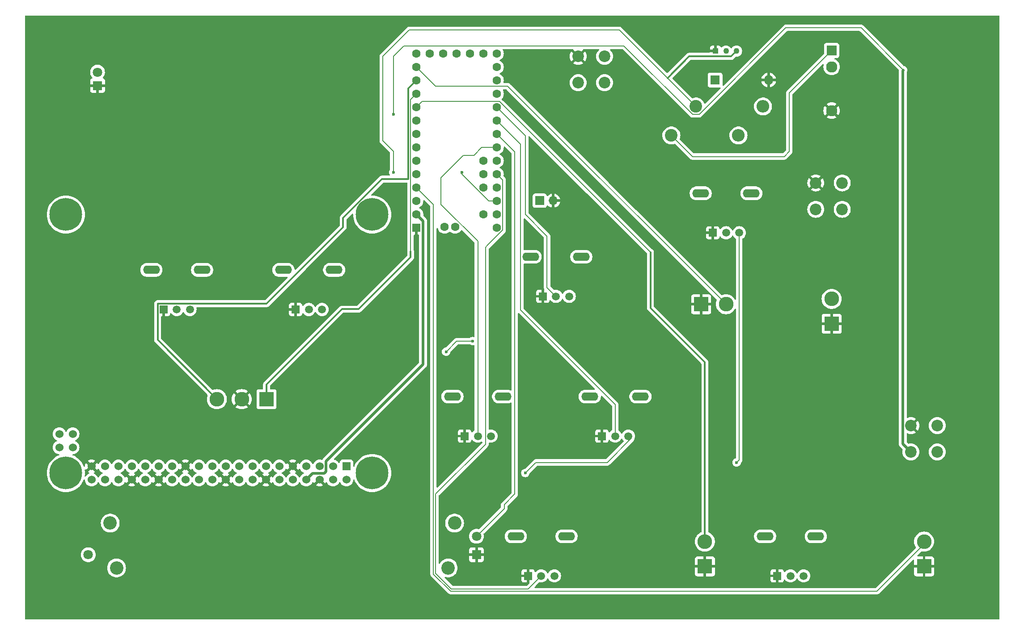
<source format=gbr>
%TF.GenerationSoftware,KiCad,Pcbnew,8.0.4*%
%TF.CreationDate,2024-09-25T11:32:12+02:00*%
%TF.ProjectId,ys.granular,79732e67-7261-46e7-956c-61722e6b6963,rev?*%
%TF.SameCoordinates,Original*%
%TF.FileFunction,Copper,L2,Bot*%
%TF.FilePolarity,Positive*%
%FSLAX46Y46*%
G04 Gerber Fmt 4.6, Leading zero omitted, Abs format (unit mm)*
G04 Created by KiCad (PCBNEW 8.0.4) date 2024-09-25 11:32:12*
%MOMM*%
%LPD*%
G01*
G04 APERTURE LIST*
%TA.AperFunction,ComponentPad*%
%ADD10R,1.100000X1.100000*%
%TD*%
%TA.AperFunction,ComponentPad*%
%ADD11C,1.100000*%
%TD*%
%TA.AperFunction,ComponentPad*%
%ADD12C,2.200000*%
%TD*%
%TA.AperFunction,ComponentPad*%
%ADD13R,1.508000X1.508000*%
%TD*%
%TA.AperFunction,ComponentPad*%
%ADD14C,1.508000*%
%TD*%
%TA.AperFunction,ComponentPad*%
%ADD15O,3.200000X1.600000*%
%TD*%
%TA.AperFunction,ComponentPad*%
%ADD16R,1.700000X1.700000*%
%TD*%
%TA.AperFunction,ComponentPad*%
%ADD17O,1.700000X1.700000*%
%TD*%
%TA.AperFunction,ComponentPad*%
%ADD18R,2.781300X2.781300*%
%TD*%
%TA.AperFunction,ComponentPad*%
%ADD19C,2.781300*%
%TD*%
%TA.AperFunction,ComponentPad*%
%ADD20C,2.400000*%
%TD*%
%TA.AperFunction,ComponentPad*%
%ADD21O,2.400000X2.400000*%
%TD*%
%TA.AperFunction,ComponentPad*%
%ADD22R,1.930000X1.830000*%
%TD*%
%TA.AperFunction,ComponentPad*%
%ADD23C,2.130000*%
%TD*%
%TA.AperFunction,ComponentPad*%
%ADD24R,1.800000X1.800000*%
%TD*%
%TA.AperFunction,ComponentPad*%
%ADD25C,1.800000*%
%TD*%
%TA.AperFunction,ComponentPad*%
%ADD26C,2.550000*%
%TD*%
%TA.AperFunction,ComponentPad*%
%ADD27O,1.800000X1.800000*%
%TD*%
%TA.AperFunction,ComponentPad*%
%ADD28C,6.200000*%
%TD*%
%TA.AperFunction,ComponentPad*%
%ADD29C,1.524000*%
%TD*%
%TA.AperFunction,ComponentPad*%
%ADD30R,1.524000X1.524000*%
%TD*%
%TA.AperFunction,ComponentPad*%
%ADD31R,1.600000X1.600000*%
%TD*%
%TA.AperFunction,ComponentPad*%
%ADD32C,1.600000*%
%TD*%
%TA.AperFunction,ViaPad*%
%ADD33C,0.600000*%
%TD*%
%TA.AperFunction,Conductor*%
%ADD34C,0.500000*%
%TD*%
%TA.AperFunction,Conductor*%
%ADD35C,0.200000*%
%TD*%
%TA.AperFunction,Conductor*%
%ADD36C,0.300000*%
%TD*%
G04 APERTURE END LIST*
D10*
%TO.P,Q1,1,E*%
%TO.N,GND*%
X203000000Y-24000000D03*
D11*
%TO.P,Q1,2,B*%
%TO.N,Net-(D1-K)*%
X205000000Y-24000000D03*
%TO.P,Q1,3,C*%
%TO.N,/Gate0*%
X207000000Y-24000000D03*
%TD*%
D12*
%TO.P,SW4,1,A*%
%TO.N,GND*%
X177000000Y-25000000D03*
%TO.P,SW4,2,B*%
%TO.N,/Sw0*%
X177000000Y-30000000D03*
%TO.P,SW4,3*%
%TO.N,N/C*%
X182000000Y-30000000D03*
%TO.P,SW4,4*%
X182000000Y-25000000D03*
%TD*%
D13*
%TO.P,RV3,1,1*%
%TO.N,GND*%
X202500000Y-58462500D03*
D14*
%TO.P,RV3,2,2*%
%TO.N,/Pot7*%
X205000000Y-58462500D03*
%TO.P,RV3,3,3*%
%TO.N,+3.3V*%
X207500000Y-58462500D03*
D15*
%TO.P,RV3,SH1*%
%TO.N,N/C*%
X200200000Y-50962500D03*
%TO.P,RV3,SH2*%
X209800000Y-50962500D03*
%TD*%
D12*
%TO.P,SW5,1,A*%
%TO.N,GND*%
X222000000Y-49000000D03*
%TO.P,SW5,2,B*%
%TO.N,/Sw1*%
X222000000Y-54000000D03*
%TO.P,SW5,3*%
%TO.N,N/C*%
X227000000Y-54000000D03*
%TO.P,SW5,4*%
X227000000Y-49000000D03*
%TD*%
D16*
%TO.P,J3,1*%
%TO.N,+5V*%
X169725000Y-52375000D03*
D17*
%TO.P,J3,2*%
%TO.N,GND*%
X172265000Y-52375000D03*
%TD*%
D18*
%TO.P,SW8,1,A*%
%TO.N,GND*%
X200301000Y-72000000D03*
D19*
%TO.P,SW8,2,B*%
%TO.N,/Sw8*%
X205000000Y-72000000D03*
%TD*%
D18*
%TO.P,SW7,1,A*%
%TO.N,GND*%
X242500000Y-121699000D03*
D19*
%TO.P,SW7,2,B*%
%TO.N,/Sw7*%
X242500000Y-117000000D03*
%TD*%
D18*
%TO.P,SW3,1,A*%
%TO.N,/Sw5*%
X118000000Y-90000000D03*
D19*
%TO.P,SW3,2,B*%
%TO.N,GND*%
X113301000Y-90000000D03*
%TO.P,SW3,3,C*%
%TO.N,/Sw6*%
X108602000Y-90000000D03*
%TD*%
D18*
%TO.P,SW2,1,A*%
%TO.N,GND*%
X225000000Y-75699000D03*
D19*
%TO.P,SW2,2,B*%
%TO.N,/Sw3*%
X225000000Y-71000000D03*
%TD*%
D20*
%TO.P,R1,1*%
%TO.N,Net-(J1-PadS)*%
X194650000Y-40000000D03*
D21*
%TO.P,R1,2*%
%TO.N,Net-(D1-K)*%
X207350000Y-40000000D03*
%TD*%
D12*
%TO.P,SW6,1,A*%
%TO.N,GND*%
X240000000Y-95000000D03*
%TO.P,SW6,2,B*%
%TO.N,/Sw2*%
X240000000Y-100000000D03*
%TO.P,SW6,3*%
%TO.N,N/C*%
X245000000Y-100000000D03*
%TO.P,SW6,4*%
X245000000Y-95000000D03*
%TD*%
D15*
%TO.P,RV8,SH2*%
%TO.N,N/C*%
X177600000Y-63000000D03*
%TO.P,RV8,SH1*%
X168000000Y-63000000D03*
D14*
%TO.P,RV8,3,3*%
%TO.N,+3.3V*%
X175300000Y-70500000D03*
%TO.P,RV8,2,2*%
%TO.N,/Pot3*%
X172800000Y-70500000D03*
D13*
%TO.P,RV8,1,1*%
%TO.N,GND*%
X170300000Y-70500000D03*
%TD*%
D22*
%TO.P,J1,S*%
%TO.N,Net-(J1-PadS)*%
X225000000Y-23900000D03*
D23*
%TO.P,J1,T*%
%TO.N,GND*%
X225000000Y-35300000D03*
%TO.P,J1,TN*%
%TO.N,N/C*%
X225000000Y-27000000D03*
%TD*%
D21*
%TO.P,R2,2*%
%TO.N,+3.3V*%
X212000000Y-34500000D03*
D20*
%TO.P,R2,1*%
%TO.N,/Gate0*%
X199300000Y-34500000D03*
%TD*%
D13*
%TO.P,RV2,1,1*%
%TO.N,GND*%
X181500000Y-97000000D03*
D14*
%TO.P,RV2,2,2*%
%TO.N,/Pot4*%
X184000000Y-97000000D03*
%TO.P,RV2,3,3*%
%TO.N,+3.3V*%
X186500000Y-97000000D03*
D15*
%TO.P,RV2,SH1*%
%TO.N,N/C*%
X179200000Y-89500000D03*
%TO.P,RV2,SH2*%
X188800000Y-89500000D03*
%TD*%
D24*
%TO.P,LED1,1,K*%
%TO.N,GND*%
X86000000Y-30540000D03*
D25*
%TO.P,LED1,2,A*%
%TO.N,/LED*%
X86000000Y-28000000D03*
%TD*%
D13*
%TO.P,RV6,1,1*%
%TO.N,GND*%
X98500000Y-73000000D03*
D14*
%TO.P,RV6,2,2*%
%TO.N,/Pot1*%
X101000000Y-73000000D03*
%TO.P,RV6,3,3*%
%TO.N,+3.3V*%
X103500000Y-73000000D03*
D15*
%TO.P,RV6,SH1*%
%TO.N,N/C*%
X96200000Y-65500000D03*
%TO.P,RV6,SH2*%
X105800000Y-65500000D03*
%TD*%
D18*
%TO.P,SW1,1,A*%
%TO.N,GND*%
X201000000Y-121699000D03*
D19*
%TO.P,SW1,2,B*%
%TO.N,/Sw4*%
X201000000Y-117000000D03*
%TD*%
D13*
%TO.P,RV4,1,1*%
%TO.N,GND*%
X214700000Y-123500000D03*
D14*
%TO.P,RV4,2,2*%
%TO.N,/Pot0*%
X217200000Y-123500000D03*
%TO.P,RV4,3,3*%
%TO.N,+3.3V*%
X219700000Y-123500000D03*
D15*
%TO.P,RV4,SH1*%
%TO.N,N/C*%
X212400000Y-116000000D03*
%TO.P,RV4,SH2*%
X222000000Y-116000000D03*
%TD*%
D24*
%TO.P,RV1,1,1*%
%TO.N,GND*%
X157750000Y-119500000D03*
D25*
%TO.P,RV1,2,2*%
%TO.N,/Pot5*%
X157750000Y-116000000D03*
%TO.P,RV1,3,3*%
%TO.N,+3.3V*%
X84250000Y-119500000D03*
D26*
%TO.P,RV1,SH1*%
%TO.N,N/C*%
X152400000Y-122000000D03*
%TO.P,RV1,SH2*%
X89600000Y-122000000D03*
%TO.P,RV1,SH3*%
X153600000Y-113500000D03*
%TO.P,RV1,SH4*%
X88400000Y-113500000D03*
%TD*%
D13*
%TO.P,RV5,1,1*%
%TO.N,GND*%
X155500000Y-97000000D03*
D14*
%TO.P,RV5,2,2*%
%TO.N,/Pot6*%
X158000000Y-97000000D03*
%TO.P,RV5,3,3*%
%TO.N,+3.3V*%
X160500000Y-97000000D03*
D15*
%TO.P,RV5,SH1*%
%TO.N,N/C*%
X153200000Y-89500000D03*
%TO.P,RV5,SH2*%
X162800000Y-89500000D03*
%TD*%
D27*
%TO.P,D1,2,A*%
%TO.N,GND*%
X213080000Y-29500000D03*
D24*
%TO.P,D1,1,K*%
%TO.N,Net-(D1-K)*%
X202920000Y-29500000D03*
%TD*%
D13*
%TO.P,RV9,1,1*%
%TO.N,GND*%
X167500000Y-123500000D03*
D14*
%TO.P,RV9,2,2*%
%TO.N,/Pot8*%
X170000000Y-123500000D03*
%TO.P,RV9,3,3*%
%TO.N,+3.3V*%
X172500000Y-123500000D03*
D15*
%TO.P,RV9,SH1*%
%TO.N,N/C*%
X165200000Y-116000000D03*
%TO.P,RV9,SH2*%
X174800000Y-116000000D03*
%TD*%
D28*
%TO.P,J2,S4*%
%TO.N,N/C*%
X138000000Y-55000000D03*
%TO.P,J2,S3*%
X80000000Y-55000000D03*
%TO.P,J2,S2*%
X80000000Y-104000000D03*
%TO.P,J2,S1*%
X138000000Y-104000000D03*
D29*
%TO.P,J2,44*%
X81310000Y-99147000D03*
%TO.P,J2,43*%
X81310000Y-96607000D03*
%TO.P,J2,42*%
X78770000Y-99147000D03*
%TO.P,J2,41*%
X78770000Y-96607000D03*
%TO.P,J2,40,GPIO21/SCLK1*%
%TO.N,unconnected-(J2-GPIO21{slash}SCLK1-Pad40)*%
X84870000Y-105270000D03*
%TO.P,J2,39,GND*%
%TO.N,GND*%
X84870000Y-102730000D03*
%TO.P,J2,38,GPIO20/MOSI1*%
%TO.N,unconnected-(J2-GPIO20{slash}MOSI1-Pad38)*%
X87410000Y-105270000D03*
%TO.P,J2,37,GPIO26*%
%TO.N,unconnected-(J2-GPIO26-Pad37)*%
X87410000Y-102730000D03*
%TO.P,J2,36,GPIO16*%
%TO.N,unconnected-(J2-GPIO16-Pad36)*%
X89950000Y-105270000D03*
%TO.P,J2,35,GPIO19/MISO1*%
%TO.N,unconnected-(J2-GPIO19{slash}MISO1-Pad35)*%
X89950000Y-102730000D03*
%TO.P,J2,34,GND*%
%TO.N,GND*%
X92490000Y-105270000D03*
%TO.P,J2,33,PWM1/GPIO13*%
%TO.N,unconnected-(J2-PWM1{slash}GPIO13-Pad33)*%
X92490000Y-102730000D03*
%TO.P,J2,32,PWM0/GPIO12*%
%TO.N,unconnected-(J2-PWM0{slash}GPIO12-Pad32)*%
X95030000Y-105270000D03*
%TO.P,J2,31,GCLK2/GPIO6*%
%TO.N,unconnected-(J2-GCLK2{slash}GPIO6-Pad31)*%
X95030000Y-102730000D03*
%TO.P,J2,30,GND*%
%TO.N,GND*%
X97570000Y-105270000D03*
%TO.P,J2,29,GCLK1/GPIO5*%
%TO.N,unconnected-(J2-GCLK1{slash}GPIO5-Pad29)*%
X97570000Y-102730000D03*
%TO.P,J2,28,ID_SC/GPIO1*%
%TO.N,unconnected-(J2-ID_SC{slash}GPIO1-Pad28)*%
X100110000Y-105270000D03*
%TO.P,J2,27,ID_SD/GPIO0*%
%TO.N,unconnected-(J2-ID_SD{slash}GPIO0-Pad27)*%
X100110000Y-102730000D03*
%TO.P,J2,26,~{CE1}/GPIO7*%
%TO.N,unconnected-(J2-~{CE1}{slash}GPIO7-Pad26)*%
X102650000Y-105270000D03*
%TO.P,J2,25,GND*%
%TO.N,GND*%
X102650000Y-102730000D03*
%TO.P,J2,24,~{CE0}/GPIO8*%
%TO.N,unconnected-(J2-~{CE0}{slash}GPIO8-Pad24)*%
X105190000Y-105270000D03*
%TO.P,J2,23,SCLK0/GPIO11*%
%TO.N,unconnected-(J2-SCLK0{slash}GPIO11-Pad23)*%
X105190000Y-102730000D03*
%TO.P,J2,22,GPIO25*%
%TO.N,unconnected-(J2-GPIO25-Pad22)*%
X107730000Y-105270000D03*
%TO.P,J2,21,MISO0/GPIO9*%
%TO.N,unconnected-(J2-MISO0{slash}GPIO9-Pad21)*%
X107730000Y-102730000D03*
%TO.P,J2,20,GND*%
%TO.N,GND*%
X110270000Y-105270000D03*
%TO.P,J2,19,MOSI0/GPIO10*%
%TO.N,unconnected-(J2-MOSI0{slash}GPIO10-Pad19)*%
X110270000Y-102730000D03*
%TO.P,J2,18,GPIO24*%
%TO.N,unconnected-(J2-GPIO24-Pad18)*%
X112810000Y-105270000D03*
%TO.P,J2,17,3V3*%
%TO.N,unconnected-(J2-3V3-Pad1)_1*%
X112810000Y-102730000D03*
%TO.P,J2,16,GPIO23*%
%TO.N,unconnected-(J2-GPIO23-Pad16)*%
X115350000Y-105270000D03*
%TO.P,J2,15,GPIO22*%
%TO.N,unconnected-(J2-GPIO22-Pad15)*%
X115350000Y-102730000D03*
%TO.P,J2,14,GND*%
%TO.N,GND*%
X117890000Y-105270000D03*
%TO.P,J2,13,GPIO27*%
%TO.N,unconnected-(J2-GPIO27-Pad13)*%
X117890000Y-102730000D03*
%TO.P,J2,12,GPIO18/PWM0*%
%TO.N,unconnected-(J2-GPIO18{slash}PWM0-Pad12)*%
X120430000Y-105270000D03*
%TO.P,J2,11,GPIO17*%
%TO.N,unconnected-(J2-GPIO17-Pad11)*%
X120430000Y-102730000D03*
%TO.P,J2,10,GPIO15/RXD*%
%TO.N,/teensyTX*%
X122970000Y-105270000D03*
%TO.P,J2,9,GND*%
%TO.N,GND*%
X122970000Y-102730000D03*
%TO.P,J2,8,GPIO14/TXD*%
%TO.N,/teensyRX*%
X125510000Y-105270000D03*
%TO.P,J2,7,GCLK0/GPIO4*%
%TO.N,unconnected-(J2-GCLK0{slash}GPIO4-Pad7)*%
X125510000Y-102730000D03*
%TO.P,J2,6,GND*%
%TO.N,GND*%
X128050000Y-105270000D03*
%TO.P,J2,5,SCL/GPIO3*%
%TO.N,unconnected-(J2-SCL{slash}GPIO3-Pad5)*%
X128050000Y-102730000D03*
%TO.P,J2,4,5V*%
%TO.N,+5V*%
X130590000Y-105270000D03*
%TO.P,J2,3,SDA/GPIO2*%
%TO.N,unconnected-(J2-SDA{slash}GPIO2-Pad3)*%
X130590000Y-102730000D03*
%TO.P,J2,2,5V*%
%TO.N,+5V*%
X133130000Y-105270000D03*
D30*
%TO.P,J2,1,3V3*%
%TO.N,unconnected-(J2-3V3-Pad1)*%
X133130000Y-102730000D03*
%TD*%
D31*
%TO.P,U1,1,GND*%
%TO.N,GND*%
X146380000Y-57510000D03*
D32*
%TO.P,U1,2,0_RX1_MOSI1_Touch*%
%TO.N,/teensyRX*%
X146380000Y-54970000D03*
%TO.P,U1,3,1_TX1_MISO1_Touch*%
%TO.N,/teensyTX*%
X146380000Y-52430000D03*
%TO.P,U1,4,2*%
%TO.N,/Sw7*%
X146380000Y-49890000D03*
%TO.P,U1,5,3_RX1_PWM_Touch*%
%TO.N,/Gate0*%
X146380000Y-47350000D03*
%TO.P,U1,6,4_TX1_PWM_Touch*%
%TO.N,/Sw0*%
X146380000Y-44810000D03*
%TO.P,U1,7,5_TX1_MISO1*%
%TO.N,/Sw1*%
X146380000Y-42270000D03*
%TO.P,U1,8,6_RX3_CS1_PWM*%
%TO.N,/Sw2*%
X146380000Y-39730000D03*
%TO.P,U1,9,7_RX3_MOSI0*%
%TO.N,/Sw3*%
X146380000Y-37190000D03*
%TO.P,U1,10,8_TX3_MISO0*%
%TO.N,/Sw4*%
X146380000Y-34650000D03*
%TO.P,U1,11,9_RX2_PWM*%
%TO.N,/Sw5*%
X146380000Y-32110000D03*
%TO.P,U1,12,10_TX2_CS0_PWM*%
%TO.N,/Sw6*%
X146380000Y-29570000D03*
%TO.P,U1,13,11_MOSI0*%
%TO.N,/Sw8*%
X146380000Y-27030000D03*
%TO.P,U1,14,12_MISO0*%
%TO.N,/LED*%
X146380000Y-24490000D03*
%TO.P,U1,15,17_Vin*%
%TO.N,unconnected-(U1-17_Vin-Pad15)*%
X148920000Y-24490000D03*
%TO.P,U1,16,3.3V*%
%TO.N,unconnected-(U1-3.3V-Pad16)*%
X151460000Y-24490000D03*
%TO.P,U1,17,GND*%
%TO.N,unconnected-(U1-GND-Pad17)*%
X154000000Y-24490000D03*
%TO.P,U1,18,Program*%
%TO.N,unconnected-(U1-Program-Pad18)*%
X156540000Y-24490000D03*
%TO.P,U1,19,26_A12/DAC*%
%TO.N,unconnected-(U1-26_A12{slash}DAC-Pad19)*%
X159080000Y-24490000D03*
%TO.P,U1,20,13_LED_SCK0*%
%TO.N,unconnected-(U1-13_LED_SCK0-Pad20)*%
X161620000Y-24490000D03*
%TO.P,U1,21,14_A0_SCK0*%
%TO.N,unconnected-(U1-14_A0_SCK0-Pad21)*%
X161620000Y-27030000D03*
%TO.P,U1,22,15_A1_Touch*%
%TO.N,/Pot1*%
X161620000Y-29570000D03*
%TO.P,U1,23,16_A2_SCL0_PWM_Touch*%
%TO.N,/Pot2*%
X161620000Y-32110000D03*
%TO.P,U1,24,17_A3_SDA0_PWM_Touch*%
%TO.N,/Pot3*%
X161620000Y-34650000D03*
%TO.P,U1,25,18_A4_SDA0_Touch*%
%TO.N,/Pot4*%
X161620000Y-37190000D03*
%TO.P,U1,26,19_A5_SCL0_Touch*%
%TO.N,/Pot5*%
X161620000Y-39730000D03*
%TO.P,U1,27,20_A6_SCK1_PWM_TX3*%
%TO.N,/Pot6*%
X161620000Y-42270000D03*
%TO.P,U1,28,21_A7_MOSI1_RX1*%
%TO.N,/Pot7*%
X161620000Y-44810000D03*
%TO.P,U1,29,22_A8_SCL1_PWM_Touch*%
%TO.N,/Pot8*%
X161620000Y-47350000D03*
%TO.P,U1,30,23_A9_SDA1_PWM_Touch*%
%TO.N,/Pot0*%
X161620000Y-49890000D03*
%TO.P,U1,31,3.3V*%
%TO.N,+3.3V*%
X161620000Y-52430000D03*
%TO.P,U1,32,GND*%
%TO.N,unconnected-(U1-GND-Pad32)*%
X161620000Y-54970000D03*
%TO.P,U1,33,Vin*%
%TO.N,+5V*%
X161620000Y-57510000D03*
%TO.P,U1,34,VUSB*%
%TO.N,unconnected-(U1-VUSB-Pad34)*%
X159080000Y-54970000D03*
%TO.P,U1,35,AREF*%
%TO.N,unconnected-(U1-AREF-Pad35)*%
X159080000Y-49890000D03*
%TO.P,U1,36,24_A10*%
%TO.N,unconnected-(U1-24_A10-Pad36)*%
X159080000Y-47350000D03*
%TO.P,U1,37,25_A11*%
%TO.N,unconnected-(U1-25_A11-Pad37)*%
X159080000Y-44810000D03*
%TO.P,U1,39,D+*%
%TO.N,unconnected-(U1-D+-Pad39)*%
X151714000Y-57332200D03*
%TO.P,U1,40,D-*%
%TO.N,unconnected-(U1-D--Pad40)*%
X153695200Y-57332200D03*
%TD*%
D13*
%TO.P,RV7,1,1*%
%TO.N,GND*%
X123500000Y-73000000D03*
D14*
%TO.P,RV7,2,2*%
%TO.N,/Pot2*%
X126000000Y-73000000D03*
%TO.P,RV7,3,3*%
%TO.N,+3.3V*%
X128500000Y-73000000D03*
D15*
%TO.P,RV7,SH1*%
%TO.N,N/C*%
X121200000Y-65500000D03*
%TO.P,RV7,SH2*%
X130800000Y-65500000D03*
%TD*%
D33*
%TO.N,+5V*%
X152000000Y-81000000D03*
X157000000Y-79000000D03*
%TO.N,+3.3V*%
X155000000Y-47000000D03*
%TO.N,/Gate0*%
X142000000Y-47000000D03*
%TO.N,+3.3V*%
X207000000Y-102000000D03*
%TO.N,/Sw2*%
X142000000Y-36000000D03*
%TO.N,+3.3V*%
X167000000Y-104000000D03*
%TD*%
D34*
%TO.N,/Sw2*%
X240000000Y-100000000D02*
X238450000Y-98450000D01*
X238450000Y-98450000D02*
X238450000Y-27750000D01*
X238450000Y-27750000D02*
X238600000Y-27600000D01*
%TO.N,/teensyRX*%
X146380000Y-54970000D02*
X147630000Y-56220000D01*
X147630000Y-56220000D02*
X147630000Y-83404027D01*
X126722000Y-104058000D02*
X125510000Y-105270000D01*
X147630000Y-83404027D02*
X129262000Y-101772027D01*
X129262000Y-101772027D02*
X129262000Y-103738000D01*
X129262000Y-103738000D02*
X128942000Y-104058000D01*
X128942000Y-104058000D02*
X126722000Y-104058000D01*
D35*
%TO.N,+5V*%
X154000000Y-79000000D02*
X152000000Y-81000000D01*
X157000000Y-79000000D02*
X154000000Y-79000000D01*
D36*
%TO.N,/Sw6*%
X144830000Y-48282606D02*
X139838357Y-48282606D01*
X132514000Y-55606963D02*
X132514000Y-57382000D01*
X139838357Y-48282606D02*
X132514000Y-55606963D01*
D35*
%TO.N,/Pot6*%
X151000000Y-48000000D02*
X151000000Y-53081365D01*
X151000000Y-53081365D02*
X158000000Y-60081365D01*
X158000000Y-60081365D02*
X158000000Y-97000000D01*
D36*
%TO.N,/Sw6*%
X146380000Y-29570000D02*
X144830000Y-31120000D01*
X144830000Y-31120000D02*
X144830000Y-48282606D01*
X132514000Y-57382000D02*
X118000000Y-71896000D01*
D35*
%TO.N,/Sw5*%
X145280000Y-62720000D02*
X145280000Y-62000000D01*
X145280000Y-62000000D02*
X145280000Y-33210000D01*
D36*
X118000000Y-90000000D02*
X118000000Y-87207394D01*
X118000000Y-87207394D02*
X132269394Y-72938000D01*
X132269394Y-72938000D02*
X135414606Y-72938000D01*
X135414606Y-72938000D02*
X145280000Y-63072606D01*
X145280000Y-63072606D02*
X145280000Y-62000000D01*
D35*
%TO.N,/Pot8*%
X159842817Y-60842817D02*
X162720000Y-57965635D01*
X150000000Y-108000000D02*
X159446000Y-98554000D01*
X170000000Y-123500000D02*
X167500000Y-126000000D01*
X167500000Y-126000000D02*
X153000000Y-126000000D01*
X153000000Y-126000000D02*
X150000000Y-123000000D01*
X150000000Y-123000000D02*
X150000000Y-108000000D01*
X159446000Y-98554000D02*
X159446000Y-61239634D01*
%TO.N,/Sw4*%
X190700000Y-62174365D02*
X190700000Y-62174364D01*
X190700000Y-62174364D02*
X189762818Y-61237182D01*
%TO.N,+3.3V*%
X155000000Y-47000000D02*
X155000000Y-47365635D01*
X155000000Y-47365635D02*
X160064365Y-52430000D01*
X160064365Y-52430000D02*
X161620000Y-52430000D01*
%TO.N,/Pot6*%
X151000000Y-48000000D02*
X155246000Y-43754000D01*
X158000000Y-97000000D02*
X157980000Y-96980000D01*
X155246000Y-43754000D02*
X157246000Y-43754000D01*
D36*
%TO.N,/Sw6*%
X108602000Y-90000000D02*
X97396000Y-78794000D01*
X97396000Y-78794000D02*
X97396000Y-71896000D01*
X97396000Y-71896000D02*
X118023239Y-71896000D01*
D35*
%TO.N,+3.3V*%
X84627387Y-119500000D02*
X84250000Y-119500000D01*
%TO.N,/Gate0*%
X142000000Y-43000000D02*
X142000000Y-47000000D01*
X140000000Y-41000000D02*
X142000000Y-43000000D01*
D36*
%TO.N,/Sw4*%
X201000000Y-83000000D02*
X190700000Y-72700000D01*
X190700000Y-72700000D02*
X190700000Y-62174365D01*
D35*
X189762818Y-61237182D02*
X162075635Y-33550000D01*
%TO.N,/Gate0*%
X199300000Y-34500000D02*
X193900000Y-29100000D01*
X193900000Y-29100000D02*
X184800000Y-20000000D01*
D36*
X207000000Y-24000000D02*
X206000000Y-25000000D01*
X206000000Y-25000000D02*
X198000000Y-25000000D01*
X198000000Y-25000000D02*
X193900000Y-29100000D01*
%TO.N,/Sw4*%
X201000000Y-117000000D02*
X201000000Y-83000000D01*
D35*
%TO.N,+3.3V*%
X207500000Y-58462500D02*
X207500000Y-101500000D01*
X207500000Y-101500000D02*
X207000000Y-102000000D01*
%TO.N,/Sw8*%
X205000000Y-72000000D02*
X163670000Y-30670000D01*
X163670000Y-30670000D02*
X150020000Y-30670000D01*
X150020000Y-30670000D02*
X146380000Y-27030000D01*
%TO.N,/Sw2*%
X144000000Y-23000000D02*
X142000000Y-25000000D01*
X198678679Y-36000000D02*
X185678679Y-23000000D01*
X230600000Y-19600000D02*
X216321321Y-19600000D01*
X185678679Y-23000000D02*
X144000000Y-23000000D01*
X216321321Y-19600000D02*
X199921321Y-36000000D01*
X238600000Y-27600000D02*
X230600000Y-19600000D01*
X142000000Y-25000000D02*
X142000000Y-36000000D01*
X199921321Y-36000000D02*
X198678679Y-36000000D01*
%TO.N,/Sw7*%
X243000000Y-117000000D02*
X233600000Y-126400000D01*
X149600000Y-53110000D02*
X146380000Y-49890000D01*
X233600000Y-126400000D02*
X152834314Y-126400000D01*
X152834314Y-126400000D02*
X149600000Y-123165686D01*
X149600000Y-123165686D02*
X149600000Y-53110000D01*
%TO.N,/Sw4*%
X147480000Y-33550000D02*
X146380000Y-34650000D01*
%TO.N,/Gate0*%
X184800000Y-20000000D02*
X145000000Y-20000000D01*
X145000000Y-20000000D02*
X140000000Y-25000000D01*
X140000000Y-25000000D02*
X140000000Y-41000000D01*
%TO.N,/Pot4*%
X184000000Y-97500000D02*
X184000000Y-91000000D01*
X166100000Y-73100000D02*
X166100000Y-41670000D01*
X184000000Y-91000000D02*
X166100000Y-73100000D01*
X166100000Y-41670000D02*
X161620000Y-37190000D01*
%TO.N,/Pot3*%
X171115000Y-59115000D02*
X167000000Y-55000000D01*
X171115000Y-68815000D02*
X171115000Y-59115000D01*
X167000000Y-40030000D02*
X161620000Y-34650000D01*
X172800000Y-70500000D02*
X171115000Y-68815000D01*
X167000000Y-55000000D02*
X167000000Y-40030000D01*
%TO.N,/Pot8*%
X162720000Y-57965635D02*
X162720000Y-48450000D01*
X162720000Y-48450000D02*
X161620000Y-47350000D01*
%TO.N,+3.3V*%
X169000000Y-102000000D02*
X167000000Y-104000000D01*
X182500000Y-102000000D02*
X169000000Y-102000000D01*
X187000000Y-97500000D02*
X182500000Y-102000000D01*
%TO.N,/Pot6*%
X157246000Y-43754000D02*
X158730000Y-42270000D01*
X158730000Y-42270000D02*
X161620000Y-42270000D01*
%TO.N,/Pot5*%
X157750000Y-116000000D02*
X163000000Y-110750000D01*
X163000000Y-110750000D02*
X163000000Y-110000000D01*
X163000000Y-110000000D02*
X165000000Y-108000000D01*
X165000000Y-108000000D02*
X165000000Y-43110000D01*
X165000000Y-43110000D02*
X161620000Y-39730000D01*
%TO.N,Net-(J1-PadS)*%
X225000000Y-23900000D02*
X217000000Y-31900000D01*
X217000000Y-31900000D02*
X217000000Y-43000000D01*
X217000000Y-43000000D02*
X216000000Y-44000000D01*
X216000000Y-44000000D02*
X198650000Y-44000000D01*
X198650000Y-44000000D02*
X194650000Y-40000000D01*
%TO.N,/Sw5*%
X145280000Y-33210000D02*
X146380000Y-32110000D01*
%TO.N,GND*%
X98500000Y-75199000D02*
X106650500Y-83349500D01*
X106650500Y-83349500D02*
X113301000Y-90000000D01*
X123500000Y-73000000D02*
X117000000Y-73000000D01*
X117000000Y-73000000D02*
X106650500Y-83349500D01*
X98500000Y-73000000D02*
X98500000Y-75199000D01*
%TO.N,/Sw4*%
X162075635Y-33550000D02*
X147480000Y-33550000D01*
%TO.N,GND*%
X86000000Y-30540000D02*
X86000000Y-31000000D01*
%TO.N,/Pot8*%
X159446000Y-61239634D02*
X159842817Y-60842817D01*
X159446000Y-61239635D02*
X159842817Y-60842817D01*
%TD*%
%TA.AperFunction,Conductor*%
%TO.N,GND*%
G36*
X150405703Y-57556649D02*
G01*
X150443477Y-57615427D01*
X150444273Y-57618264D01*
X150444957Y-57620815D01*
X150487258Y-57778688D01*
X150487261Y-57778697D01*
X150583431Y-57984932D01*
X150583432Y-57984934D01*
X150713954Y-58171341D01*
X150874858Y-58332245D01*
X150874861Y-58332247D01*
X151061266Y-58462768D01*
X151267504Y-58558939D01*
X151487308Y-58617835D01*
X151628058Y-58630149D01*
X151713998Y-58637668D01*
X151714000Y-58637668D01*
X151714002Y-58637668D01*
X151770673Y-58632709D01*
X151940692Y-58617835D01*
X152160496Y-58558939D01*
X152366734Y-58462768D01*
X152553139Y-58332247D01*
X152616920Y-58268465D01*
X152678241Y-58234982D01*
X152747933Y-58239966D01*
X152792279Y-58268465D01*
X152856059Y-58332245D01*
X152856062Y-58332248D01*
X152859067Y-58334352D01*
X153042466Y-58462768D01*
X153248704Y-58558939D01*
X153468508Y-58617835D01*
X153609258Y-58630149D01*
X153695198Y-58637668D01*
X153695200Y-58637668D01*
X153695202Y-58637668D01*
X153751873Y-58632709D01*
X153921892Y-58617835D01*
X154141696Y-58558939D01*
X154347934Y-58462768D01*
X154534339Y-58332247D01*
X154695247Y-58171339D01*
X154825768Y-57984934D01*
X154825772Y-57984925D01*
X154828476Y-57980243D01*
X154830764Y-57981564D01*
X154869397Y-57937359D01*
X154936519Y-57917958D01*
X155003475Y-57937926D01*
X155023676Y-57954276D01*
X157363181Y-60293781D01*
X157396666Y-60355104D01*
X157399500Y-60381462D01*
X157399500Y-78116936D01*
X157379815Y-78183975D01*
X157327011Y-78229730D01*
X157257853Y-78239674D01*
X157234547Y-78233978D01*
X157179260Y-78214633D01*
X157179249Y-78214630D01*
X157000004Y-78194435D01*
X156999996Y-78194435D01*
X156820750Y-78214630D01*
X156820745Y-78214631D01*
X156650476Y-78274211D01*
X156497736Y-78370185D01*
X156494903Y-78372445D01*
X156492724Y-78373334D01*
X156491842Y-78373889D01*
X156491744Y-78373734D01*
X156430217Y-78398855D01*
X156417588Y-78399500D01*
X154079057Y-78399500D01*
X153920943Y-78399500D01*
X153768215Y-78440423D01*
X153768214Y-78440423D01*
X153768212Y-78440424D01*
X153768209Y-78440425D01*
X153733066Y-78460716D01*
X153733064Y-78460717D01*
X153631290Y-78519475D01*
X153631282Y-78519481D01*
X153519478Y-78631286D01*
X151981465Y-80169298D01*
X151920142Y-80202783D01*
X151907668Y-80204837D01*
X151820750Y-80214630D01*
X151650478Y-80274210D01*
X151497737Y-80370184D01*
X151370184Y-80497737D01*
X151274211Y-80650476D01*
X151214631Y-80820745D01*
X151214630Y-80820750D01*
X151194435Y-80999996D01*
X151194435Y-81000003D01*
X151214630Y-81179249D01*
X151214631Y-81179254D01*
X151274211Y-81349523D01*
X151370184Y-81502262D01*
X151497738Y-81629816D01*
X151650478Y-81725789D01*
X151820745Y-81785368D01*
X151820750Y-81785369D01*
X151999996Y-81805565D01*
X152000000Y-81805565D01*
X152000004Y-81805565D01*
X152179249Y-81785369D01*
X152179252Y-81785368D01*
X152179255Y-81785368D01*
X152349522Y-81725789D01*
X152502262Y-81629816D01*
X152629816Y-81502262D01*
X152725789Y-81349522D01*
X152785368Y-81179255D01*
X152795161Y-81092329D01*
X152822226Y-81027918D01*
X152830690Y-81018543D01*
X154212416Y-79636819D01*
X154273739Y-79603334D01*
X154300097Y-79600500D01*
X156417588Y-79600500D01*
X156484627Y-79620185D01*
X156494903Y-79627555D01*
X156497736Y-79629814D01*
X156497738Y-79629816D01*
X156650478Y-79725789D01*
X156820742Y-79785367D01*
X156820745Y-79785368D01*
X156820750Y-79785369D01*
X156999996Y-79805565D01*
X157000000Y-79805565D01*
X157000004Y-79805565D01*
X157179249Y-79785369D01*
X157179250Y-79785368D01*
X157179255Y-79785368D01*
X157234545Y-79766020D01*
X157304322Y-79762458D01*
X157364950Y-79797186D01*
X157397178Y-79859179D01*
X157399500Y-79883062D01*
X157399500Y-95824462D01*
X157379815Y-95891501D01*
X157346624Y-95926037D01*
X157190543Y-96035326D01*
X157190541Y-96035327D01*
X157035326Y-96190542D01*
X156979575Y-96270164D01*
X156924998Y-96313788D01*
X156855499Y-96320981D01*
X156793145Y-96289459D01*
X156757731Y-96229229D01*
X156754300Y-96201472D01*
X156754177Y-96201479D01*
X156754081Y-96199702D01*
X156754000Y-96199040D01*
X156754000Y-96198172D01*
X156753999Y-96198155D01*
X156747598Y-96138627D01*
X156747596Y-96138620D01*
X156697354Y-96003913D01*
X156697350Y-96003906D01*
X156611190Y-95888812D01*
X156611187Y-95888809D01*
X156496093Y-95802649D01*
X156496086Y-95802645D01*
X156361379Y-95752403D01*
X156361372Y-95752401D01*
X156301844Y-95746000D01*
X155750000Y-95746000D01*
X155750000Y-96566988D01*
X155692993Y-96534075D01*
X155565826Y-96500000D01*
X155434174Y-96500000D01*
X155307007Y-96534075D01*
X155250000Y-96566988D01*
X155250000Y-95746000D01*
X154698155Y-95746000D01*
X154638627Y-95752401D01*
X154638620Y-95752403D01*
X154503913Y-95802645D01*
X154503906Y-95802649D01*
X154388812Y-95888809D01*
X154388809Y-95888812D01*
X154302649Y-96003906D01*
X154302645Y-96003913D01*
X154252403Y-96138620D01*
X154252401Y-96138627D01*
X154246000Y-96198155D01*
X154246000Y-96750000D01*
X155066988Y-96750000D01*
X155034075Y-96807007D01*
X155000000Y-96934174D01*
X155000000Y-97065826D01*
X155034075Y-97192993D01*
X155066988Y-97250000D01*
X154246000Y-97250000D01*
X154246000Y-97801844D01*
X154252401Y-97861372D01*
X154252403Y-97861379D01*
X154302645Y-97996086D01*
X154302649Y-97996093D01*
X154388809Y-98111187D01*
X154388812Y-98111190D01*
X154503906Y-98197350D01*
X154503913Y-98197354D01*
X154638620Y-98247596D01*
X154638627Y-98247598D01*
X154698155Y-98253999D01*
X154698172Y-98254000D01*
X155250000Y-98254000D01*
X155250000Y-97433012D01*
X155307007Y-97465925D01*
X155434174Y-97500000D01*
X155565826Y-97500000D01*
X155692993Y-97465925D01*
X155750000Y-97433012D01*
X155750000Y-98254000D01*
X156301828Y-98254000D01*
X156301844Y-98253999D01*
X156361372Y-98247598D01*
X156361379Y-98247596D01*
X156496086Y-98197354D01*
X156496093Y-98197350D01*
X156611187Y-98111190D01*
X156611190Y-98111187D01*
X156697350Y-97996093D01*
X156697354Y-97996086D01*
X156747596Y-97861379D01*
X156747598Y-97861372D01*
X156753999Y-97801844D01*
X156754000Y-97801827D01*
X156754000Y-97800959D01*
X156754056Y-97800765D01*
X156754177Y-97798521D01*
X156754355Y-97798530D01*
X156754356Y-97798525D01*
X156754459Y-97798536D01*
X156754707Y-97798549D01*
X156773685Y-97733920D01*
X156826489Y-97688165D01*
X156895647Y-97678221D01*
X156959203Y-97707246D01*
X156979574Y-97729834D01*
X156996448Y-97753934D01*
X157035322Y-97809452D01*
X157035327Y-97809458D01*
X157190541Y-97964672D01*
X157190547Y-97964677D01*
X157370349Y-98090576D01*
X157370351Y-98090577D01*
X157370354Y-98090579D01*
X157569297Y-98183347D01*
X157781326Y-98240161D01*
X157937521Y-98253826D01*
X157999998Y-98259292D01*
X158000000Y-98259292D01*
X158000002Y-98259292D01*
X158061598Y-98253903D01*
X158218674Y-98240161D01*
X158430703Y-98183347D01*
X158629646Y-98090579D01*
X158650376Y-98076064D01*
X158716582Y-98053736D01*
X158784349Y-98070746D01*
X158832162Y-98121693D01*
X158845500Y-98177638D01*
X158845500Y-98253903D01*
X158825815Y-98320942D01*
X158809181Y-98341584D01*
X150412181Y-106738584D01*
X150350858Y-106772069D01*
X150281166Y-106767085D01*
X150225233Y-106725213D01*
X150200816Y-106659749D01*
X150200500Y-106650903D01*
X150200500Y-89397648D01*
X151099500Y-89397648D01*
X151099500Y-89602351D01*
X151131522Y-89804534D01*
X151194781Y-89999223D01*
X151287715Y-90181613D01*
X151408028Y-90347213D01*
X151552786Y-90491971D01*
X151707749Y-90604556D01*
X151718390Y-90612287D01*
X151807053Y-90657463D01*
X151900776Y-90705218D01*
X151900778Y-90705218D01*
X151900781Y-90705220D01*
X152005137Y-90739127D01*
X152095465Y-90768477D01*
X152196557Y-90784488D01*
X152297648Y-90800500D01*
X152297649Y-90800500D01*
X154102351Y-90800500D01*
X154102352Y-90800500D01*
X154304534Y-90768477D01*
X154499219Y-90705220D01*
X154681610Y-90612287D01*
X154774590Y-90544732D01*
X154847213Y-90491971D01*
X154847215Y-90491968D01*
X154847219Y-90491966D01*
X154991966Y-90347219D01*
X154991968Y-90347215D01*
X154991971Y-90347213D01*
X155048243Y-90269760D01*
X155112287Y-90181610D01*
X155205220Y-89999219D01*
X155268477Y-89804534D01*
X155300500Y-89602352D01*
X155300500Y-89397648D01*
X155271155Y-89212375D01*
X155268477Y-89195465D01*
X155205218Y-89000776D01*
X155129185Y-88851555D01*
X155112287Y-88818390D01*
X155104556Y-88807749D01*
X154991971Y-88652786D01*
X154847213Y-88508028D01*
X154681613Y-88387715D01*
X154681612Y-88387714D01*
X154681610Y-88387713D01*
X154619205Y-88355916D01*
X154499223Y-88294781D01*
X154304534Y-88231522D01*
X154129995Y-88203878D01*
X154102352Y-88199500D01*
X152297648Y-88199500D01*
X152273329Y-88203351D01*
X152095465Y-88231522D01*
X151900776Y-88294781D01*
X151718386Y-88387715D01*
X151552786Y-88508028D01*
X151408028Y-88652786D01*
X151287715Y-88818386D01*
X151194781Y-89000776D01*
X151131522Y-89195465D01*
X151099500Y-89397648D01*
X150200500Y-89397648D01*
X150200500Y-57650362D01*
X150220185Y-57583323D01*
X150272989Y-57537568D01*
X150342147Y-57527624D01*
X150405703Y-57556649D01*
G37*
%TD.AperFunction*%
%TA.AperFunction,Conductor*%
G36*
X91287865Y-103183435D02*
G01*
X91332382Y-103234811D01*
X91392464Y-103363658D01*
X91392468Y-103363666D01*
X91519170Y-103544615D01*
X91519175Y-103544621D01*
X91675378Y-103700824D01*
X91675384Y-103700829D01*
X91856333Y-103827531D01*
X91856335Y-103827532D01*
X91856338Y-103827534D01*
X91936039Y-103864699D01*
X91985781Y-103887894D01*
X92038220Y-103934066D01*
X92057372Y-104001260D01*
X92037156Y-104068141D01*
X91985781Y-104112658D01*
X91856590Y-104172901D01*
X91791811Y-104218258D01*
X92354057Y-104780504D01*
X92293919Y-104796619D01*
X92178080Y-104863498D01*
X92083498Y-104958080D01*
X92016619Y-105073919D01*
X92000504Y-105134057D01*
X91438258Y-104571811D01*
X91392901Y-104636590D01*
X91332658Y-104765781D01*
X91286485Y-104818220D01*
X91219292Y-104837372D01*
X91152411Y-104817156D01*
X91107894Y-104765781D01*
X91072643Y-104690186D01*
X91047534Y-104636339D01*
X90920826Y-104455380D01*
X90764620Y-104299174D01*
X90764616Y-104299171D01*
X90764615Y-104299170D01*
X90583662Y-104172466D01*
X90583658Y-104172464D01*
X90454811Y-104112382D01*
X90402371Y-104066210D01*
X90383219Y-103999017D01*
X90403435Y-103932135D01*
X90454811Y-103887618D01*
X90472113Y-103879550D01*
X90583662Y-103827534D01*
X90764620Y-103700826D01*
X90920826Y-103544620D01*
X91047534Y-103363662D01*
X91107618Y-103234811D01*
X91153790Y-103182371D01*
X91220983Y-103163219D01*
X91287865Y-103183435D01*
G37*
%TD.AperFunction*%
%TA.AperFunction,Conductor*%
G36*
X96367865Y-103183435D02*
G01*
X96412382Y-103234811D01*
X96472464Y-103363658D01*
X96472468Y-103363666D01*
X96599170Y-103544615D01*
X96599175Y-103544621D01*
X96755378Y-103700824D01*
X96755384Y-103700829D01*
X96936333Y-103827531D01*
X96936335Y-103827532D01*
X96936338Y-103827534D01*
X97016039Y-103864699D01*
X97065781Y-103887894D01*
X97118220Y-103934066D01*
X97137372Y-104001260D01*
X97117156Y-104068141D01*
X97065781Y-104112658D01*
X96936590Y-104172901D01*
X96871811Y-104218258D01*
X97434057Y-104780504D01*
X97373919Y-104796619D01*
X97258080Y-104863498D01*
X97163498Y-104958080D01*
X97096619Y-105073919D01*
X97080504Y-105134057D01*
X96518258Y-104571811D01*
X96472901Y-104636590D01*
X96412658Y-104765781D01*
X96366485Y-104818220D01*
X96299292Y-104837372D01*
X96232411Y-104817156D01*
X96187894Y-104765781D01*
X96152643Y-104690186D01*
X96127534Y-104636339D01*
X96000826Y-104455380D01*
X95844620Y-104299174D01*
X95844616Y-104299171D01*
X95844615Y-104299170D01*
X95663662Y-104172466D01*
X95663658Y-104172464D01*
X95534811Y-104112382D01*
X95482371Y-104066210D01*
X95463219Y-103999017D01*
X95483435Y-103932135D01*
X95534811Y-103887618D01*
X95552113Y-103879550D01*
X95663662Y-103827534D01*
X95844620Y-103700826D01*
X96000826Y-103544620D01*
X96127534Y-103363662D01*
X96187618Y-103234811D01*
X96233790Y-103182371D01*
X96300983Y-103163219D01*
X96367865Y-103183435D01*
G37*
%TD.AperFunction*%
%TA.AperFunction,Conductor*%
G36*
X109067865Y-103183435D02*
G01*
X109112382Y-103234811D01*
X109172464Y-103363658D01*
X109172468Y-103363666D01*
X109299170Y-103544615D01*
X109299175Y-103544621D01*
X109455378Y-103700824D01*
X109455384Y-103700829D01*
X109636333Y-103827531D01*
X109636335Y-103827532D01*
X109636338Y-103827534D01*
X109716039Y-103864699D01*
X109765781Y-103887894D01*
X109818220Y-103934066D01*
X109837372Y-104001260D01*
X109817156Y-104068141D01*
X109765781Y-104112658D01*
X109636590Y-104172901D01*
X109571811Y-104218258D01*
X110134057Y-104780504D01*
X110073919Y-104796619D01*
X109958080Y-104863498D01*
X109863498Y-104958080D01*
X109796619Y-105073919D01*
X109780505Y-105134057D01*
X109218258Y-104571811D01*
X109172901Y-104636590D01*
X109112658Y-104765781D01*
X109066485Y-104818220D01*
X108999292Y-104837372D01*
X108932411Y-104817156D01*
X108887894Y-104765781D01*
X108852643Y-104690186D01*
X108827534Y-104636339D01*
X108700826Y-104455380D01*
X108544620Y-104299174D01*
X108544616Y-104299171D01*
X108544615Y-104299170D01*
X108363662Y-104172466D01*
X108363658Y-104172464D01*
X108234811Y-104112382D01*
X108182371Y-104066210D01*
X108163219Y-103999017D01*
X108183435Y-103932135D01*
X108234811Y-103887618D01*
X108252113Y-103879550D01*
X108363662Y-103827534D01*
X108544620Y-103700826D01*
X108700826Y-103544620D01*
X108827534Y-103363662D01*
X108887618Y-103234811D01*
X108933790Y-103182371D01*
X109000983Y-103163219D01*
X109067865Y-103183435D01*
G37*
%TD.AperFunction*%
%TA.AperFunction,Conductor*%
G36*
X116687865Y-103183435D02*
G01*
X116732382Y-103234811D01*
X116792464Y-103363658D01*
X116792468Y-103363666D01*
X116919170Y-103544615D01*
X116919175Y-103544621D01*
X117075378Y-103700824D01*
X117075384Y-103700829D01*
X117256333Y-103827531D01*
X117256335Y-103827532D01*
X117256338Y-103827534D01*
X117336039Y-103864699D01*
X117385781Y-103887894D01*
X117438220Y-103934066D01*
X117457372Y-104001260D01*
X117437156Y-104068141D01*
X117385781Y-104112658D01*
X117256590Y-104172901D01*
X117191811Y-104218258D01*
X117754057Y-104780504D01*
X117693919Y-104796619D01*
X117578080Y-104863498D01*
X117483498Y-104958080D01*
X117416619Y-105073919D01*
X117400504Y-105134057D01*
X116838258Y-104571811D01*
X116792901Y-104636590D01*
X116732658Y-104765781D01*
X116686485Y-104818220D01*
X116619292Y-104837372D01*
X116552411Y-104817156D01*
X116507894Y-104765781D01*
X116472643Y-104690186D01*
X116447534Y-104636339D01*
X116320826Y-104455380D01*
X116164620Y-104299174D01*
X116164616Y-104299171D01*
X116164615Y-104299170D01*
X115983662Y-104172466D01*
X115983658Y-104172464D01*
X115854811Y-104112382D01*
X115802371Y-104066210D01*
X115783219Y-103999017D01*
X115803435Y-103932135D01*
X115854811Y-103887618D01*
X115872113Y-103879550D01*
X115983662Y-103827534D01*
X116164620Y-103700826D01*
X116320826Y-103544620D01*
X116447534Y-103363662D01*
X116507618Y-103234811D01*
X116553790Y-103182371D01*
X116620983Y-103163219D01*
X116687865Y-103183435D01*
G37*
%TD.AperFunction*%
%TA.AperFunction,Conductor*%
G36*
X93827865Y-103183435D02*
G01*
X93872382Y-103234811D01*
X93932464Y-103363658D01*
X93932468Y-103363666D01*
X94059170Y-103544615D01*
X94059175Y-103544621D01*
X94215378Y-103700824D01*
X94215384Y-103700829D01*
X94396333Y-103827531D01*
X94396335Y-103827532D01*
X94396338Y-103827534D01*
X94476039Y-103864699D01*
X94525189Y-103887618D01*
X94577628Y-103933790D01*
X94596780Y-104000984D01*
X94576564Y-104067865D01*
X94525189Y-104112382D01*
X94396340Y-104172465D01*
X94396338Y-104172466D01*
X94215377Y-104299175D01*
X94059175Y-104455377D01*
X93932467Y-104636337D01*
X93872105Y-104765782D01*
X93825932Y-104818221D01*
X93758738Y-104837372D01*
X93691857Y-104817156D01*
X93647341Y-104765780D01*
X93587098Y-104636589D01*
X93587097Y-104636587D01*
X93541741Y-104571811D01*
X93541740Y-104571810D01*
X92979494Y-105134056D01*
X92963381Y-105073919D01*
X92896502Y-104958080D01*
X92801920Y-104863498D01*
X92686081Y-104796619D01*
X92625942Y-104780505D01*
X93188188Y-104218259D01*
X93188187Y-104218258D01*
X93123411Y-104172901D01*
X93123405Y-104172898D01*
X92994219Y-104112658D01*
X92941779Y-104066486D01*
X92922627Y-103999293D01*
X92942843Y-103932411D01*
X92994219Y-103887894D01*
X93012113Y-103879550D01*
X93123662Y-103827534D01*
X93304620Y-103700826D01*
X93460826Y-103544620D01*
X93587534Y-103363662D01*
X93647618Y-103234811D01*
X93693790Y-103182371D01*
X93760983Y-103163219D01*
X93827865Y-103183435D01*
G37*
%TD.AperFunction*%
%TA.AperFunction,Conductor*%
G36*
X98907865Y-103183435D02*
G01*
X98952382Y-103234811D01*
X99012464Y-103363658D01*
X99012468Y-103363666D01*
X99139170Y-103544615D01*
X99139175Y-103544621D01*
X99295378Y-103700824D01*
X99295384Y-103700829D01*
X99476333Y-103827531D01*
X99476335Y-103827532D01*
X99476338Y-103827534D01*
X99556039Y-103864699D01*
X99605189Y-103887618D01*
X99657628Y-103933790D01*
X99676780Y-104000984D01*
X99656564Y-104067865D01*
X99605189Y-104112382D01*
X99476340Y-104172465D01*
X99476338Y-104172466D01*
X99295377Y-104299175D01*
X99139175Y-104455377D01*
X99012467Y-104636337D01*
X98952105Y-104765782D01*
X98905932Y-104818221D01*
X98838738Y-104837372D01*
X98771857Y-104817156D01*
X98727341Y-104765780D01*
X98667098Y-104636589D01*
X98667097Y-104636587D01*
X98621741Y-104571811D01*
X98621740Y-104571810D01*
X98059494Y-105134056D01*
X98043381Y-105073919D01*
X97976502Y-104958080D01*
X97881920Y-104863498D01*
X97766081Y-104796619D01*
X97705942Y-104780505D01*
X98268188Y-104218259D01*
X98268187Y-104218258D01*
X98203411Y-104172901D01*
X98203405Y-104172898D01*
X98074219Y-104112658D01*
X98021779Y-104066486D01*
X98002627Y-103999293D01*
X98022843Y-103932411D01*
X98074219Y-103887894D01*
X98092113Y-103879550D01*
X98203662Y-103827534D01*
X98384620Y-103700826D01*
X98540826Y-103544620D01*
X98667534Y-103363662D01*
X98727618Y-103234811D01*
X98773790Y-103182371D01*
X98840983Y-103163219D01*
X98907865Y-103183435D01*
G37*
%TD.AperFunction*%
%TA.AperFunction,Conductor*%
G36*
X111607865Y-103183435D02*
G01*
X111652382Y-103234811D01*
X111712464Y-103363658D01*
X111712468Y-103363666D01*
X111839170Y-103544615D01*
X111839175Y-103544621D01*
X111995378Y-103700824D01*
X111995384Y-103700829D01*
X112176333Y-103827531D01*
X112176335Y-103827532D01*
X112176338Y-103827534D01*
X112256039Y-103864699D01*
X112305189Y-103887618D01*
X112357628Y-103933790D01*
X112376780Y-104000984D01*
X112356564Y-104067865D01*
X112305189Y-104112382D01*
X112176340Y-104172465D01*
X112176338Y-104172466D01*
X111995377Y-104299175D01*
X111839175Y-104455377D01*
X111712467Y-104636337D01*
X111652105Y-104765782D01*
X111605932Y-104818221D01*
X111538738Y-104837372D01*
X111471857Y-104817156D01*
X111427341Y-104765780D01*
X111367098Y-104636589D01*
X111367097Y-104636587D01*
X111321741Y-104571811D01*
X111321740Y-104571810D01*
X110759494Y-105134056D01*
X110743381Y-105073919D01*
X110676502Y-104958080D01*
X110581920Y-104863498D01*
X110466081Y-104796619D01*
X110405942Y-104780505D01*
X110968188Y-104218259D01*
X110968187Y-104218258D01*
X110903411Y-104172901D01*
X110903405Y-104172898D01*
X110774219Y-104112658D01*
X110721779Y-104066486D01*
X110702627Y-103999293D01*
X110722843Y-103932411D01*
X110774219Y-103887894D01*
X110792113Y-103879550D01*
X110903662Y-103827534D01*
X111084620Y-103700826D01*
X111240826Y-103544620D01*
X111367534Y-103363662D01*
X111427618Y-103234811D01*
X111473790Y-103182371D01*
X111540983Y-103163219D01*
X111607865Y-103183435D01*
G37*
%TD.AperFunction*%
%TA.AperFunction,Conductor*%
G36*
X119227865Y-103183435D02*
G01*
X119272382Y-103234811D01*
X119332464Y-103363658D01*
X119332468Y-103363666D01*
X119459170Y-103544615D01*
X119459175Y-103544621D01*
X119615378Y-103700824D01*
X119615384Y-103700829D01*
X119796333Y-103827531D01*
X119796335Y-103827532D01*
X119796338Y-103827534D01*
X119876039Y-103864699D01*
X119925189Y-103887618D01*
X119977628Y-103933790D01*
X119996780Y-104000984D01*
X119976564Y-104067865D01*
X119925189Y-104112382D01*
X119796340Y-104172465D01*
X119796338Y-104172466D01*
X119615377Y-104299175D01*
X119459175Y-104455377D01*
X119332467Y-104636337D01*
X119272105Y-104765782D01*
X119225932Y-104818221D01*
X119158738Y-104837372D01*
X119091857Y-104817156D01*
X119047341Y-104765780D01*
X118987098Y-104636589D01*
X118987097Y-104636587D01*
X118941741Y-104571811D01*
X118941740Y-104571810D01*
X118379494Y-105134056D01*
X118363381Y-105073919D01*
X118296502Y-104958080D01*
X118201920Y-104863498D01*
X118086081Y-104796619D01*
X118025942Y-104780505D01*
X118588188Y-104218259D01*
X118588187Y-104218258D01*
X118523411Y-104172901D01*
X118523405Y-104172898D01*
X118394219Y-104112658D01*
X118341779Y-104066486D01*
X118322627Y-103999293D01*
X118342843Y-103932411D01*
X118394219Y-103887894D01*
X118412113Y-103879550D01*
X118523662Y-103827534D01*
X118704620Y-103700826D01*
X118860826Y-103544620D01*
X118987534Y-103363662D01*
X119047618Y-103234811D01*
X119093790Y-103182371D01*
X119160983Y-103163219D01*
X119227865Y-103183435D01*
G37*
%TD.AperFunction*%
%TA.AperFunction,Conductor*%
G36*
X85921741Y-103428188D02*
G01*
X85967094Y-103363417D01*
X85967095Y-103363416D01*
X86027340Y-103234219D01*
X86073512Y-103181780D01*
X86140706Y-103162627D01*
X86207587Y-103182842D01*
X86252105Y-103234218D01*
X86312466Y-103363662D01*
X86312468Y-103363666D01*
X86439170Y-103544615D01*
X86439175Y-103544621D01*
X86595378Y-103700824D01*
X86595384Y-103700829D01*
X86776333Y-103827531D01*
X86776335Y-103827532D01*
X86776338Y-103827534D01*
X86856039Y-103864699D01*
X86905189Y-103887618D01*
X86957628Y-103933790D01*
X86976780Y-104000984D01*
X86956564Y-104067865D01*
X86905189Y-104112382D01*
X86776340Y-104172465D01*
X86776338Y-104172466D01*
X86595377Y-104299175D01*
X86439175Y-104455377D01*
X86312466Y-104636338D01*
X86312465Y-104636340D01*
X86252382Y-104765189D01*
X86206209Y-104817628D01*
X86139016Y-104836780D01*
X86072135Y-104816564D01*
X86027618Y-104765189D01*
X85992643Y-104690186D01*
X85967534Y-104636339D01*
X85840826Y-104455380D01*
X85684620Y-104299174D01*
X85684616Y-104299171D01*
X85684615Y-104299170D01*
X85503664Y-104172467D01*
X85374218Y-104112105D01*
X85321779Y-104065932D01*
X85302627Y-103998739D01*
X85322843Y-103931858D01*
X85374219Y-103887340D01*
X85503416Y-103827095D01*
X85503417Y-103827094D01*
X85568188Y-103781741D01*
X85005942Y-103219494D01*
X85066081Y-103203381D01*
X85181920Y-103136502D01*
X85276502Y-103041920D01*
X85343381Y-102926081D01*
X85359495Y-102865942D01*
X85921741Y-103428188D01*
G37*
%TD.AperFunction*%
%TA.AperFunction,Conductor*%
G36*
X102176619Y-102926081D02*
G01*
X102243498Y-103041920D01*
X102338080Y-103136502D01*
X102453919Y-103203381D01*
X102514057Y-103219494D01*
X101951810Y-103781740D01*
X102016589Y-103827098D01*
X102145781Y-103887342D01*
X102198220Y-103933514D01*
X102217372Y-104000708D01*
X102197156Y-104067589D01*
X102145781Y-104112106D01*
X102016340Y-104172465D01*
X102016338Y-104172466D01*
X101835377Y-104299175D01*
X101679175Y-104455377D01*
X101552466Y-104636338D01*
X101552465Y-104636340D01*
X101492382Y-104765189D01*
X101446209Y-104817628D01*
X101379016Y-104836780D01*
X101312135Y-104816564D01*
X101267618Y-104765189D01*
X101232643Y-104690186D01*
X101207534Y-104636339D01*
X101080826Y-104455380D01*
X100924620Y-104299174D01*
X100924616Y-104299171D01*
X100924615Y-104299170D01*
X100743662Y-104172466D01*
X100743658Y-104172464D01*
X100614811Y-104112382D01*
X100562371Y-104066210D01*
X100543219Y-103999017D01*
X100563435Y-103932135D01*
X100614811Y-103887618D01*
X100632113Y-103879550D01*
X100743662Y-103827534D01*
X100924620Y-103700826D01*
X101080826Y-103544620D01*
X101207534Y-103363662D01*
X101267894Y-103234218D01*
X101314066Y-103181779D01*
X101381259Y-103162627D01*
X101448141Y-103182843D01*
X101492658Y-103234219D01*
X101552898Y-103363405D01*
X101552901Y-103363411D01*
X101598258Y-103428187D01*
X101598259Y-103428188D01*
X102160504Y-102865942D01*
X102176619Y-102926081D01*
G37*
%TD.AperFunction*%
%TA.AperFunction,Conductor*%
G36*
X103701741Y-103428188D02*
G01*
X103747094Y-103363417D01*
X103747095Y-103363416D01*
X103807340Y-103234219D01*
X103853512Y-103181780D01*
X103920706Y-103162627D01*
X103987587Y-103182842D01*
X104032105Y-103234218D01*
X104092466Y-103363662D01*
X104092468Y-103363666D01*
X104219170Y-103544615D01*
X104219175Y-103544621D01*
X104375378Y-103700824D01*
X104375384Y-103700829D01*
X104556333Y-103827531D01*
X104556335Y-103827532D01*
X104556338Y-103827534D01*
X104636039Y-103864699D01*
X104685189Y-103887618D01*
X104737628Y-103933790D01*
X104756780Y-104000984D01*
X104736564Y-104067865D01*
X104685189Y-104112382D01*
X104556340Y-104172465D01*
X104556338Y-104172466D01*
X104375377Y-104299175D01*
X104219175Y-104455377D01*
X104092466Y-104636338D01*
X104092465Y-104636340D01*
X104032382Y-104765189D01*
X103986209Y-104817628D01*
X103919016Y-104836780D01*
X103852135Y-104816564D01*
X103807618Y-104765189D01*
X103772643Y-104690186D01*
X103747534Y-104636339D01*
X103620826Y-104455380D01*
X103464620Y-104299174D01*
X103464616Y-104299171D01*
X103464615Y-104299170D01*
X103283664Y-104172467D01*
X103154218Y-104112105D01*
X103101779Y-104065932D01*
X103082627Y-103998739D01*
X103102843Y-103931858D01*
X103154219Y-103887340D01*
X103283416Y-103827095D01*
X103283417Y-103827094D01*
X103348188Y-103781741D01*
X102785942Y-103219494D01*
X102846081Y-103203381D01*
X102961920Y-103136502D01*
X103056502Y-103041920D01*
X103123381Y-102926081D01*
X103139495Y-102865942D01*
X103701741Y-103428188D01*
G37*
%TD.AperFunction*%
%TA.AperFunction,Conductor*%
G36*
X122496619Y-102926081D02*
G01*
X122563498Y-103041920D01*
X122658080Y-103136502D01*
X122773919Y-103203381D01*
X122834057Y-103219494D01*
X122271810Y-103781740D01*
X122336589Y-103827098D01*
X122465781Y-103887342D01*
X122518220Y-103933514D01*
X122537372Y-104000708D01*
X122517156Y-104067589D01*
X122465781Y-104112106D01*
X122336340Y-104172465D01*
X122336338Y-104172466D01*
X122155377Y-104299175D01*
X121999175Y-104455377D01*
X121872466Y-104636338D01*
X121872465Y-104636340D01*
X121812382Y-104765189D01*
X121766209Y-104817628D01*
X121699016Y-104836780D01*
X121632135Y-104816564D01*
X121587618Y-104765189D01*
X121552643Y-104690186D01*
X121527534Y-104636339D01*
X121400826Y-104455380D01*
X121244620Y-104299174D01*
X121244616Y-104299171D01*
X121244615Y-104299170D01*
X121063662Y-104172466D01*
X121063658Y-104172464D01*
X120934811Y-104112382D01*
X120882371Y-104066210D01*
X120863219Y-103999017D01*
X120883435Y-103932135D01*
X120934811Y-103887618D01*
X120952113Y-103879550D01*
X121063662Y-103827534D01*
X121244620Y-103700826D01*
X121400826Y-103544620D01*
X121527534Y-103363662D01*
X121587894Y-103234218D01*
X121634066Y-103181779D01*
X121701259Y-103162627D01*
X121768141Y-103182843D01*
X121812658Y-103234219D01*
X121872898Y-103363405D01*
X121872901Y-103363411D01*
X121918258Y-103428187D01*
X121918259Y-103428188D01*
X122480504Y-102865942D01*
X122496619Y-102926081D01*
G37*
%TD.AperFunction*%
%TA.AperFunction,Conductor*%
G36*
X124021741Y-103428188D02*
G01*
X124067094Y-103363417D01*
X124067095Y-103363416D01*
X124127340Y-103234219D01*
X124173512Y-103181780D01*
X124240706Y-103162627D01*
X124307587Y-103182842D01*
X124352105Y-103234218D01*
X124412466Y-103363662D01*
X124412468Y-103363666D01*
X124539170Y-103544615D01*
X124539175Y-103544621D01*
X124695378Y-103700824D01*
X124695384Y-103700829D01*
X124876333Y-103827531D01*
X124876335Y-103827532D01*
X124876338Y-103827534D01*
X124956039Y-103864699D01*
X125005189Y-103887618D01*
X125057628Y-103933790D01*
X125076780Y-104000984D01*
X125056564Y-104067865D01*
X125005189Y-104112382D01*
X124876340Y-104172465D01*
X124876338Y-104172466D01*
X124695377Y-104299175D01*
X124539175Y-104455377D01*
X124412466Y-104636338D01*
X124412465Y-104636340D01*
X124352382Y-104765189D01*
X124306209Y-104817628D01*
X124239016Y-104836780D01*
X124172135Y-104816564D01*
X124127618Y-104765189D01*
X124092643Y-104690186D01*
X124067534Y-104636339D01*
X123940826Y-104455380D01*
X123784620Y-104299174D01*
X123784616Y-104299171D01*
X123784615Y-104299170D01*
X123603664Y-104172467D01*
X123474218Y-104112105D01*
X123421779Y-104065932D01*
X123402627Y-103998739D01*
X123422843Y-103931858D01*
X123474219Y-103887340D01*
X123603416Y-103827095D01*
X123603417Y-103827094D01*
X123668188Y-103781741D01*
X123105942Y-103219494D01*
X123166081Y-103203381D01*
X123281920Y-103136502D01*
X123376502Y-103041920D01*
X123443381Y-102926081D01*
X123459495Y-102865942D01*
X124021741Y-103428188D01*
G37*
%TD.AperFunction*%
%TA.AperFunction,Conductor*%
G36*
X84396619Y-102926081D02*
G01*
X84463498Y-103041920D01*
X84558080Y-103136502D01*
X84673919Y-103203381D01*
X84734057Y-103219494D01*
X84171810Y-103781740D01*
X84236589Y-103827098D01*
X84365781Y-103887342D01*
X84418220Y-103933514D01*
X84437372Y-104000708D01*
X84417156Y-104067589D01*
X84365781Y-104112106D01*
X84236340Y-104172465D01*
X84236338Y-104172466D01*
X84055377Y-104299175D01*
X83899174Y-104455378D01*
X83786052Y-104616935D01*
X83731475Y-104660560D01*
X83661977Y-104667754D01*
X83599622Y-104636231D01*
X83564208Y-104576001D01*
X83562004Y-104526416D01*
X83585690Y-104376871D01*
X83605441Y-104000000D01*
X83605389Y-103999017D01*
X83602076Y-103935793D01*
X83585690Y-103623129D01*
X83561826Y-103472458D01*
X83570780Y-103403166D01*
X83615777Y-103349714D01*
X83682528Y-103329074D01*
X83749842Y-103347799D01*
X83785874Y-103381938D01*
X83818258Y-103428187D01*
X83818259Y-103428188D01*
X84380504Y-102865942D01*
X84396619Y-102926081D01*
G37*
%TD.AperFunction*%
%TA.AperFunction,Conductor*%
G36*
X256692539Y-17270185D02*
G01*
X256738294Y-17322989D01*
X256749500Y-17374500D01*
X256749500Y-131625500D01*
X256729815Y-131692539D01*
X256677011Y-131738294D01*
X256625500Y-131749500D01*
X72374500Y-131749500D01*
X72307461Y-131729815D01*
X72261706Y-131677011D01*
X72250500Y-131625500D01*
X72250500Y-121999995D01*
X87819521Y-121999995D01*
X87819521Y-122000004D01*
X87839405Y-122265357D01*
X87839405Y-122265359D01*
X87847916Y-122302649D01*
X87898623Y-122524805D01*
X87995844Y-122772521D01*
X88128899Y-123002980D01*
X88206192Y-123099901D01*
X88294820Y-123211037D01*
X88398252Y-123307007D01*
X88489890Y-123392035D01*
X88709761Y-123541940D01*
X88949514Y-123657399D01*
X88949515Y-123657399D01*
X88949518Y-123657401D01*
X89203806Y-123735839D01*
X89203807Y-123735839D01*
X89203810Y-123735840D01*
X89466937Y-123775499D01*
X89466942Y-123775499D01*
X89466945Y-123775500D01*
X89466946Y-123775500D01*
X89733054Y-123775500D01*
X89733055Y-123775500D01*
X89733062Y-123775499D01*
X89996189Y-123735840D01*
X89996190Y-123735839D01*
X89996194Y-123735839D01*
X90250482Y-123657401D01*
X90490240Y-123541940D01*
X90710110Y-123392035D01*
X90905183Y-123211033D01*
X91071101Y-123002980D01*
X91204156Y-122772521D01*
X91301377Y-122524805D01*
X91360593Y-122265367D01*
X91360594Y-122265357D01*
X91380479Y-122000004D01*
X91380479Y-121999995D01*
X91360594Y-121734642D01*
X91360594Y-121734640D01*
X91360593Y-121734636D01*
X91360593Y-121734633D01*
X91301377Y-121475195D01*
X91204156Y-121227479D01*
X91071101Y-120997020D01*
X90905183Y-120788967D01*
X90905182Y-120788966D01*
X90905179Y-120788962D01*
X90710110Y-120607965D01*
X90601503Y-120533918D01*
X90490240Y-120458060D01*
X90490236Y-120458058D01*
X90490233Y-120458056D01*
X90490232Y-120458055D01*
X90250484Y-120342600D01*
X90250486Y-120342600D01*
X89996195Y-120264161D01*
X89996189Y-120264159D01*
X89733062Y-120224500D01*
X89733055Y-120224500D01*
X89466945Y-120224500D01*
X89466937Y-120224500D01*
X89203810Y-120264159D01*
X89203804Y-120264161D01*
X88949514Y-120342600D01*
X88709769Y-120458055D01*
X88709760Y-120458060D01*
X88489892Y-120607963D01*
X88294820Y-120788962D01*
X88128899Y-120997020D01*
X87995844Y-121227478D01*
X87898625Y-121475189D01*
X87898620Y-121475206D01*
X87839405Y-121734640D01*
X87839405Y-121734642D01*
X87819521Y-121999995D01*
X72250500Y-121999995D01*
X72250500Y-119499993D01*
X82844700Y-119499993D01*
X82844700Y-119500006D01*
X82863864Y-119731297D01*
X82863866Y-119731308D01*
X82920842Y-119956300D01*
X83014075Y-120168848D01*
X83141016Y-120363147D01*
X83141019Y-120363151D01*
X83141021Y-120363153D01*
X83298216Y-120533913D01*
X83298219Y-120533915D01*
X83298222Y-120533918D01*
X83481365Y-120676464D01*
X83481371Y-120676468D01*
X83481374Y-120676470D01*
X83685497Y-120786936D01*
X83799487Y-120826068D01*
X83905015Y-120862297D01*
X83905017Y-120862297D01*
X83905019Y-120862298D01*
X84133951Y-120900500D01*
X84133952Y-120900500D01*
X84366048Y-120900500D01*
X84366049Y-120900500D01*
X84594981Y-120862298D01*
X84814503Y-120786936D01*
X85018626Y-120676470D01*
X85201784Y-120533913D01*
X85358979Y-120363153D01*
X85485924Y-120168849D01*
X85579157Y-119956300D01*
X85636134Y-119731305D01*
X85641487Y-119666703D01*
X85655300Y-119500006D01*
X85655300Y-119499993D01*
X85636135Y-119268702D01*
X85636133Y-119268691D01*
X85579157Y-119043699D01*
X85485924Y-118831151D01*
X85358983Y-118636852D01*
X85358980Y-118636849D01*
X85358979Y-118636847D01*
X85201784Y-118466087D01*
X85201779Y-118466083D01*
X85201777Y-118466081D01*
X85018634Y-118323535D01*
X85018628Y-118323531D01*
X84814504Y-118213064D01*
X84814495Y-118213061D01*
X84594984Y-118137702D01*
X84407404Y-118106401D01*
X84366049Y-118099500D01*
X84133951Y-118099500D01*
X84092596Y-118106401D01*
X83905015Y-118137702D01*
X83685504Y-118213061D01*
X83685495Y-118213064D01*
X83481371Y-118323531D01*
X83481365Y-118323535D01*
X83298222Y-118466081D01*
X83298219Y-118466084D01*
X83141016Y-118636852D01*
X83014075Y-118831151D01*
X82920842Y-119043699D01*
X82863866Y-119268691D01*
X82863864Y-119268702D01*
X82844700Y-119499993D01*
X72250500Y-119499993D01*
X72250500Y-113499995D01*
X86619521Y-113499995D01*
X86619521Y-113500004D01*
X86639405Y-113765357D01*
X86639405Y-113765359D01*
X86639407Y-113765367D01*
X86698623Y-114024805D01*
X86795844Y-114272521D01*
X86928899Y-114502980D01*
X87005872Y-114599500D01*
X87094820Y-114711037D01*
X87209332Y-114817288D01*
X87289890Y-114892035D01*
X87509761Y-115041940D01*
X87749514Y-115157399D01*
X87749515Y-115157399D01*
X87749518Y-115157401D01*
X88003806Y-115235839D01*
X88003807Y-115235839D01*
X88003810Y-115235840D01*
X88266937Y-115275499D01*
X88266942Y-115275499D01*
X88266945Y-115275500D01*
X88266946Y-115275500D01*
X88533054Y-115275500D01*
X88533055Y-115275500D01*
X88534024Y-115275354D01*
X88796189Y-115235840D01*
X88796190Y-115235839D01*
X88796194Y-115235839D01*
X89050482Y-115157401D01*
X89290240Y-115041940D01*
X89510110Y-114892035D01*
X89702994Y-114713064D01*
X89705179Y-114711037D01*
X89705179Y-114711035D01*
X89705183Y-114711033D01*
X89871101Y-114502980D01*
X90004156Y-114272521D01*
X90101377Y-114024805D01*
X90160593Y-113765367D01*
X90180479Y-113500000D01*
X90160593Y-113234633D01*
X90101377Y-112975195D01*
X90004156Y-112727479D01*
X89871101Y-112497020D01*
X89705183Y-112288967D01*
X89705182Y-112288966D01*
X89705179Y-112288962D01*
X89510110Y-112107965D01*
X89510107Y-112107963D01*
X89290240Y-111958060D01*
X89290236Y-111958058D01*
X89290233Y-111958056D01*
X89290232Y-111958055D01*
X89050484Y-111842600D01*
X89050486Y-111842600D01*
X88796195Y-111764161D01*
X88796189Y-111764159D01*
X88533062Y-111724500D01*
X88533055Y-111724500D01*
X88266945Y-111724500D01*
X88266937Y-111724500D01*
X88003810Y-111764159D01*
X88003804Y-111764161D01*
X87749514Y-111842600D01*
X87509769Y-111958055D01*
X87509760Y-111958060D01*
X87289892Y-112107963D01*
X87094820Y-112288962D01*
X86928899Y-112497020D01*
X86795844Y-112727478D01*
X86698625Y-112975189D01*
X86698620Y-112975206D01*
X86639405Y-113234640D01*
X86639405Y-113234642D01*
X86619521Y-113499995D01*
X72250500Y-113499995D01*
X72250500Y-103999999D01*
X76394559Y-103999999D01*
X76394559Y-104000000D01*
X76414310Y-104376872D01*
X76473346Y-104749607D01*
X76473347Y-104749614D01*
X76571023Y-105114147D01*
X76706267Y-105466468D01*
X76877599Y-105802725D01*
X77083135Y-106119223D01*
X77083137Y-106119225D01*
X77320635Y-106412511D01*
X77587489Y-106679365D01*
X77695814Y-106767085D01*
X77880776Y-106916864D01*
X78197274Y-107122400D01*
X78197279Y-107122403D01*
X78533535Y-107293734D01*
X78885857Y-107428978D01*
X79250387Y-107526653D01*
X79623129Y-107585690D01*
X79979155Y-107604348D01*
X79999999Y-107605441D01*
X80000000Y-107605441D01*
X80000001Y-107605441D01*
X80019752Y-107604405D01*
X80376871Y-107585690D01*
X80749613Y-107526653D01*
X81114143Y-107428978D01*
X81466465Y-107293734D01*
X81802721Y-107122403D01*
X82119225Y-106916863D01*
X82412511Y-106679365D01*
X82679365Y-106412511D01*
X82916863Y-106119225D01*
X83122403Y-105802721D01*
X83293734Y-105466465D01*
X83366851Y-105275986D01*
X83409253Y-105220456D01*
X83474947Y-105196663D01*
X83543075Y-105212165D01*
X83592008Y-105262038D01*
X83606143Y-105309619D01*
X83621929Y-105490062D01*
X83621930Y-105490070D01*
X83679104Y-105703445D01*
X83679105Y-105703447D01*
X83679106Y-105703450D01*
X83772346Y-105903405D01*
X83772466Y-105903662D01*
X83772468Y-105903666D01*
X83899170Y-106084615D01*
X83899175Y-106084621D01*
X84055378Y-106240824D01*
X84055384Y-106240829D01*
X84236333Y-106367531D01*
X84236335Y-106367532D01*
X84236338Y-106367534D01*
X84436550Y-106460894D01*
X84649932Y-106518070D01*
X84807123Y-106531822D01*
X84869998Y-106537323D01*
X84870000Y-106537323D01*
X84870002Y-106537323D01*
X84925017Y-106532509D01*
X85090068Y-106518070D01*
X85303450Y-106460894D01*
X85503662Y-106367534D01*
X85684620Y-106240826D01*
X85840826Y-106084620D01*
X85967534Y-105903662D01*
X86027618Y-105774811D01*
X86073790Y-105722371D01*
X86140983Y-105703219D01*
X86207865Y-105723435D01*
X86252382Y-105774811D01*
X86312464Y-105903658D01*
X86312468Y-105903666D01*
X86439170Y-106084615D01*
X86439175Y-106084621D01*
X86595378Y-106240824D01*
X86595384Y-106240829D01*
X86776333Y-106367531D01*
X86776335Y-106367532D01*
X86776338Y-106367534D01*
X86976550Y-106460894D01*
X87189932Y-106518070D01*
X87347123Y-106531822D01*
X87409998Y-106537323D01*
X87410000Y-106537323D01*
X87410002Y-106537323D01*
X87465017Y-106532509D01*
X87630068Y-106518070D01*
X87843450Y-106460894D01*
X88043662Y-106367534D01*
X88224620Y-106240826D01*
X88380826Y-106084620D01*
X88507534Y-105903662D01*
X88567618Y-105774811D01*
X88613790Y-105722371D01*
X88680983Y-105703219D01*
X88747865Y-105723435D01*
X88792382Y-105774811D01*
X88852464Y-105903658D01*
X88852468Y-105903666D01*
X88979170Y-106084615D01*
X88979175Y-106084621D01*
X89135378Y-106240824D01*
X89135384Y-106240829D01*
X89316333Y-106367531D01*
X89316335Y-106367532D01*
X89316338Y-106367534D01*
X89516550Y-106460894D01*
X89729932Y-106518070D01*
X89887123Y-106531822D01*
X89949998Y-106537323D01*
X89950000Y-106537323D01*
X89950002Y-106537323D01*
X90005017Y-106532509D01*
X90170068Y-106518070D01*
X90383450Y-106460894D01*
X90583662Y-106367534D01*
X90764620Y-106240826D01*
X90920826Y-106084620D01*
X91047534Y-105903662D01*
X91107894Y-105774218D01*
X91154066Y-105721779D01*
X91221259Y-105702627D01*
X91288141Y-105722843D01*
X91332658Y-105774219D01*
X91392898Y-105903405D01*
X91392901Y-105903411D01*
X91438258Y-105968187D01*
X91438259Y-105968188D01*
X92000504Y-105405942D01*
X92016619Y-105466081D01*
X92083498Y-105581920D01*
X92178080Y-105676502D01*
X92293919Y-105743381D01*
X92354057Y-105759494D01*
X91791810Y-106321740D01*
X91856590Y-106367099D01*
X91856592Y-106367100D01*
X92056715Y-106460419D01*
X92056729Y-106460424D01*
X92270013Y-106517573D01*
X92270023Y-106517575D01*
X92489999Y-106536821D01*
X92490001Y-106536821D01*
X92709976Y-106517575D01*
X92709986Y-106517573D01*
X92923270Y-106460424D01*
X92923284Y-106460419D01*
X93123407Y-106367100D01*
X93123417Y-106367094D01*
X93188188Y-106321741D01*
X92625942Y-105759494D01*
X92686081Y-105743381D01*
X92801920Y-105676502D01*
X92896502Y-105581920D01*
X92963381Y-105466081D01*
X92979495Y-105405942D01*
X93541741Y-105968188D01*
X93587094Y-105903417D01*
X93587095Y-105903416D01*
X93647340Y-105774219D01*
X93693512Y-105721780D01*
X93760706Y-105702627D01*
X93827587Y-105722842D01*
X93872105Y-105774218D01*
X93932466Y-105903662D01*
X93932468Y-105903666D01*
X94059170Y-106084615D01*
X94059175Y-106084621D01*
X94215378Y-106240824D01*
X94215384Y-106240829D01*
X94396333Y-106367531D01*
X94396335Y-106367532D01*
X94396338Y-106367534D01*
X94596550Y-106460894D01*
X94809932Y-106518070D01*
X94967123Y-106531822D01*
X95029998Y-106537323D01*
X95030000Y-106537323D01*
X95030002Y-106537323D01*
X95085017Y-106532509D01*
X95250068Y-106518070D01*
X95463450Y-106460894D01*
X95663662Y-106367534D01*
X95844620Y-106240826D01*
X96000826Y-106084620D01*
X96127534Y-105903662D01*
X96187894Y-105774218D01*
X96234066Y-105721779D01*
X96301259Y-105702627D01*
X96368141Y-105722843D01*
X96412658Y-105774219D01*
X96472898Y-105903405D01*
X96472901Y-105903411D01*
X96518258Y-105968187D01*
X96518259Y-105968188D01*
X97080504Y-105405942D01*
X97096619Y-105466081D01*
X97163498Y-105581920D01*
X97258080Y-105676502D01*
X97373919Y-105743381D01*
X97434057Y-105759494D01*
X96871810Y-106321740D01*
X96936590Y-106367099D01*
X96936592Y-106367100D01*
X97136715Y-106460419D01*
X97136729Y-106460424D01*
X97350013Y-106517573D01*
X97350023Y-106517575D01*
X97569999Y-106536821D01*
X97570001Y-106536821D01*
X97789976Y-106517575D01*
X97789986Y-106517573D01*
X98003270Y-106460424D01*
X98003284Y-106460419D01*
X98203407Y-106367100D01*
X98203417Y-106367094D01*
X98268188Y-106321741D01*
X97705942Y-105759494D01*
X97766081Y-105743381D01*
X97881920Y-105676502D01*
X97976502Y-105581920D01*
X98043381Y-105466081D01*
X98059495Y-105405942D01*
X98621741Y-105968188D01*
X98667094Y-105903417D01*
X98667095Y-105903416D01*
X98727340Y-105774219D01*
X98773512Y-105721780D01*
X98840706Y-105702627D01*
X98907587Y-105722842D01*
X98952105Y-105774218D01*
X99012466Y-105903662D01*
X99012468Y-105903666D01*
X99139170Y-106084615D01*
X99139175Y-106084621D01*
X99295378Y-106240824D01*
X99295384Y-106240829D01*
X99476333Y-106367531D01*
X99476335Y-106367532D01*
X99476338Y-106367534D01*
X99676550Y-106460894D01*
X99889932Y-106518070D01*
X100047123Y-106531822D01*
X100109998Y-106537323D01*
X100110000Y-106537323D01*
X100110002Y-106537323D01*
X100165017Y-106532509D01*
X100330068Y-106518070D01*
X100543450Y-106460894D01*
X100743662Y-106367534D01*
X100924620Y-106240826D01*
X101080826Y-106084620D01*
X101207534Y-105903662D01*
X101267618Y-105774811D01*
X101313790Y-105722371D01*
X101380983Y-105703219D01*
X101447865Y-105723435D01*
X101492382Y-105774811D01*
X101552464Y-105903658D01*
X101552468Y-105903666D01*
X101679170Y-106084615D01*
X101679175Y-106084621D01*
X101835378Y-106240824D01*
X101835384Y-106240829D01*
X102016333Y-106367531D01*
X102016335Y-106367532D01*
X102016338Y-106367534D01*
X102216550Y-106460894D01*
X102429932Y-106518070D01*
X102587123Y-106531822D01*
X102649998Y-106537323D01*
X102650000Y-106537323D01*
X102650002Y-106537323D01*
X102705017Y-106532509D01*
X102870068Y-106518070D01*
X103083450Y-106460894D01*
X103283662Y-106367534D01*
X103464620Y-106240826D01*
X103620826Y-106084620D01*
X103747534Y-105903662D01*
X103807618Y-105774811D01*
X103853790Y-105722371D01*
X103920983Y-105703219D01*
X103987865Y-105723435D01*
X104032382Y-105774811D01*
X104092464Y-105903658D01*
X104092468Y-105903666D01*
X104219170Y-106084615D01*
X104219175Y-106084621D01*
X104375378Y-106240824D01*
X104375384Y-106240829D01*
X104556333Y-106367531D01*
X104556335Y-106367532D01*
X104556338Y-106367534D01*
X104756550Y-106460894D01*
X104969932Y-106518070D01*
X105127123Y-106531822D01*
X105189998Y-106537323D01*
X105190000Y-106537323D01*
X105190002Y-106537323D01*
X105245017Y-106532509D01*
X105410068Y-106518070D01*
X105623450Y-106460894D01*
X105823662Y-106367534D01*
X106004620Y-106240826D01*
X106160826Y-106084620D01*
X106287534Y-105903662D01*
X106347618Y-105774811D01*
X106393790Y-105722371D01*
X106460983Y-105703219D01*
X106527865Y-105723435D01*
X106572382Y-105774811D01*
X106632464Y-105903658D01*
X106632468Y-105903666D01*
X106759170Y-106084615D01*
X106759175Y-106084621D01*
X106915378Y-106240824D01*
X106915384Y-106240829D01*
X107096333Y-106367531D01*
X107096335Y-106367532D01*
X107096338Y-106367534D01*
X107296550Y-106460894D01*
X107509932Y-106518070D01*
X107667123Y-106531822D01*
X107729998Y-106537323D01*
X107730000Y-106537323D01*
X107730002Y-106537323D01*
X107785017Y-106532509D01*
X107950068Y-106518070D01*
X108163450Y-106460894D01*
X108363662Y-106367534D01*
X108544620Y-106240826D01*
X108700826Y-106084620D01*
X108827534Y-105903662D01*
X108887894Y-105774218D01*
X108934066Y-105721779D01*
X109001259Y-105702627D01*
X109068141Y-105722843D01*
X109112658Y-105774219D01*
X109172898Y-105903405D01*
X109172901Y-105903411D01*
X109218258Y-105968187D01*
X109218259Y-105968188D01*
X109780504Y-105405942D01*
X109796619Y-105466081D01*
X109863498Y-105581920D01*
X109958080Y-105676502D01*
X110073919Y-105743381D01*
X110134057Y-105759494D01*
X109571810Y-106321740D01*
X109636590Y-106367099D01*
X109636592Y-106367100D01*
X109836715Y-106460419D01*
X109836729Y-106460424D01*
X110050013Y-106517573D01*
X110050023Y-106517575D01*
X110269999Y-106536821D01*
X110270001Y-106536821D01*
X110489976Y-106517575D01*
X110489986Y-106517573D01*
X110703270Y-106460424D01*
X110703284Y-106460419D01*
X110903407Y-106367100D01*
X110903417Y-106367094D01*
X110968188Y-106321741D01*
X110405942Y-105759494D01*
X110466081Y-105743381D01*
X110581920Y-105676502D01*
X110676502Y-105581920D01*
X110743381Y-105466081D01*
X110759495Y-105405942D01*
X111321741Y-105968188D01*
X111367094Y-105903417D01*
X111367095Y-105903416D01*
X111427340Y-105774219D01*
X111473512Y-105721780D01*
X111540706Y-105702627D01*
X111607587Y-105722842D01*
X111652105Y-105774218D01*
X111712466Y-105903662D01*
X111712468Y-105903666D01*
X111839170Y-106084615D01*
X111839175Y-106084621D01*
X111995378Y-106240824D01*
X111995384Y-106240829D01*
X112176333Y-106367531D01*
X112176335Y-106367532D01*
X112176338Y-106367534D01*
X112376550Y-106460894D01*
X112589932Y-106518070D01*
X112747123Y-106531822D01*
X112809998Y-106537323D01*
X112810000Y-106537323D01*
X112810002Y-106537323D01*
X112865017Y-106532509D01*
X113030068Y-106518070D01*
X113243450Y-106460894D01*
X113443662Y-106367534D01*
X113624620Y-106240826D01*
X113780826Y-106084620D01*
X113907534Y-105903662D01*
X113967618Y-105774811D01*
X114013790Y-105722371D01*
X114080983Y-105703219D01*
X114147865Y-105723435D01*
X114192382Y-105774811D01*
X114252464Y-105903658D01*
X114252468Y-105903666D01*
X114379170Y-106084615D01*
X114379175Y-106084621D01*
X114535378Y-106240824D01*
X114535384Y-106240829D01*
X114716333Y-106367531D01*
X114716335Y-106367532D01*
X114716338Y-106367534D01*
X114916550Y-106460894D01*
X115129932Y-106518070D01*
X115287123Y-106531822D01*
X115349998Y-106537323D01*
X115350000Y-106537323D01*
X115350002Y-106537323D01*
X115405017Y-106532509D01*
X115570068Y-106518070D01*
X115783450Y-106460894D01*
X115983662Y-106367534D01*
X116164620Y-106240826D01*
X116320826Y-106084620D01*
X116447534Y-105903662D01*
X116507894Y-105774218D01*
X116554066Y-105721779D01*
X116621259Y-105702627D01*
X116688141Y-105722843D01*
X116732658Y-105774219D01*
X116792898Y-105903405D01*
X116792901Y-105903411D01*
X116838258Y-105968187D01*
X116838259Y-105968188D01*
X117400504Y-105405942D01*
X117416619Y-105466081D01*
X117483498Y-105581920D01*
X117578080Y-105676502D01*
X117693919Y-105743381D01*
X117754057Y-105759494D01*
X117191810Y-106321740D01*
X117256590Y-106367099D01*
X117256592Y-106367100D01*
X117456715Y-106460419D01*
X117456729Y-106460424D01*
X117670013Y-106517573D01*
X117670023Y-106517575D01*
X117889999Y-106536821D01*
X117890001Y-106536821D01*
X118109976Y-106517575D01*
X118109986Y-106517573D01*
X118323270Y-106460424D01*
X118323284Y-106460419D01*
X118523407Y-106367100D01*
X118523417Y-106367094D01*
X118588188Y-106321741D01*
X118025942Y-105759494D01*
X118086081Y-105743381D01*
X118201920Y-105676502D01*
X118296502Y-105581920D01*
X118363381Y-105466081D01*
X118379495Y-105405942D01*
X118941741Y-105968188D01*
X118987094Y-105903417D01*
X118987095Y-105903416D01*
X119047340Y-105774219D01*
X119093512Y-105721780D01*
X119160706Y-105702627D01*
X119227587Y-105722842D01*
X119272105Y-105774218D01*
X119332466Y-105903662D01*
X119332468Y-105903666D01*
X119459170Y-106084615D01*
X119459175Y-106084621D01*
X119615378Y-106240824D01*
X119615384Y-106240829D01*
X119796333Y-106367531D01*
X119796335Y-106367532D01*
X119796338Y-106367534D01*
X119996550Y-106460894D01*
X120209932Y-106518070D01*
X120367123Y-106531822D01*
X120429998Y-106537323D01*
X120430000Y-106537323D01*
X120430002Y-106537323D01*
X120485017Y-106532509D01*
X120650068Y-106518070D01*
X120863450Y-106460894D01*
X121063662Y-106367534D01*
X121244620Y-106240826D01*
X121400826Y-106084620D01*
X121527534Y-105903662D01*
X121587618Y-105774811D01*
X121633790Y-105722371D01*
X121700983Y-105703219D01*
X121767865Y-105723435D01*
X121812382Y-105774811D01*
X121872464Y-105903658D01*
X121872468Y-105903666D01*
X121999170Y-106084615D01*
X121999175Y-106084621D01*
X122155378Y-106240824D01*
X122155384Y-106240829D01*
X122336333Y-106367531D01*
X122336335Y-106367532D01*
X122336338Y-106367534D01*
X122536550Y-106460894D01*
X122749932Y-106518070D01*
X122907123Y-106531822D01*
X122969998Y-106537323D01*
X122970000Y-106537323D01*
X122970002Y-106537323D01*
X123025017Y-106532509D01*
X123190068Y-106518070D01*
X123403450Y-106460894D01*
X123603662Y-106367534D01*
X123784620Y-106240826D01*
X123940826Y-106084620D01*
X124067534Y-105903662D01*
X124127618Y-105774811D01*
X124173790Y-105722371D01*
X124240983Y-105703219D01*
X124307865Y-105723435D01*
X124352382Y-105774811D01*
X124412464Y-105903658D01*
X124412468Y-105903666D01*
X124539170Y-106084615D01*
X124539175Y-106084621D01*
X124695378Y-106240824D01*
X124695384Y-106240829D01*
X124876333Y-106367531D01*
X124876335Y-106367532D01*
X124876338Y-106367534D01*
X125076550Y-106460894D01*
X125289932Y-106518070D01*
X125447123Y-106531822D01*
X125509998Y-106537323D01*
X125510000Y-106537323D01*
X125510002Y-106537323D01*
X125565017Y-106532509D01*
X125730068Y-106518070D01*
X125943450Y-106460894D01*
X126143662Y-106367534D01*
X126324620Y-106240826D01*
X126480826Y-106084620D01*
X126607534Y-105903662D01*
X126667894Y-105774218D01*
X126714066Y-105721779D01*
X126781259Y-105702627D01*
X126848141Y-105722843D01*
X126892658Y-105774219D01*
X126952898Y-105903405D01*
X126952901Y-105903411D01*
X126998258Y-105968187D01*
X126998258Y-105968188D01*
X127560504Y-105405941D01*
X127576619Y-105466081D01*
X127643498Y-105581920D01*
X127738080Y-105676502D01*
X127853919Y-105743381D01*
X127914057Y-105759494D01*
X127351810Y-106321740D01*
X127416590Y-106367099D01*
X127416592Y-106367100D01*
X127616715Y-106460419D01*
X127616729Y-106460424D01*
X127830013Y-106517573D01*
X127830023Y-106517575D01*
X128049999Y-106536821D01*
X128050001Y-106536821D01*
X128269976Y-106517575D01*
X128269986Y-106517573D01*
X128483270Y-106460424D01*
X128483284Y-106460419D01*
X128683407Y-106367100D01*
X128683417Y-106367094D01*
X128748188Y-106321741D01*
X128185942Y-105759494D01*
X128246081Y-105743381D01*
X128361920Y-105676502D01*
X128456502Y-105581920D01*
X128523381Y-105466081D01*
X128539495Y-105405942D01*
X129101741Y-105968188D01*
X129147094Y-105903417D01*
X129147095Y-105903416D01*
X129207340Y-105774219D01*
X129253512Y-105721780D01*
X129320706Y-105702627D01*
X129387587Y-105722842D01*
X129432105Y-105774218D01*
X129492466Y-105903662D01*
X129492468Y-105903666D01*
X129619170Y-106084615D01*
X129619175Y-106084621D01*
X129775378Y-106240824D01*
X129775384Y-106240829D01*
X129956333Y-106367531D01*
X129956335Y-106367532D01*
X129956338Y-106367534D01*
X130156550Y-106460894D01*
X130369932Y-106518070D01*
X130527123Y-106531822D01*
X130589998Y-106537323D01*
X130590000Y-106537323D01*
X130590002Y-106537323D01*
X130645017Y-106532509D01*
X130810068Y-106518070D01*
X131023450Y-106460894D01*
X131223662Y-106367534D01*
X131404620Y-106240826D01*
X131560826Y-106084620D01*
X131687534Y-105903662D01*
X131747618Y-105774811D01*
X131793790Y-105722371D01*
X131860983Y-105703219D01*
X131927865Y-105723435D01*
X131972382Y-105774811D01*
X132032464Y-105903658D01*
X132032468Y-105903666D01*
X132159170Y-106084615D01*
X132159175Y-106084621D01*
X132315378Y-106240824D01*
X132315384Y-106240829D01*
X132496333Y-106367531D01*
X132496335Y-106367532D01*
X132496338Y-106367534D01*
X132696550Y-106460894D01*
X132909932Y-106518070D01*
X133067123Y-106531822D01*
X133129998Y-106537323D01*
X133130000Y-106537323D01*
X133130002Y-106537323D01*
X133185017Y-106532509D01*
X133350068Y-106518070D01*
X133563450Y-106460894D01*
X133763662Y-106367534D01*
X133944620Y-106240826D01*
X134100826Y-106084620D01*
X134227534Y-105903662D01*
X134320894Y-105703450D01*
X134378070Y-105490068D01*
X134393857Y-105309616D01*
X134419308Y-105244551D01*
X134475899Y-105203572D01*
X134545660Y-105199693D01*
X134606445Y-105234146D01*
X134633148Y-105275988D01*
X134706267Y-105466468D01*
X134877599Y-105802725D01*
X135083135Y-106119223D01*
X135083137Y-106119225D01*
X135320635Y-106412511D01*
X135587489Y-106679365D01*
X135695814Y-106767085D01*
X135880776Y-106916864D01*
X136197274Y-107122400D01*
X136197279Y-107122403D01*
X136533535Y-107293734D01*
X136885857Y-107428978D01*
X137250387Y-107526653D01*
X137623129Y-107585690D01*
X137979155Y-107604348D01*
X137999999Y-107605441D01*
X138000000Y-107605441D01*
X138000001Y-107605441D01*
X138019752Y-107604405D01*
X138376871Y-107585690D01*
X138749613Y-107526653D01*
X139114143Y-107428978D01*
X139466465Y-107293734D01*
X139802721Y-107122403D01*
X140119225Y-106916863D01*
X140412511Y-106679365D01*
X140679365Y-106412511D01*
X140916863Y-106119225D01*
X141122403Y-105802721D01*
X141293734Y-105466465D01*
X141428978Y-105114143D01*
X141526653Y-104749613D01*
X141585690Y-104376871D01*
X141605441Y-104000000D01*
X141605389Y-103999017D01*
X141602076Y-103935793D01*
X141585690Y-103623129D01*
X141526653Y-103250387D01*
X141428978Y-102885857D01*
X141293734Y-102533535D01*
X141122403Y-102197280D01*
X141110698Y-102179256D01*
X140916864Y-101880776D01*
X140715788Y-101632468D01*
X140679365Y-101587489D01*
X140412511Y-101320635D01*
X140221714Y-101166131D01*
X140119223Y-101083135D01*
X139802725Y-100877599D01*
X139466468Y-100706267D01*
X139114147Y-100571023D01*
X138749614Y-100473347D01*
X138749607Y-100473346D01*
X138376872Y-100414310D01*
X138000001Y-100394559D01*
X137999999Y-100394559D01*
X137623127Y-100414310D01*
X137250392Y-100473346D01*
X137250385Y-100473347D01*
X136885852Y-100571023D01*
X136533531Y-100706267D01*
X136197275Y-100877599D01*
X135880776Y-101083135D01*
X135587493Y-101320631D01*
X135587488Y-101320636D01*
X135320638Y-101587485D01*
X135320631Y-101587493D01*
X135083135Y-101880776D01*
X134877599Y-102197275D01*
X134706267Y-102533531D01*
X134632263Y-102726318D01*
X134589861Y-102781850D01*
X134524167Y-102805643D01*
X134456038Y-102790141D01*
X134407106Y-102740268D01*
X134392499Y-102681880D01*
X134392499Y-101920129D01*
X134392498Y-101920123D01*
X134392497Y-101920116D01*
X134386091Y-101860517D01*
X134335796Y-101725669D01*
X134335795Y-101725668D01*
X134335793Y-101725664D01*
X134249547Y-101610455D01*
X134249544Y-101610452D01*
X134134335Y-101524206D01*
X134134328Y-101524202D01*
X133999482Y-101473908D01*
X133999483Y-101473908D01*
X133939883Y-101467501D01*
X133939881Y-101467500D01*
X133939873Y-101467500D01*
X133939864Y-101467500D01*
X132320129Y-101467500D01*
X132320123Y-101467501D01*
X132260516Y-101473908D01*
X132125671Y-101524202D01*
X132125664Y-101524206D01*
X132010455Y-101610452D01*
X132010452Y-101610455D01*
X131924206Y-101725664D01*
X131924202Y-101725671D01*
X131873908Y-101860517D01*
X131868010Y-101915380D01*
X131867501Y-101920123D01*
X131867500Y-101920135D01*
X131867500Y-101960079D01*
X131847815Y-102027118D01*
X131795011Y-102072873D01*
X131725853Y-102082817D01*
X131662297Y-102053792D01*
X131641925Y-102031202D01*
X131560827Y-101915381D01*
X131505962Y-101860516D01*
X131404620Y-101759174D01*
X131404616Y-101759171D01*
X131404615Y-101759170D01*
X131223666Y-101632468D01*
X131223662Y-101632466D01*
X131176457Y-101610454D01*
X131023450Y-101539106D01*
X131023446Y-101539105D01*
X131023444Y-101539104D01*
X130862466Y-101495970D01*
X130802806Y-101459605D01*
X130772277Y-101396758D01*
X130780572Y-101327382D01*
X130806876Y-101288517D01*
X148212952Y-83882443D01*
X148262186Y-83808756D01*
X148295084Y-83759522D01*
X148318518Y-83702947D01*
X148351659Y-83622939D01*
X148380500Y-83477944D01*
X148380500Y-83330109D01*
X148380500Y-56146082D01*
X148380500Y-56146079D01*
X148351659Y-56001092D01*
X148351658Y-56001091D01*
X148351658Y-56001087D01*
X148295084Y-55864505D01*
X148249783Y-55796707D01*
X148212952Y-55741584D01*
X147706716Y-55235348D01*
X147673231Y-55174025D01*
X147670869Y-55136863D01*
X147685468Y-54970000D01*
X147683163Y-54943659D01*
X147672495Y-54821722D01*
X147665635Y-54743308D01*
X147606739Y-54523504D01*
X147510568Y-54317266D01*
X147380047Y-54130861D01*
X147380045Y-54130858D01*
X147219141Y-53969954D01*
X147032734Y-53839432D01*
X147032728Y-53839429D01*
X146974725Y-53812382D01*
X146922285Y-53766210D01*
X146903133Y-53699017D01*
X146923348Y-53632135D01*
X146974725Y-53587618D01*
X147032734Y-53560568D01*
X147219139Y-53430047D01*
X147380047Y-53269139D01*
X147510568Y-53082734D01*
X147606739Y-52876496D01*
X147665635Y-52656692D01*
X147685468Y-52430000D01*
X147678219Y-52347150D01*
X147691985Y-52278653D01*
X147740600Y-52228470D01*
X147808628Y-52212536D01*
X147874472Y-52235911D01*
X147889428Y-52248664D01*
X148963181Y-53322416D01*
X148996666Y-53383739D01*
X148999500Y-53410097D01*
X148999500Y-123079016D01*
X148999499Y-123079034D01*
X148999499Y-123244740D01*
X148999498Y-123244740D01*
X149040423Y-123397472D01*
X149053973Y-123420939D01*
X149053974Y-123420944D01*
X149053976Y-123420944D01*
X149118671Y-123533000D01*
X149119479Y-123534400D01*
X149119481Y-123534403D01*
X149238349Y-123653271D01*
X149238354Y-123653275D01*
X152465598Y-126880520D01*
X152465600Y-126880521D01*
X152465604Y-126880524D01*
X152602523Y-126959573D01*
X152602530Y-126959577D01*
X152755257Y-127000501D01*
X152755259Y-127000501D01*
X152920968Y-127000501D01*
X152920984Y-127000500D01*
X233513331Y-127000500D01*
X233513347Y-127000501D01*
X233520943Y-127000501D01*
X233679054Y-127000501D01*
X233679057Y-127000501D01*
X233831785Y-126959577D01*
X233881904Y-126930639D01*
X233968716Y-126880520D01*
X234080520Y-126768716D01*
X234080520Y-126768714D01*
X234090728Y-126758507D01*
X234090730Y-126758504D01*
X240397671Y-120451562D01*
X240458992Y-120418079D01*
X240528684Y-120423063D01*
X240584617Y-120464935D01*
X240609034Y-120530399D01*
X240609350Y-120539245D01*
X240609350Y-121449000D01*
X241604465Y-121449000D01*
X241572900Y-121607689D01*
X241572900Y-121790311D01*
X241604465Y-121949000D01*
X240609350Y-121949000D01*
X240609350Y-123137494D01*
X240615751Y-123197022D01*
X240615753Y-123197029D01*
X240665995Y-123331736D01*
X240665999Y-123331743D01*
X240752159Y-123446837D01*
X240752162Y-123446840D01*
X240867256Y-123533000D01*
X240867263Y-123533004D01*
X241001970Y-123583246D01*
X241001977Y-123583248D01*
X241061505Y-123589649D01*
X241061522Y-123589650D01*
X242250000Y-123589650D01*
X242250000Y-122594534D01*
X242408689Y-122626100D01*
X242591311Y-122626100D01*
X242750000Y-122594534D01*
X242750000Y-123589650D01*
X243938478Y-123589650D01*
X243938494Y-123589649D01*
X243998022Y-123583248D01*
X243998029Y-123583246D01*
X244132736Y-123533004D01*
X244132743Y-123533000D01*
X244247837Y-123446840D01*
X244247840Y-123446837D01*
X244334000Y-123331743D01*
X244334004Y-123331736D01*
X244384246Y-123197029D01*
X244384248Y-123197022D01*
X244390649Y-123137494D01*
X244390650Y-123137477D01*
X244390650Y-121949000D01*
X243395535Y-121949000D01*
X243427100Y-121790311D01*
X243427100Y-121607689D01*
X243395535Y-121449000D01*
X244390650Y-121449000D01*
X244390650Y-120260522D01*
X244390649Y-120260505D01*
X244384248Y-120200977D01*
X244384246Y-120200970D01*
X244334004Y-120066263D01*
X244334000Y-120066256D01*
X244247840Y-119951162D01*
X244247837Y-119951159D01*
X244132743Y-119864999D01*
X244132736Y-119864995D01*
X243998029Y-119814753D01*
X243998022Y-119814751D01*
X243938494Y-119808350D01*
X242750000Y-119808350D01*
X242750000Y-120803465D01*
X242591311Y-120771900D01*
X242408689Y-120771900D01*
X242250000Y-120803465D01*
X242250000Y-119808350D01*
X241340245Y-119808350D01*
X241273206Y-119788665D01*
X241227451Y-119735861D01*
X241217507Y-119666703D01*
X241246532Y-119603147D01*
X241252550Y-119596683D01*
X241970704Y-118878529D01*
X242032025Y-118845046D01*
X242084742Y-118845046D01*
X242154209Y-118860157D01*
X242230169Y-118876682D01*
X242230170Y-118876682D01*
X242230174Y-118876683D01*
X242469957Y-118893832D01*
X242499999Y-118895981D01*
X242500000Y-118895981D01*
X242500001Y-118895981D01*
X242527032Y-118894047D01*
X242769826Y-118876683D01*
X243034160Y-118819180D01*
X243287619Y-118724645D01*
X243525045Y-118595001D01*
X243741604Y-118432887D01*
X243932887Y-118241604D01*
X244095001Y-118025045D01*
X244224645Y-117787619D01*
X244319180Y-117534160D01*
X244370010Y-117300500D01*
X244376682Y-117269831D01*
X244376682Y-117269830D01*
X244376683Y-117269826D01*
X244395981Y-117000000D01*
X244395406Y-116991966D01*
X244392114Y-116945935D01*
X244376683Y-116730174D01*
X244366118Y-116681610D01*
X244319181Y-116465846D01*
X244319180Y-116465840D01*
X244224645Y-116212381D01*
X244164564Y-116102351D01*
X244095004Y-115974960D01*
X244094999Y-115974952D01*
X243932893Y-115758403D01*
X243932877Y-115758385D01*
X243741614Y-115567122D01*
X243741596Y-115567106D01*
X243525047Y-115405000D01*
X243525039Y-115404995D01*
X243287624Y-115275357D01*
X243287620Y-115275355D01*
X243181669Y-115235838D01*
X243034160Y-115180820D01*
X243034156Y-115180819D01*
X243034153Y-115180818D01*
X242769831Y-115123317D01*
X242500001Y-115104019D01*
X242499999Y-115104019D01*
X242230168Y-115123317D01*
X241965846Y-115180818D01*
X241965841Y-115180819D01*
X241965840Y-115180820D01*
X241904561Y-115203675D01*
X241712379Y-115275355D01*
X241712375Y-115275357D01*
X241474960Y-115404995D01*
X241474952Y-115405000D01*
X241258403Y-115567106D01*
X241258385Y-115567122D01*
X241067122Y-115758385D01*
X241067106Y-115758403D01*
X240905000Y-115974952D01*
X240904995Y-115974960D01*
X240775357Y-116212375D01*
X240775355Y-116212379D01*
X240680818Y-116465846D01*
X240623317Y-116730168D01*
X240604019Y-116999998D01*
X240604019Y-117000001D01*
X240623317Y-117269831D01*
X240680818Y-117534153D01*
X240680820Y-117534160D01*
X240739515Y-117691528D01*
X240775355Y-117787620D01*
X240775357Y-117787624D01*
X240904995Y-118025039D01*
X240905000Y-118025047D01*
X240935101Y-118065257D01*
X240959518Y-118130721D01*
X240944666Y-118198994D01*
X240923515Y-118227248D01*
X233387584Y-125763181D01*
X233326261Y-125796666D01*
X233299903Y-125799500D01*
X168849097Y-125799500D01*
X168782058Y-125779815D01*
X168736303Y-125727011D01*
X168726359Y-125657853D01*
X168755384Y-125594297D01*
X168761416Y-125587819D01*
X168969420Y-125379815D01*
X169594853Y-124754380D01*
X169656174Y-124720897D01*
X169714624Y-124722287D01*
X169781326Y-124740161D01*
X169854217Y-124746538D01*
X169999998Y-124759292D01*
X170000000Y-124759292D01*
X170000002Y-124759292D01*
X170060501Y-124753999D01*
X170218674Y-124740161D01*
X170430703Y-124683347D01*
X170629646Y-124590579D01*
X170809457Y-124464674D01*
X170964674Y-124309457D01*
X171090579Y-124129646D01*
X171137618Y-124028770D01*
X171183790Y-123976330D01*
X171250983Y-123957178D01*
X171317865Y-123977393D01*
X171362382Y-124028770D01*
X171409419Y-124129642D01*
X171409423Y-124129650D01*
X171535322Y-124309452D01*
X171535327Y-124309458D01*
X171690541Y-124464672D01*
X171690547Y-124464677D01*
X171870349Y-124590576D01*
X171870351Y-124590577D01*
X171870354Y-124590579D01*
X172069297Y-124683347D01*
X172281326Y-124740161D01*
X172437521Y-124753826D01*
X172499998Y-124759292D01*
X172500000Y-124759292D01*
X172500002Y-124759292D01*
X172560501Y-124753999D01*
X172718674Y-124740161D01*
X172930703Y-124683347D01*
X173129646Y-124590579D01*
X173309457Y-124464674D01*
X173464674Y-124309457D01*
X173590579Y-124129646D01*
X173683347Y-123930703D01*
X173740161Y-123718674D01*
X173754509Y-123554668D01*
X173759292Y-123500002D01*
X173759292Y-123499997D01*
X173749847Y-123392036D01*
X173740161Y-123281326D01*
X173683347Y-123069297D01*
X173590579Y-122870354D01*
X173590577Y-122870351D01*
X173590576Y-122870349D01*
X173464677Y-122690547D01*
X173464672Y-122690541D01*
X173309458Y-122535327D01*
X173309452Y-122535322D01*
X173129650Y-122409423D01*
X173129642Y-122409419D01*
X172930708Y-122316655D01*
X172930706Y-122316654D01*
X172930703Y-122316653D01*
X172779885Y-122276240D01*
X172718675Y-122259839D01*
X172718668Y-122259838D01*
X172500002Y-122240708D01*
X172499998Y-122240708D01*
X172281331Y-122259838D01*
X172281324Y-122259839D01*
X172168795Y-122289992D01*
X172069297Y-122316653D01*
X172069295Y-122316653D01*
X172069291Y-122316655D01*
X171870357Y-122409419D01*
X171870349Y-122409423D01*
X171690547Y-122535322D01*
X171690541Y-122535327D01*
X171535327Y-122690541D01*
X171535322Y-122690547D01*
X171409423Y-122870349D01*
X171409421Y-122870353D01*
X171362382Y-122971230D01*
X171316210Y-123023669D01*
X171249016Y-123042821D01*
X171182135Y-123022605D01*
X171137618Y-122971230D01*
X171090580Y-122870357D01*
X171090579Y-122870354D01*
X171090577Y-122870351D01*
X171090576Y-122870349D01*
X170964677Y-122690547D01*
X170964672Y-122690541D01*
X170809458Y-122535327D01*
X170809452Y-122535322D01*
X170629650Y-122409423D01*
X170629642Y-122409419D01*
X170430708Y-122316655D01*
X170430706Y-122316654D01*
X170430703Y-122316653D01*
X170279885Y-122276240D01*
X170218675Y-122259839D01*
X170218668Y-122259838D01*
X170000002Y-122240708D01*
X169999998Y-122240708D01*
X169781331Y-122259838D01*
X169781324Y-122259839D01*
X169668795Y-122289992D01*
X169569297Y-122316653D01*
X169569295Y-122316653D01*
X169569291Y-122316655D01*
X169370357Y-122409419D01*
X169370349Y-122409423D01*
X169190547Y-122535322D01*
X169190541Y-122535327D01*
X169035326Y-122690542D01*
X168979575Y-122770164D01*
X168924998Y-122813788D01*
X168855499Y-122820981D01*
X168793145Y-122789459D01*
X168757731Y-122729229D01*
X168754300Y-122701472D01*
X168754177Y-122701479D01*
X168754081Y-122699702D01*
X168754000Y-122699040D01*
X168754000Y-122698172D01*
X168753999Y-122698155D01*
X168747598Y-122638627D01*
X168747596Y-122638620D01*
X168697354Y-122503913D01*
X168697350Y-122503906D01*
X168611190Y-122388812D01*
X168611187Y-122388809D01*
X168496093Y-122302649D01*
X168496086Y-122302645D01*
X168361379Y-122252403D01*
X168361372Y-122252401D01*
X168301844Y-122246000D01*
X167750000Y-122246000D01*
X167750000Y-123066988D01*
X167692993Y-123034075D01*
X167565826Y-123000000D01*
X167434174Y-123000000D01*
X167307007Y-123034075D01*
X167250000Y-123066988D01*
X167250000Y-122246000D01*
X166698155Y-122246000D01*
X166638627Y-122252401D01*
X166638620Y-122252403D01*
X166503913Y-122302645D01*
X166503906Y-122302649D01*
X166388812Y-122388809D01*
X166388809Y-122388812D01*
X166302649Y-122503906D01*
X166302645Y-122503913D01*
X166252403Y-122638620D01*
X166252401Y-122638627D01*
X166246000Y-122698155D01*
X166246000Y-123250000D01*
X167066988Y-123250000D01*
X167034075Y-123307007D01*
X167000000Y-123434174D01*
X167000000Y-123565826D01*
X167034075Y-123692993D01*
X167066988Y-123750000D01*
X166246000Y-123750000D01*
X166246000Y-124301844D01*
X166252401Y-124361372D01*
X166252403Y-124361379D01*
X166302645Y-124496086D01*
X166302649Y-124496093D01*
X166388809Y-124611187D01*
X166388812Y-124611190D01*
X166503906Y-124697350D01*
X166503913Y-124697354D01*
X166638620Y-124747596D01*
X166638627Y-124747598D01*
X166698155Y-124753999D01*
X166698172Y-124754000D01*
X167250000Y-124754000D01*
X167250000Y-123933012D01*
X167307007Y-123965925D01*
X167434174Y-124000000D01*
X167565826Y-124000000D01*
X167692993Y-123965925D01*
X167750000Y-123933012D01*
X167750000Y-124765887D01*
X167769186Y-124801024D01*
X167764202Y-124870716D01*
X167735701Y-124915063D01*
X167287584Y-125363181D01*
X167226261Y-125396666D01*
X167199903Y-125399500D01*
X153300098Y-125399500D01*
X153233059Y-125379815D01*
X153212417Y-125363181D01*
X151751848Y-123902612D01*
X151718363Y-123841289D01*
X151723347Y-123771597D01*
X151765219Y-123715664D01*
X151830683Y-123691247D01*
X151876078Y-123696439D01*
X152003806Y-123735839D01*
X152003807Y-123735839D01*
X152003810Y-123735840D01*
X152266937Y-123775499D01*
X152266942Y-123775499D01*
X152266945Y-123775500D01*
X152266946Y-123775500D01*
X152533054Y-123775500D01*
X152533055Y-123775500D01*
X152533062Y-123775499D01*
X152796189Y-123735840D01*
X152796190Y-123735839D01*
X152796194Y-123735839D01*
X153050482Y-123657401D01*
X153290240Y-123541940D01*
X153510110Y-123392035D01*
X153705183Y-123211033D01*
X153871101Y-123002980D01*
X154004156Y-122772521D01*
X154101377Y-122524805D01*
X154160593Y-122265367D01*
X154160594Y-122265357D01*
X154180479Y-122000004D01*
X154180479Y-121999995D01*
X154160594Y-121734642D01*
X154160594Y-121734640D01*
X154160593Y-121734636D01*
X154160593Y-121734633D01*
X154101377Y-121475195D01*
X154004156Y-121227479D01*
X153871101Y-120997020D01*
X153705183Y-120788967D01*
X153705182Y-120788966D01*
X153705179Y-120788962D01*
X153510110Y-120607965D01*
X153401503Y-120533918D01*
X153290240Y-120458060D01*
X153290236Y-120458058D01*
X153290233Y-120458056D01*
X153290232Y-120458055D01*
X153050484Y-120342600D01*
X153050486Y-120342600D01*
X152796195Y-120264161D01*
X152796189Y-120264159D01*
X152533062Y-120224500D01*
X152533055Y-120224500D01*
X152266945Y-120224500D01*
X152266937Y-120224500D01*
X152003810Y-120264159D01*
X152003804Y-120264161D01*
X151749514Y-120342600D01*
X151509769Y-120458055D01*
X151509760Y-120458060D01*
X151289892Y-120607963D01*
X151094820Y-120788962D01*
X150928899Y-120997020D01*
X150831887Y-121165050D01*
X150781320Y-121213266D01*
X150712713Y-121226489D01*
X150647848Y-121200521D01*
X150607320Y-121143606D01*
X150600500Y-121103050D01*
X150600500Y-118552155D01*
X156350000Y-118552155D01*
X156350000Y-119250000D01*
X157201518Y-119250000D01*
X157190889Y-119268409D01*
X157150000Y-119421009D01*
X157150000Y-119578991D01*
X157190889Y-119731591D01*
X157201518Y-119750000D01*
X156350000Y-119750000D01*
X156350000Y-120447844D01*
X156356401Y-120507372D01*
X156356403Y-120507379D01*
X156406645Y-120642086D01*
X156406649Y-120642093D01*
X156492809Y-120757187D01*
X156492812Y-120757190D01*
X156607906Y-120843350D01*
X156607913Y-120843354D01*
X156742620Y-120893596D01*
X156742627Y-120893598D01*
X156802155Y-120899999D01*
X156802172Y-120900000D01*
X157500000Y-120900000D01*
X157500000Y-120048482D01*
X157518409Y-120059111D01*
X157671009Y-120100000D01*
X157828991Y-120100000D01*
X157981591Y-120059111D01*
X158000000Y-120048482D01*
X158000000Y-120900000D01*
X158697828Y-120900000D01*
X158697844Y-120899999D01*
X158757372Y-120893598D01*
X158757379Y-120893596D01*
X158892086Y-120843354D01*
X158892093Y-120843350D01*
X159007187Y-120757190D01*
X159007190Y-120757187D01*
X159093350Y-120642093D01*
X159093354Y-120642086D01*
X159143596Y-120507379D01*
X159143598Y-120507372D01*
X159149999Y-120447844D01*
X159150000Y-120447827D01*
X159150000Y-120260505D01*
X199109350Y-120260505D01*
X199109350Y-121449000D01*
X200104465Y-121449000D01*
X200072900Y-121607689D01*
X200072900Y-121790311D01*
X200104465Y-121949000D01*
X199109350Y-121949000D01*
X199109350Y-123137494D01*
X199115751Y-123197022D01*
X199115753Y-123197029D01*
X199165995Y-123331736D01*
X199165999Y-123331743D01*
X199252159Y-123446837D01*
X199252162Y-123446840D01*
X199367256Y-123533000D01*
X199367263Y-123533004D01*
X199501970Y-123583246D01*
X199501977Y-123583248D01*
X199561505Y-123589649D01*
X199561522Y-123589650D01*
X200750000Y-123589650D01*
X200750000Y-122594534D01*
X200908689Y-122626100D01*
X201091311Y-122626100D01*
X201250000Y-122594534D01*
X201250000Y-123589650D01*
X202438478Y-123589650D01*
X202438494Y-123589649D01*
X202498022Y-123583248D01*
X202498029Y-123583246D01*
X202632736Y-123533004D01*
X202632743Y-123533000D01*
X202747837Y-123446840D01*
X202747840Y-123446837D01*
X202834000Y-123331743D01*
X202834004Y-123331736D01*
X202884246Y-123197029D01*
X202884248Y-123197022D01*
X202890649Y-123137494D01*
X202890650Y-123137477D01*
X202890650Y-122698155D01*
X213446000Y-122698155D01*
X213446000Y-123250000D01*
X214266988Y-123250000D01*
X214234075Y-123307007D01*
X214200000Y-123434174D01*
X214200000Y-123565826D01*
X214234075Y-123692993D01*
X214266988Y-123750000D01*
X213446000Y-123750000D01*
X213446000Y-124301844D01*
X213452401Y-124361372D01*
X213452403Y-124361379D01*
X213502645Y-124496086D01*
X213502649Y-124496093D01*
X213588809Y-124611187D01*
X213588812Y-124611190D01*
X213703906Y-124697350D01*
X213703913Y-124697354D01*
X213838620Y-124747596D01*
X213838627Y-124747598D01*
X213898155Y-124753999D01*
X213898172Y-124754000D01*
X214450000Y-124754000D01*
X214450000Y-123933012D01*
X214507007Y-123965925D01*
X214634174Y-124000000D01*
X214765826Y-124000000D01*
X214892993Y-123965925D01*
X214950000Y-123933012D01*
X214950000Y-124754000D01*
X215501828Y-124754000D01*
X215501844Y-124753999D01*
X215561372Y-124747598D01*
X215561379Y-124747596D01*
X215696086Y-124697354D01*
X215696093Y-124697350D01*
X215811187Y-124611190D01*
X215811190Y-124611187D01*
X215897350Y-124496093D01*
X215897354Y-124496086D01*
X215947596Y-124361379D01*
X215947598Y-124361372D01*
X215953999Y-124301844D01*
X215954000Y-124301827D01*
X215954000Y-124300959D01*
X215954056Y-124300765D01*
X215954177Y-124298521D01*
X215954355Y-124298530D01*
X215954356Y-124298525D01*
X215954459Y-124298536D01*
X215954707Y-124298549D01*
X215973685Y-124233920D01*
X216026489Y-124188165D01*
X216095647Y-124178221D01*
X216159203Y-124207246D01*
X216179574Y-124229834D01*
X216196448Y-124253934D01*
X216235322Y-124309452D01*
X216235327Y-124309458D01*
X216390541Y-124464672D01*
X216390547Y-124464677D01*
X216570349Y-124590576D01*
X216570351Y-124590577D01*
X216570354Y-124590579D01*
X216769297Y-124683347D01*
X216981326Y-124740161D01*
X217137521Y-124753826D01*
X217199998Y-124759292D01*
X217200000Y-124759292D01*
X217200002Y-124759292D01*
X217260501Y-124753999D01*
X217418674Y-124740161D01*
X217630703Y-124683347D01*
X217829646Y-124590579D01*
X218009457Y-124464674D01*
X218164674Y-124309457D01*
X218290579Y-124129646D01*
X218337618Y-124028770D01*
X218383790Y-123976330D01*
X218450983Y-123957178D01*
X218517865Y-123977393D01*
X218562382Y-124028770D01*
X218609419Y-124129642D01*
X218609423Y-124129650D01*
X218735322Y-124309452D01*
X218735327Y-124309458D01*
X218890541Y-124464672D01*
X218890547Y-124464677D01*
X219070349Y-124590576D01*
X219070351Y-124590577D01*
X219070354Y-124590579D01*
X219269297Y-124683347D01*
X219481326Y-124740161D01*
X219637521Y-124753826D01*
X219699998Y-124759292D01*
X219700000Y-124759292D01*
X219700002Y-124759292D01*
X219760501Y-124753999D01*
X219918674Y-124740161D01*
X220130703Y-124683347D01*
X220329646Y-124590579D01*
X220509457Y-124464674D01*
X220664674Y-124309457D01*
X220790579Y-124129646D01*
X220883347Y-123930703D01*
X220940161Y-123718674D01*
X220954509Y-123554668D01*
X220959292Y-123500002D01*
X220959292Y-123499997D01*
X220949847Y-123392036D01*
X220940161Y-123281326D01*
X220883347Y-123069297D01*
X220790579Y-122870354D01*
X220790577Y-122870351D01*
X220790576Y-122870349D01*
X220664677Y-122690547D01*
X220664672Y-122690541D01*
X220509458Y-122535327D01*
X220509452Y-122535322D01*
X220329650Y-122409423D01*
X220329642Y-122409419D01*
X220130708Y-122316655D01*
X220130706Y-122316654D01*
X220130703Y-122316653D01*
X219979885Y-122276240D01*
X219918675Y-122259839D01*
X219918668Y-122259838D01*
X219700002Y-122240708D01*
X219699998Y-122240708D01*
X219481331Y-122259838D01*
X219481324Y-122259839D01*
X219368795Y-122289992D01*
X219269297Y-122316653D01*
X219269295Y-122316653D01*
X219269291Y-122316655D01*
X219070357Y-122409419D01*
X219070349Y-122409423D01*
X218890547Y-122535322D01*
X218890541Y-122535327D01*
X218735327Y-122690541D01*
X218735322Y-122690547D01*
X218609423Y-122870349D01*
X218609421Y-122870353D01*
X218562382Y-122971230D01*
X218516210Y-123023669D01*
X218449016Y-123042821D01*
X218382135Y-123022605D01*
X218337618Y-122971230D01*
X218290580Y-122870357D01*
X218290579Y-122870354D01*
X218290577Y-122870351D01*
X218290576Y-122870349D01*
X218164677Y-122690547D01*
X218164672Y-122690541D01*
X218009458Y-122535327D01*
X218009452Y-122535322D01*
X217829650Y-122409423D01*
X217829642Y-122409419D01*
X217630708Y-122316655D01*
X217630706Y-122316654D01*
X217630703Y-122316653D01*
X217479885Y-122276240D01*
X217418675Y-122259839D01*
X217418668Y-122259838D01*
X217200002Y-122240708D01*
X217199998Y-122240708D01*
X216981331Y-122259838D01*
X216981324Y-122259839D01*
X216868795Y-122289992D01*
X216769297Y-122316653D01*
X216769295Y-122316653D01*
X216769291Y-122316655D01*
X216570357Y-122409419D01*
X216570349Y-122409423D01*
X216390547Y-122535322D01*
X216390541Y-122535327D01*
X216235326Y-122690542D01*
X216179575Y-122770164D01*
X216124998Y-122813788D01*
X216055499Y-122820981D01*
X215993145Y-122789459D01*
X215957731Y-122729229D01*
X215954300Y-122701472D01*
X215954177Y-122701479D01*
X215954081Y-122699702D01*
X215954000Y-122699040D01*
X215954000Y-122698172D01*
X215953999Y-122698155D01*
X215947598Y-122638627D01*
X215947596Y-122638620D01*
X215897354Y-122503913D01*
X215897350Y-122503906D01*
X215811190Y-122388812D01*
X215811187Y-122388809D01*
X215696093Y-122302649D01*
X215696086Y-122302645D01*
X215561379Y-122252403D01*
X215561372Y-122252401D01*
X215501844Y-122246000D01*
X214950000Y-122246000D01*
X214950000Y-123066988D01*
X214892993Y-123034075D01*
X214765826Y-123000000D01*
X214634174Y-123000000D01*
X214507007Y-123034075D01*
X214450000Y-123066988D01*
X214450000Y-122246000D01*
X213898155Y-122246000D01*
X213838627Y-122252401D01*
X213838620Y-122252403D01*
X213703913Y-122302645D01*
X213703906Y-122302649D01*
X213588812Y-122388809D01*
X213588809Y-122388812D01*
X213502649Y-122503906D01*
X213502645Y-122503913D01*
X213452403Y-122638620D01*
X213452401Y-122638627D01*
X213446000Y-122698155D01*
X202890650Y-122698155D01*
X202890650Y-121949000D01*
X201895535Y-121949000D01*
X201927100Y-121790311D01*
X201927100Y-121607689D01*
X201895535Y-121449000D01*
X202890650Y-121449000D01*
X202890650Y-120260522D01*
X202890649Y-120260505D01*
X202884248Y-120200977D01*
X202884246Y-120200970D01*
X202834004Y-120066263D01*
X202834000Y-120066256D01*
X202747840Y-119951162D01*
X202747837Y-119951159D01*
X202632743Y-119864999D01*
X202632736Y-119864995D01*
X202498029Y-119814753D01*
X202498022Y-119814751D01*
X202438494Y-119808350D01*
X201250000Y-119808350D01*
X201250000Y-120803465D01*
X201091311Y-120771900D01*
X200908689Y-120771900D01*
X200750000Y-120803465D01*
X200750000Y-119808350D01*
X199561505Y-119808350D01*
X199501977Y-119814751D01*
X199501970Y-119814753D01*
X199367263Y-119864995D01*
X199367256Y-119864999D01*
X199252162Y-119951159D01*
X199252159Y-119951162D01*
X199165999Y-120066256D01*
X199165995Y-120066263D01*
X199115753Y-120200970D01*
X199115751Y-120200977D01*
X199109350Y-120260505D01*
X159150000Y-120260505D01*
X159150000Y-119750000D01*
X158298482Y-119750000D01*
X158309111Y-119731591D01*
X158350000Y-119578991D01*
X158350000Y-119421009D01*
X158309111Y-119268409D01*
X158298482Y-119250000D01*
X159150000Y-119250000D01*
X159150000Y-118552172D01*
X159149999Y-118552155D01*
X159143598Y-118492627D01*
X159143596Y-118492620D01*
X159093354Y-118357913D01*
X159093350Y-118357906D01*
X159007190Y-118242812D01*
X159007187Y-118242809D01*
X158892093Y-118156649D01*
X158892086Y-118156645D01*
X158757379Y-118106403D01*
X158757372Y-118106401D01*
X158697844Y-118100000D01*
X158000000Y-118100000D01*
X158000000Y-118951517D01*
X157981591Y-118940889D01*
X157828991Y-118900000D01*
X157671009Y-118900000D01*
X157518409Y-118940889D01*
X157500000Y-118951517D01*
X157500000Y-118100000D01*
X156802155Y-118100000D01*
X156742627Y-118106401D01*
X156742620Y-118106403D01*
X156607913Y-118156645D01*
X156607906Y-118156649D01*
X156492812Y-118242809D01*
X156492809Y-118242812D01*
X156406649Y-118357906D01*
X156406645Y-118357913D01*
X156356403Y-118492620D01*
X156356401Y-118492627D01*
X156350000Y-118552155D01*
X150600500Y-118552155D01*
X150600500Y-113499995D01*
X151819521Y-113499995D01*
X151819521Y-113500004D01*
X151839405Y-113765357D01*
X151839405Y-113765359D01*
X151839407Y-113765367D01*
X151898623Y-114024805D01*
X151995844Y-114272521D01*
X152128899Y-114502980D01*
X152205872Y-114599500D01*
X152294820Y-114711037D01*
X152409332Y-114817288D01*
X152489890Y-114892035D01*
X152709761Y-115041940D01*
X152949514Y-115157399D01*
X152949515Y-115157399D01*
X152949518Y-115157401D01*
X153203806Y-115235839D01*
X153203807Y-115235839D01*
X153203810Y-115235840D01*
X153466937Y-115275499D01*
X153466942Y-115275499D01*
X153466945Y-115275500D01*
X153466946Y-115275500D01*
X153733054Y-115275500D01*
X153733055Y-115275500D01*
X153734024Y-115275354D01*
X153996189Y-115235840D01*
X153996190Y-115235839D01*
X153996194Y-115235839D01*
X154250482Y-115157401D01*
X154490240Y-115041940D01*
X154710110Y-114892035D01*
X154902994Y-114713064D01*
X154905179Y-114711037D01*
X154905179Y-114711035D01*
X154905183Y-114711033D01*
X155071101Y-114502980D01*
X155204156Y-114272521D01*
X155301377Y-114024805D01*
X155360593Y-113765367D01*
X155380479Y-113500000D01*
X155360593Y-113234633D01*
X155301377Y-112975195D01*
X155204156Y-112727479D01*
X155071101Y-112497020D01*
X154905183Y-112288967D01*
X154905182Y-112288966D01*
X154905179Y-112288962D01*
X154710110Y-112107965D01*
X154710107Y-112107963D01*
X154490240Y-111958060D01*
X154490236Y-111958058D01*
X154490233Y-111958056D01*
X154490232Y-111958055D01*
X154250484Y-111842600D01*
X154250486Y-111842600D01*
X153996195Y-111764161D01*
X153996189Y-111764159D01*
X153733062Y-111724500D01*
X153733055Y-111724500D01*
X153466945Y-111724500D01*
X153466937Y-111724500D01*
X153203810Y-111764159D01*
X153203804Y-111764161D01*
X152949514Y-111842600D01*
X152709769Y-111958055D01*
X152709760Y-111958060D01*
X152489892Y-112107963D01*
X152294820Y-112288962D01*
X152128899Y-112497020D01*
X151995844Y-112727478D01*
X151898625Y-112975189D01*
X151898620Y-112975206D01*
X151839405Y-113234640D01*
X151839405Y-113234642D01*
X151819521Y-113499995D01*
X150600500Y-113499995D01*
X150600500Y-108300096D01*
X150620185Y-108233057D01*
X150636814Y-108212420D01*
X159804506Y-99044727D01*
X159804511Y-99044724D01*
X159814714Y-99034520D01*
X159814716Y-99034520D01*
X159926520Y-98922716D01*
X159994198Y-98805494D01*
X160005577Y-98785785D01*
X160046500Y-98633058D01*
X160046500Y-98474943D01*
X160046500Y-98338838D01*
X160066185Y-98271799D01*
X160118989Y-98226044D01*
X160188147Y-98216100D01*
X160202583Y-98219061D01*
X160281326Y-98240161D01*
X160437521Y-98253826D01*
X160499998Y-98259292D01*
X160500000Y-98259292D01*
X160500002Y-98259292D01*
X160561598Y-98253903D01*
X160718674Y-98240161D01*
X160930703Y-98183347D01*
X161129646Y-98090579D01*
X161309457Y-97964674D01*
X161464674Y-97809457D01*
X161590579Y-97629646D01*
X161683347Y-97430703D01*
X161740161Y-97218674D01*
X161759292Y-97000000D01*
X161740161Y-96781326D01*
X161683347Y-96569297D01*
X161590579Y-96370354D01*
X161590577Y-96370351D01*
X161590576Y-96370349D01*
X161464677Y-96190547D01*
X161464672Y-96190541D01*
X161309458Y-96035327D01*
X161309452Y-96035322D01*
X161129650Y-95909423D01*
X161129642Y-95909419D01*
X160930708Y-95816655D01*
X160930706Y-95816654D01*
X160930703Y-95816653D01*
X160779885Y-95776240D01*
X160718675Y-95759839D01*
X160718668Y-95759838D01*
X160500002Y-95740708D01*
X160499998Y-95740708D01*
X160281331Y-95759838D01*
X160281320Y-95759840D01*
X160202593Y-95780935D01*
X160132743Y-95779272D01*
X160074881Y-95740109D01*
X160047377Y-95675880D01*
X160046500Y-95661160D01*
X160046500Y-61539731D01*
X160066185Y-61472692D01*
X160082819Y-61452050D01*
X160381896Y-61152973D01*
X160381908Y-61152959D01*
X163200520Y-58334351D01*
X163279577Y-58197419D01*
X163320501Y-58044692D01*
X163320501Y-57886577D01*
X163320501Y-57878982D01*
X163320500Y-57878964D01*
X163320500Y-48539059D01*
X163320501Y-48539046D01*
X163320501Y-48370945D01*
X163320501Y-48370943D01*
X163279577Y-48218215D01*
X163207204Y-48092862D01*
X163200520Y-48081284D01*
X163200518Y-48081282D01*
X163200517Y-48081280D01*
X163084397Y-47965160D01*
X163084374Y-47965139D01*
X162911941Y-47792706D01*
X162878456Y-47731383D01*
X162879847Y-47672931D01*
X162905635Y-47576692D01*
X162925468Y-47350000D01*
X162905635Y-47123308D01*
X162846739Y-46903504D01*
X162750568Y-46697266D01*
X162620047Y-46510861D01*
X162620045Y-46510858D01*
X162459141Y-46349954D01*
X162272734Y-46219432D01*
X162272728Y-46219429D01*
X162214725Y-46192382D01*
X162162285Y-46146210D01*
X162143133Y-46079017D01*
X162163348Y-46012135D01*
X162214725Y-45967618D01*
X162272734Y-45940568D01*
X162459139Y-45810047D01*
X162620047Y-45649139D01*
X162750568Y-45462734D01*
X162846739Y-45256496D01*
X162905635Y-45036692D01*
X162925468Y-44810000D01*
X162905635Y-44583308D01*
X162846739Y-44363504D01*
X162750568Y-44157266D01*
X162620047Y-43970861D01*
X162620045Y-43970858D01*
X162459141Y-43809954D01*
X162272734Y-43679432D01*
X162272728Y-43679429D01*
X162214725Y-43652382D01*
X162162285Y-43606210D01*
X162143133Y-43539017D01*
X162163348Y-43472135D01*
X162214725Y-43427618D01*
X162272734Y-43400568D01*
X162459139Y-43270047D01*
X162620047Y-43109139D01*
X162750568Y-42922734D01*
X162846739Y-42716496D01*
X162905635Y-42496692D01*
X162925468Y-42270000D01*
X162918219Y-42187149D01*
X162931985Y-42118652D01*
X162980600Y-42068469D01*
X163048628Y-42052535D01*
X163114472Y-42075910D01*
X163129428Y-42088663D01*
X164363181Y-43322416D01*
X164396666Y-43383739D01*
X164399500Y-43410097D01*
X164399500Y-88245431D01*
X164379815Y-88312470D01*
X164327011Y-88358225D01*
X164257853Y-88368169D01*
X164219205Y-88355916D01*
X164099223Y-88294781D01*
X163904534Y-88231522D01*
X163729995Y-88203878D01*
X163702352Y-88199500D01*
X161897648Y-88199500D01*
X161873329Y-88203351D01*
X161695465Y-88231522D01*
X161500776Y-88294781D01*
X161318386Y-88387715D01*
X161152786Y-88508028D01*
X161008028Y-88652786D01*
X160887715Y-88818386D01*
X160794781Y-89000776D01*
X160731522Y-89195465D01*
X160699500Y-89397648D01*
X160699500Y-89602351D01*
X160731522Y-89804534D01*
X160794781Y-89999223D01*
X160887715Y-90181613D01*
X161008028Y-90347213D01*
X161152786Y-90491971D01*
X161307749Y-90604556D01*
X161318390Y-90612287D01*
X161407053Y-90657463D01*
X161500776Y-90705218D01*
X161500778Y-90705218D01*
X161500781Y-90705220D01*
X161605137Y-90739127D01*
X161695465Y-90768477D01*
X161796557Y-90784488D01*
X161897648Y-90800500D01*
X161897649Y-90800500D01*
X163702351Y-90800500D01*
X163702352Y-90800500D01*
X163904534Y-90768477D01*
X164099219Y-90705220D01*
X164219205Y-90644083D01*
X164287873Y-90631187D01*
X164352614Y-90657463D01*
X164392872Y-90714569D01*
X164399500Y-90754568D01*
X164399500Y-107699902D01*
X164379815Y-107766941D01*
X164363181Y-107787583D01*
X162519481Y-109631282D01*
X162519479Y-109631285D01*
X162469361Y-109718094D01*
X162469359Y-109718096D01*
X162440425Y-109768209D01*
X162440424Y-109768210D01*
X162440423Y-109768215D01*
X162399499Y-109920943D01*
X162399499Y-109920945D01*
X162399499Y-110089046D01*
X162399500Y-110089059D01*
X162399500Y-110449902D01*
X162379815Y-110516941D01*
X162363181Y-110537583D01*
X158274840Y-114625923D01*
X158213517Y-114659408D01*
X158146898Y-114655524D01*
X158094981Y-114637702D01*
X158024393Y-114625923D01*
X157866049Y-114599500D01*
X157633951Y-114599500D01*
X157588164Y-114607140D01*
X157405015Y-114637702D01*
X157185504Y-114713061D01*
X157185495Y-114713064D01*
X156981371Y-114823531D01*
X156981365Y-114823535D01*
X156798222Y-114966081D01*
X156798219Y-114966084D01*
X156641016Y-115136852D01*
X156514075Y-115331151D01*
X156420842Y-115543699D01*
X156363866Y-115768691D01*
X156363864Y-115768702D01*
X156344700Y-115999993D01*
X156344700Y-116000006D01*
X156363864Y-116231297D01*
X156363866Y-116231308D01*
X156420842Y-116456300D01*
X156514075Y-116668848D01*
X156641016Y-116863147D01*
X156641019Y-116863151D01*
X156641021Y-116863153D01*
X156798216Y-117033913D01*
X156798219Y-117033915D01*
X156798222Y-117033918D01*
X156981365Y-117176464D01*
X156981371Y-117176468D01*
X156981374Y-117176470D01*
X157185497Y-117286936D01*
X157225008Y-117300500D01*
X157405015Y-117362297D01*
X157405017Y-117362297D01*
X157405019Y-117362298D01*
X157633951Y-117400500D01*
X157633952Y-117400500D01*
X157866048Y-117400500D01*
X157866049Y-117400500D01*
X158094981Y-117362298D01*
X158314503Y-117286936D01*
X158518626Y-117176470D01*
X158701784Y-117033913D01*
X158858979Y-116863153D01*
X158985924Y-116668849D01*
X159079157Y-116456300D01*
X159136134Y-116231305D01*
X159137702Y-116212381D01*
X159155300Y-116000006D01*
X159155300Y-115999993D01*
X159146820Y-115897648D01*
X163099500Y-115897648D01*
X163099500Y-116102351D01*
X163131522Y-116304534D01*
X163194781Y-116499223D01*
X163258691Y-116624653D01*
X163281210Y-116668848D01*
X163287715Y-116681613D01*
X163408028Y-116847213D01*
X163552786Y-116991971D01*
X163707749Y-117104556D01*
X163718390Y-117112287D01*
X163834607Y-117171503D01*
X163900776Y-117205218D01*
X163900778Y-117205218D01*
X163900781Y-117205220D01*
X164005137Y-117239127D01*
X164095465Y-117268477D01*
X164196557Y-117284488D01*
X164297648Y-117300500D01*
X164297649Y-117300500D01*
X166102351Y-117300500D01*
X166102352Y-117300500D01*
X166304534Y-117268477D01*
X166499219Y-117205220D01*
X166681610Y-117112287D01*
X166789481Y-117033915D01*
X166847213Y-116991971D01*
X166847215Y-116991968D01*
X166847219Y-116991966D01*
X166991966Y-116847219D01*
X166991968Y-116847215D01*
X166991971Y-116847213D01*
X167077003Y-116730174D01*
X167112287Y-116681610D01*
X167205220Y-116499219D01*
X167268477Y-116304534D01*
X167300500Y-116102352D01*
X167300500Y-115897648D01*
X172699500Y-115897648D01*
X172699500Y-116102351D01*
X172731522Y-116304534D01*
X172794781Y-116499223D01*
X172858691Y-116624653D01*
X172881210Y-116668848D01*
X172887715Y-116681613D01*
X173008028Y-116847213D01*
X173152786Y-116991971D01*
X173307749Y-117104556D01*
X173318390Y-117112287D01*
X173434607Y-117171503D01*
X173500776Y-117205218D01*
X173500778Y-117205218D01*
X173500781Y-117205220D01*
X173605137Y-117239127D01*
X173695465Y-117268477D01*
X173796557Y-117284488D01*
X173897648Y-117300500D01*
X173897649Y-117300500D01*
X175702351Y-117300500D01*
X175702352Y-117300500D01*
X175904534Y-117268477D01*
X176099219Y-117205220D01*
X176281610Y-117112287D01*
X176389481Y-117033915D01*
X176447213Y-116991971D01*
X176447215Y-116991968D01*
X176447219Y-116991966D01*
X176591966Y-116847219D01*
X176591968Y-116847215D01*
X176591971Y-116847213D01*
X176677003Y-116730174D01*
X176712287Y-116681610D01*
X176805220Y-116499219D01*
X176868477Y-116304534D01*
X176900500Y-116102352D01*
X176900500Y-115897648D01*
X176880075Y-115768691D01*
X176868477Y-115695465D01*
X176835233Y-115593151D01*
X176805220Y-115500781D01*
X176805218Y-115500778D01*
X176805218Y-115500776D01*
X176756417Y-115405000D01*
X176712287Y-115318390D01*
X176681022Y-115275357D01*
X176591971Y-115152786D01*
X176447213Y-115008028D01*
X176281613Y-114887715D01*
X176281612Y-114887714D01*
X176281610Y-114887713D01*
X176224653Y-114858691D01*
X176099223Y-114794781D01*
X175904534Y-114731522D01*
X175729995Y-114703878D01*
X175702352Y-114699500D01*
X173897648Y-114699500D01*
X173873329Y-114703351D01*
X173695465Y-114731522D01*
X173500776Y-114794781D01*
X173318386Y-114887715D01*
X173152786Y-115008028D01*
X173008028Y-115152786D01*
X172887715Y-115318386D01*
X172794781Y-115500776D01*
X172731522Y-115695465D01*
X172699500Y-115897648D01*
X167300500Y-115897648D01*
X167280075Y-115768691D01*
X167268477Y-115695465D01*
X167235233Y-115593151D01*
X167205220Y-115500781D01*
X167205218Y-115500778D01*
X167205218Y-115500776D01*
X167156417Y-115405000D01*
X167112287Y-115318390D01*
X167081022Y-115275357D01*
X166991971Y-115152786D01*
X166847213Y-115008028D01*
X166681613Y-114887715D01*
X166681612Y-114887714D01*
X166681610Y-114887713D01*
X166624653Y-114858691D01*
X166499223Y-114794781D01*
X166304534Y-114731522D01*
X166129995Y-114703878D01*
X166102352Y-114699500D01*
X164297648Y-114699500D01*
X164273329Y-114703351D01*
X164095465Y-114731522D01*
X163900776Y-114794781D01*
X163718386Y-114887715D01*
X163552786Y-115008028D01*
X163408028Y-115152786D01*
X163287715Y-115318386D01*
X163194781Y-115500776D01*
X163131522Y-115695465D01*
X163099500Y-115897648D01*
X159146820Y-115897648D01*
X159136135Y-115768702D01*
X159136131Y-115768682D01*
X159091680Y-115593151D01*
X159094304Y-115523331D01*
X159124202Y-115475031D01*
X163368713Y-111230521D01*
X163368716Y-111230520D01*
X163480520Y-111118716D01*
X163530639Y-111031904D01*
X163559577Y-110981785D01*
X163600500Y-110829058D01*
X163600500Y-110670943D01*
X163600500Y-110300096D01*
X163620185Y-110233057D01*
X163636814Y-110212420D01*
X165368713Y-108480521D01*
X165368716Y-108480520D01*
X165480520Y-108368716D01*
X165530639Y-108281904D01*
X165559577Y-108231785D01*
X165600500Y-108079057D01*
X165600500Y-107920943D01*
X165600500Y-73749097D01*
X165620185Y-73682058D01*
X165672989Y-73636303D01*
X165742147Y-73626359D01*
X165805703Y-73655384D01*
X165812181Y-73661416D01*
X180138583Y-87987819D01*
X180172068Y-88049142D01*
X180167084Y-88118834D01*
X180125212Y-88174767D01*
X180059748Y-88199184D01*
X180050902Y-88199500D01*
X178297648Y-88199500D01*
X178273329Y-88203351D01*
X178095465Y-88231522D01*
X177900776Y-88294781D01*
X177718386Y-88387715D01*
X177552786Y-88508028D01*
X177408028Y-88652786D01*
X177287715Y-88818386D01*
X177194781Y-89000776D01*
X177131522Y-89195465D01*
X177099500Y-89397648D01*
X177099500Y-89602351D01*
X177131522Y-89804534D01*
X177194781Y-89999223D01*
X177287715Y-90181613D01*
X177408028Y-90347213D01*
X177552786Y-90491971D01*
X177707749Y-90604556D01*
X177718390Y-90612287D01*
X177807053Y-90657463D01*
X177900776Y-90705218D01*
X177900778Y-90705218D01*
X177900781Y-90705220D01*
X178005137Y-90739127D01*
X178095465Y-90768477D01*
X178196557Y-90784488D01*
X178297648Y-90800500D01*
X178297649Y-90800500D01*
X180102351Y-90800500D01*
X180102352Y-90800500D01*
X180304534Y-90768477D01*
X180499219Y-90705220D01*
X180681610Y-90612287D01*
X180774590Y-90544732D01*
X180847213Y-90491971D01*
X180847215Y-90491968D01*
X180847219Y-90491966D01*
X180991966Y-90347219D01*
X180991968Y-90347215D01*
X180991971Y-90347213D01*
X181048243Y-90269760D01*
X181112287Y-90181610D01*
X181205220Y-89999219D01*
X181268477Y-89804534D01*
X181300500Y-89602352D01*
X181300500Y-89449097D01*
X181320185Y-89382058D01*
X181372989Y-89336303D01*
X181442147Y-89326359D01*
X181505703Y-89355384D01*
X181512181Y-89361416D01*
X183363181Y-91212416D01*
X183396666Y-91273739D01*
X183399500Y-91300097D01*
X183399500Y-95824462D01*
X183379815Y-95891501D01*
X183346624Y-95926037D01*
X183190543Y-96035326D01*
X183190541Y-96035327D01*
X183035326Y-96190542D01*
X182979575Y-96270164D01*
X182924998Y-96313788D01*
X182855499Y-96320981D01*
X182793145Y-96289459D01*
X182757731Y-96229229D01*
X182754300Y-96201472D01*
X182754177Y-96201479D01*
X182754081Y-96199702D01*
X182754000Y-96199040D01*
X182754000Y-96198172D01*
X182753999Y-96198155D01*
X182747598Y-96138627D01*
X182747596Y-96138620D01*
X182697354Y-96003913D01*
X182697350Y-96003906D01*
X182611190Y-95888812D01*
X182611187Y-95888809D01*
X182496093Y-95802649D01*
X182496086Y-95802645D01*
X182361379Y-95752403D01*
X182361372Y-95752401D01*
X182301844Y-95746000D01*
X181750000Y-95746000D01*
X181750000Y-96566988D01*
X181692993Y-96534075D01*
X181565826Y-96500000D01*
X181434174Y-96500000D01*
X181307007Y-96534075D01*
X181250000Y-96566988D01*
X181250000Y-95746000D01*
X180698155Y-95746000D01*
X180638627Y-95752401D01*
X180638620Y-95752403D01*
X180503913Y-95802645D01*
X180503906Y-95802649D01*
X180388812Y-95888809D01*
X180388809Y-95888812D01*
X180302649Y-96003906D01*
X180302645Y-96003913D01*
X180252403Y-96138620D01*
X180252401Y-96138627D01*
X180246000Y-96198155D01*
X180246000Y-96750000D01*
X181066988Y-96750000D01*
X181034075Y-96807007D01*
X181000000Y-96934174D01*
X181000000Y-97065826D01*
X181034075Y-97192993D01*
X181066988Y-97250000D01*
X180246000Y-97250000D01*
X180246000Y-97801844D01*
X180252401Y-97861372D01*
X180252403Y-97861379D01*
X180302645Y-97996086D01*
X180302649Y-97996093D01*
X180388809Y-98111187D01*
X180388812Y-98111190D01*
X180503906Y-98197350D01*
X180503913Y-98197354D01*
X180638620Y-98247596D01*
X180638627Y-98247598D01*
X180698155Y-98253999D01*
X180698172Y-98254000D01*
X181250000Y-98254000D01*
X181250000Y-97433012D01*
X181307007Y-97465925D01*
X181434174Y-97500000D01*
X181565826Y-97500000D01*
X181692993Y-97465925D01*
X181750000Y-97433012D01*
X181750000Y-98254000D01*
X182301828Y-98254000D01*
X182301844Y-98253999D01*
X182361372Y-98247598D01*
X182361379Y-98247596D01*
X182496086Y-98197354D01*
X182496093Y-98197350D01*
X182611187Y-98111190D01*
X182611190Y-98111187D01*
X182697350Y-97996093D01*
X182697354Y-97996086D01*
X182747596Y-97861379D01*
X182747598Y-97861372D01*
X182753999Y-97801844D01*
X182754000Y-97801827D01*
X182754000Y-97800959D01*
X182754056Y-97800765D01*
X182754177Y-97798521D01*
X182754355Y-97798530D01*
X182754356Y-97798525D01*
X182754459Y-97798536D01*
X182754707Y-97798549D01*
X182773685Y-97733920D01*
X182826489Y-97688165D01*
X182895647Y-97678221D01*
X182959203Y-97707246D01*
X182979574Y-97729834D01*
X182996448Y-97753934D01*
X183035322Y-97809452D01*
X183035327Y-97809458D01*
X183190541Y-97964672D01*
X183190547Y-97964677D01*
X183370349Y-98090576D01*
X183370351Y-98090577D01*
X183370354Y-98090579D01*
X183569297Y-98183347D01*
X183781326Y-98240161D01*
X183937521Y-98253826D01*
X183999998Y-98259292D01*
X184000000Y-98259292D01*
X184000002Y-98259292D01*
X184061598Y-98253903D01*
X184218674Y-98240161D01*
X184430703Y-98183347D01*
X184629646Y-98090579D01*
X184809457Y-97964674D01*
X184964674Y-97809457D01*
X185090579Y-97629646D01*
X185137618Y-97528770D01*
X185183790Y-97476330D01*
X185250983Y-97457178D01*
X185317865Y-97477393D01*
X185362382Y-97528770D01*
X185409419Y-97629642D01*
X185409423Y-97629650D01*
X185535322Y-97809452D01*
X185535327Y-97809458D01*
X185600636Y-97874767D01*
X185634121Y-97936090D01*
X185629137Y-98005782D01*
X185600636Y-98050129D01*
X182287584Y-101363181D01*
X182226261Y-101396666D01*
X182199903Y-101399500D01*
X168920943Y-101399500D01*
X168768213Y-101440423D01*
X168721317Y-101467500D01*
X168721316Y-101467500D01*
X168631287Y-101519477D01*
X168631282Y-101519481D01*
X168519478Y-101631286D01*
X166981465Y-103169298D01*
X166920142Y-103202783D01*
X166907668Y-103204837D01*
X166820750Y-103214630D01*
X166650478Y-103274210D01*
X166497737Y-103370184D01*
X166370184Y-103497737D01*
X166274211Y-103650476D01*
X166214631Y-103820745D01*
X166214630Y-103820750D01*
X166194435Y-103999996D01*
X166194435Y-104000003D01*
X166214630Y-104179249D01*
X166214631Y-104179254D01*
X166274211Y-104349523D01*
X166370184Y-104502262D01*
X166497738Y-104629816D01*
X166650478Y-104725789D01*
X166804427Y-104779658D01*
X166820745Y-104785368D01*
X166820750Y-104785369D01*
X166999996Y-104805565D01*
X167000000Y-104805565D01*
X167000004Y-104805565D01*
X167179249Y-104785369D01*
X167179252Y-104785368D01*
X167179255Y-104785368D01*
X167349522Y-104725789D01*
X167502262Y-104629816D01*
X167629816Y-104502262D01*
X167725789Y-104349522D01*
X167785368Y-104179255D01*
X167795161Y-104092329D01*
X167822226Y-104027918D01*
X167830690Y-104018543D01*
X169212416Y-102636819D01*
X169273739Y-102603334D01*
X169300097Y-102600500D01*
X182413331Y-102600500D01*
X182413347Y-102600501D01*
X182420943Y-102600501D01*
X182579054Y-102600501D01*
X182579057Y-102600501D01*
X182731785Y-102559577D01*
X182817772Y-102509932D01*
X182868716Y-102480520D01*
X182980520Y-102368716D01*
X182980520Y-102368714D01*
X182990724Y-102358511D01*
X182990727Y-102358506D01*
X187480519Y-97868716D01*
X187559577Y-97731785D01*
X187579574Y-97657153D01*
X187588833Y-97634808D01*
X187588290Y-97634555D01*
X187637618Y-97528770D01*
X187683347Y-97430703D01*
X187740161Y-97218674D01*
X187759292Y-97000000D01*
X187740161Y-96781326D01*
X187683347Y-96569297D01*
X187590579Y-96370354D01*
X187590577Y-96370351D01*
X187590576Y-96370349D01*
X187464677Y-96190547D01*
X187464672Y-96190541D01*
X187309458Y-96035327D01*
X187309452Y-96035322D01*
X187129650Y-95909423D01*
X187129642Y-95909419D01*
X186930708Y-95816655D01*
X186930706Y-95816654D01*
X186930703Y-95816653D01*
X186779885Y-95776240D01*
X186718675Y-95759839D01*
X186718668Y-95759838D01*
X186500002Y-95740708D01*
X186499998Y-95740708D01*
X186281331Y-95759838D01*
X186281324Y-95759839D01*
X186159895Y-95792377D01*
X186069297Y-95816653D01*
X186069295Y-95816653D01*
X186069291Y-95816655D01*
X185870357Y-95909419D01*
X185870349Y-95909423D01*
X185690547Y-96035322D01*
X185690541Y-96035327D01*
X185535327Y-96190541D01*
X185535322Y-96190547D01*
X185409423Y-96370349D01*
X185409421Y-96370353D01*
X185362382Y-96471230D01*
X185316210Y-96523669D01*
X185249016Y-96542821D01*
X185182135Y-96522605D01*
X185137618Y-96471230D01*
X185118401Y-96430019D01*
X185090579Y-96370354D01*
X185090577Y-96370351D01*
X185090576Y-96370349D01*
X184964677Y-96190547D01*
X184964672Y-96190541D01*
X184809458Y-96035327D01*
X184809457Y-96035326D01*
X184653375Y-95926036D01*
X184609752Y-95871460D01*
X184600500Y-95824462D01*
X184600500Y-91089060D01*
X184600501Y-91089047D01*
X184600501Y-90920944D01*
X184592604Y-90891472D01*
X184559577Y-90768216D01*
X184551697Y-90754568D01*
X184480524Y-90631290D01*
X184480518Y-90631282D01*
X183246884Y-89397648D01*
X186699500Y-89397648D01*
X186699500Y-89602351D01*
X186731522Y-89804534D01*
X186794781Y-89999223D01*
X186887715Y-90181613D01*
X187008028Y-90347213D01*
X187152786Y-90491971D01*
X187307749Y-90604556D01*
X187318390Y-90612287D01*
X187407053Y-90657463D01*
X187500776Y-90705218D01*
X187500778Y-90705218D01*
X187500781Y-90705220D01*
X187605137Y-90739127D01*
X187695465Y-90768477D01*
X187796557Y-90784488D01*
X187897648Y-90800500D01*
X187897649Y-90800500D01*
X189702351Y-90800500D01*
X189702352Y-90800500D01*
X189904534Y-90768477D01*
X190099219Y-90705220D01*
X190281610Y-90612287D01*
X190374590Y-90544732D01*
X190447213Y-90491971D01*
X190447215Y-90491968D01*
X190447219Y-90491966D01*
X190591966Y-90347219D01*
X190591968Y-90347215D01*
X190591971Y-90347213D01*
X190648243Y-90269760D01*
X190712287Y-90181610D01*
X190805220Y-89999219D01*
X190868477Y-89804534D01*
X190900500Y-89602352D01*
X190900500Y-89397648D01*
X190871155Y-89212375D01*
X190868477Y-89195465D01*
X190805218Y-89000776D01*
X190729185Y-88851555D01*
X190712287Y-88818390D01*
X190704556Y-88807749D01*
X190591971Y-88652786D01*
X190447213Y-88508028D01*
X190281613Y-88387715D01*
X190281612Y-88387714D01*
X190281610Y-88387713D01*
X190219205Y-88355916D01*
X190099223Y-88294781D01*
X189904534Y-88231522D01*
X189729995Y-88203878D01*
X189702352Y-88199500D01*
X187897648Y-88199500D01*
X187873329Y-88203351D01*
X187695465Y-88231522D01*
X187500776Y-88294781D01*
X187318386Y-88387715D01*
X187152786Y-88508028D01*
X187008028Y-88652786D01*
X186887715Y-88818386D01*
X186794781Y-89000776D01*
X186731522Y-89195465D01*
X186699500Y-89397648D01*
X183246884Y-89397648D01*
X166736819Y-72887583D01*
X166703334Y-72826260D01*
X166700500Y-72799902D01*
X166700500Y-64375800D01*
X166720185Y-64308761D01*
X166772989Y-64263006D01*
X166842147Y-64253062D01*
X166862820Y-64257870D01*
X166895458Y-64268475D01*
X166895461Y-64268475D01*
X166895466Y-64268477D01*
X167097648Y-64300500D01*
X167097649Y-64300500D01*
X168902351Y-64300500D01*
X168902352Y-64300500D01*
X169104534Y-64268477D01*
X169299219Y-64205220D01*
X169481610Y-64112287D01*
X169574590Y-64044732D01*
X169647213Y-63991971D01*
X169647215Y-63991968D01*
X169647219Y-63991966D01*
X169791966Y-63847219D01*
X169791968Y-63847215D01*
X169791971Y-63847213D01*
X169844732Y-63774590D01*
X169912287Y-63681610D01*
X170005220Y-63499219D01*
X170068477Y-63304534D01*
X170100500Y-63102352D01*
X170100500Y-62897648D01*
X170068477Y-62695466D01*
X170005220Y-62500781D01*
X170005218Y-62500778D01*
X170005218Y-62500776D01*
X169952903Y-62398103D01*
X169912287Y-62318390D01*
X169904556Y-62307749D01*
X169791971Y-62152786D01*
X169647213Y-62008028D01*
X169481613Y-61887715D01*
X169481612Y-61887714D01*
X169481610Y-61887713D01*
X169424653Y-61858691D01*
X169299223Y-61794781D01*
X169104534Y-61731522D01*
X168929995Y-61703878D01*
X168902352Y-61699500D01*
X167097648Y-61699500D01*
X167043704Y-61708044D01*
X166895464Y-61731523D01*
X166895457Y-61731524D01*
X166862817Y-61742130D01*
X166792976Y-61744125D01*
X166733143Y-61708044D01*
X166702316Y-61645343D01*
X166700500Y-61624199D01*
X166700500Y-55849097D01*
X166720185Y-55782058D01*
X166772989Y-55736303D01*
X166842147Y-55726359D01*
X166905703Y-55755384D01*
X166912181Y-55761416D01*
X170478181Y-59327416D01*
X170511666Y-59388739D01*
X170514500Y-59415097D01*
X170514500Y-68728330D01*
X170514499Y-68728348D01*
X170514499Y-68894054D01*
X170514498Y-68894054D01*
X170514499Y-68894057D01*
X170555423Y-69046785D01*
X170578781Y-69087241D01*
X170595255Y-69155140D01*
X170572404Y-69221167D01*
X170559077Y-69236922D01*
X170550000Y-69245999D01*
X170550000Y-70066988D01*
X170492993Y-70034075D01*
X170365826Y-70000000D01*
X170234174Y-70000000D01*
X170107007Y-70034075D01*
X170050000Y-70066988D01*
X170050000Y-69246000D01*
X169498155Y-69246000D01*
X169438627Y-69252401D01*
X169438620Y-69252403D01*
X169303913Y-69302645D01*
X169303906Y-69302649D01*
X169188812Y-69388809D01*
X169188809Y-69388812D01*
X169102649Y-69503906D01*
X169102645Y-69503913D01*
X169052403Y-69638620D01*
X169052401Y-69638627D01*
X169046000Y-69698155D01*
X169046000Y-70250000D01*
X169866988Y-70250000D01*
X169834075Y-70307007D01*
X169800000Y-70434174D01*
X169800000Y-70565826D01*
X169834075Y-70692993D01*
X169866988Y-70750000D01*
X169046000Y-70750000D01*
X169046000Y-71301844D01*
X169052401Y-71361372D01*
X169052403Y-71361379D01*
X169102645Y-71496086D01*
X169102649Y-71496093D01*
X169188809Y-71611187D01*
X169188812Y-71611190D01*
X169303906Y-71697350D01*
X169303913Y-71697354D01*
X169438620Y-71747596D01*
X169438627Y-71747598D01*
X169498155Y-71753999D01*
X169498172Y-71754000D01*
X170050000Y-71754000D01*
X170050000Y-70933012D01*
X170107007Y-70965925D01*
X170234174Y-71000000D01*
X170365826Y-71000000D01*
X170492993Y-70965925D01*
X170550000Y-70933012D01*
X170550000Y-71754000D01*
X171101828Y-71754000D01*
X171101844Y-71753999D01*
X171161372Y-71747598D01*
X171161379Y-71747596D01*
X171296086Y-71697354D01*
X171296093Y-71697350D01*
X171411187Y-71611190D01*
X171411190Y-71611187D01*
X171497350Y-71496093D01*
X171497354Y-71496086D01*
X171547596Y-71361379D01*
X171547598Y-71361372D01*
X171553999Y-71301844D01*
X171554000Y-71301827D01*
X171554000Y-71300959D01*
X171554056Y-71300765D01*
X171554177Y-71298521D01*
X171554355Y-71298530D01*
X171554356Y-71298525D01*
X171554459Y-71298536D01*
X171554707Y-71298549D01*
X171573685Y-71233920D01*
X171626489Y-71188165D01*
X171695647Y-71178221D01*
X171759203Y-71207246D01*
X171779574Y-71229834D01*
X171790543Y-71245500D01*
X171835322Y-71309452D01*
X171835327Y-71309458D01*
X171990541Y-71464672D01*
X171990547Y-71464677D01*
X172170349Y-71590576D01*
X172170351Y-71590577D01*
X172170354Y-71590579D01*
X172369297Y-71683347D01*
X172581326Y-71740161D01*
X172737521Y-71753826D01*
X172799998Y-71759292D01*
X172800000Y-71759292D01*
X172800002Y-71759292D01*
X172860501Y-71753999D01*
X173018674Y-71740161D01*
X173230703Y-71683347D01*
X173429646Y-71590579D01*
X173609457Y-71464674D01*
X173764674Y-71309457D01*
X173890579Y-71129646D01*
X173937618Y-71028770D01*
X173983790Y-70976330D01*
X174050983Y-70957178D01*
X174117865Y-70977393D01*
X174162382Y-71028770D01*
X174209419Y-71129642D01*
X174209423Y-71129650D01*
X174335322Y-71309452D01*
X174335327Y-71309458D01*
X174490541Y-71464672D01*
X174490547Y-71464677D01*
X174670349Y-71590576D01*
X174670351Y-71590577D01*
X174670354Y-71590579D01*
X174869297Y-71683347D01*
X175081326Y-71740161D01*
X175237521Y-71753826D01*
X175299998Y-71759292D01*
X175300000Y-71759292D01*
X175300002Y-71759292D01*
X175360501Y-71753999D01*
X175518674Y-71740161D01*
X175730703Y-71683347D01*
X175929646Y-71590579D01*
X176109457Y-71464674D01*
X176264674Y-71309457D01*
X176390579Y-71129646D01*
X176483347Y-70930703D01*
X176540161Y-70718674D01*
X176559292Y-70500000D01*
X176556303Y-70465840D01*
X176547679Y-70367256D01*
X176540161Y-70281326D01*
X176483347Y-70069297D01*
X176390579Y-69870354D01*
X176390577Y-69870351D01*
X176390576Y-69870349D01*
X176264677Y-69690547D01*
X176264672Y-69690541D01*
X176109458Y-69535327D01*
X176109452Y-69535322D01*
X175929650Y-69409423D01*
X175929642Y-69409419D01*
X175730708Y-69316655D01*
X175730706Y-69316654D01*
X175730703Y-69316653D01*
X175576587Y-69275357D01*
X175518675Y-69259839D01*
X175518668Y-69259838D01*
X175300002Y-69240708D01*
X175299998Y-69240708D01*
X175081331Y-69259838D01*
X175081324Y-69259839D01*
X174958902Y-69292642D01*
X174869297Y-69316653D01*
X174869295Y-69316653D01*
X174869291Y-69316655D01*
X174670357Y-69409419D01*
X174670349Y-69409423D01*
X174490547Y-69535322D01*
X174490541Y-69535327D01*
X174335327Y-69690541D01*
X174335322Y-69690547D01*
X174209423Y-69870349D01*
X174209421Y-69870353D01*
X174162382Y-69971230D01*
X174116210Y-70023669D01*
X174049016Y-70042821D01*
X173982135Y-70022605D01*
X173937618Y-69971230D01*
X173890580Y-69870357D01*
X173890579Y-69870354D01*
X173890577Y-69870351D01*
X173890576Y-69870349D01*
X173764677Y-69690547D01*
X173764672Y-69690541D01*
X173609458Y-69535327D01*
X173609452Y-69535322D01*
X173429650Y-69409423D01*
X173429642Y-69409419D01*
X173230708Y-69316655D01*
X173230706Y-69316654D01*
X173230703Y-69316653D01*
X173076587Y-69275357D01*
X173018675Y-69259839D01*
X173018668Y-69259838D01*
X172800002Y-69240708D01*
X172799998Y-69240708D01*
X172666345Y-69252401D01*
X172581326Y-69259839D01*
X172581323Y-69259839D01*
X172514626Y-69277711D01*
X172444776Y-69276048D01*
X172394852Y-69245617D01*
X171751819Y-68602584D01*
X171718334Y-68541261D01*
X171715500Y-68514903D01*
X171715500Y-62897648D01*
X175499500Y-62897648D01*
X175499500Y-63102351D01*
X175531522Y-63304534D01*
X175594781Y-63499223D01*
X175687715Y-63681613D01*
X175808028Y-63847213D01*
X175952786Y-63991971D01*
X176107749Y-64104556D01*
X176118390Y-64112287D01*
X176234607Y-64171503D01*
X176300776Y-64205218D01*
X176300778Y-64205218D01*
X176300781Y-64205220D01*
X176405137Y-64239127D01*
X176495465Y-64268477D01*
X176596557Y-64284488D01*
X176697648Y-64300500D01*
X176697649Y-64300500D01*
X178502351Y-64300500D01*
X178502352Y-64300500D01*
X178704534Y-64268477D01*
X178899219Y-64205220D01*
X179081610Y-64112287D01*
X179174590Y-64044732D01*
X179247213Y-63991971D01*
X179247215Y-63991968D01*
X179247219Y-63991966D01*
X179391966Y-63847219D01*
X179391968Y-63847215D01*
X179391971Y-63847213D01*
X179444732Y-63774590D01*
X179512287Y-63681610D01*
X179605220Y-63499219D01*
X179668477Y-63304534D01*
X179700500Y-63102352D01*
X179700500Y-62897648D01*
X179668477Y-62695466D01*
X179605220Y-62500781D01*
X179605218Y-62500778D01*
X179605218Y-62500776D01*
X179552903Y-62398103D01*
X179512287Y-62318390D01*
X179504556Y-62307749D01*
X179391971Y-62152786D01*
X179247213Y-62008028D01*
X179081613Y-61887715D01*
X179081612Y-61887714D01*
X179081610Y-61887713D01*
X179024653Y-61858691D01*
X178899223Y-61794781D01*
X178704534Y-61731522D01*
X178529995Y-61703878D01*
X178502352Y-61699500D01*
X176697648Y-61699500D01*
X176673329Y-61703351D01*
X176495465Y-61731522D01*
X176300776Y-61794781D01*
X176118386Y-61887715D01*
X175952786Y-62008028D01*
X175808028Y-62152786D01*
X175687715Y-62318386D01*
X175594781Y-62500776D01*
X175531522Y-62695465D01*
X175499500Y-62897648D01*
X171715500Y-62897648D01*
X171715500Y-59204060D01*
X171715501Y-59204047D01*
X171715501Y-59035945D01*
X171715501Y-59035943D01*
X171674577Y-58883215D01*
X171635463Y-58815468D01*
X171595520Y-58746284D01*
X171483716Y-58634480D01*
X171483715Y-58634479D01*
X171479385Y-58630149D01*
X171479374Y-58630139D01*
X167636819Y-54787584D01*
X167603334Y-54726261D01*
X167600500Y-54699903D01*
X167600500Y-51477135D01*
X168374500Y-51477135D01*
X168374500Y-53272870D01*
X168374501Y-53272876D01*
X168380908Y-53332483D01*
X168431202Y-53467328D01*
X168431206Y-53467335D01*
X168517452Y-53582544D01*
X168517455Y-53582547D01*
X168632664Y-53668793D01*
X168632671Y-53668797D01*
X168767517Y-53719091D01*
X168767516Y-53719091D01*
X168774444Y-53719835D01*
X168827127Y-53725500D01*
X170622872Y-53725499D01*
X170682483Y-53719091D01*
X170817331Y-53668796D01*
X170932546Y-53582546D01*
X171018796Y-53467331D01*
X171068002Y-53335401D01*
X171109872Y-53279468D01*
X171175337Y-53255050D01*
X171243610Y-53269901D01*
X171271865Y-53291053D01*
X171393917Y-53413105D01*
X171587421Y-53548600D01*
X171801507Y-53648429D01*
X171801516Y-53648433D01*
X172015000Y-53705634D01*
X172015000Y-52808012D01*
X172072007Y-52840925D01*
X172199174Y-52875000D01*
X172330826Y-52875000D01*
X172457993Y-52840925D01*
X172515000Y-52808012D01*
X172515000Y-53705633D01*
X172728483Y-53648433D01*
X172728492Y-53648429D01*
X172942578Y-53548600D01*
X173136082Y-53413105D01*
X173303105Y-53246082D01*
X173438600Y-53052578D01*
X173538429Y-52838492D01*
X173538432Y-52838486D01*
X173595636Y-52625000D01*
X172698012Y-52625000D01*
X172730925Y-52567993D01*
X172765000Y-52440826D01*
X172765000Y-52309174D01*
X172730925Y-52182007D01*
X172698012Y-52125000D01*
X173595636Y-52125000D01*
X173595635Y-52124999D01*
X173538432Y-51911513D01*
X173538429Y-51911507D01*
X173438600Y-51697422D01*
X173438599Y-51697420D01*
X173303113Y-51503926D01*
X173303108Y-51503920D01*
X173136082Y-51336894D01*
X172942578Y-51201399D01*
X172728492Y-51101570D01*
X172728486Y-51101567D01*
X172515000Y-51044364D01*
X172515000Y-51941988D01*
X172457993Y-51909075D01*
X172330826Y-51875000D01*
X172199174Y-51875000D01*
X172072007Y-51909075D01*
X172015000Y-51941988D01*
X172015000Y-51044364D01*
X172014999Y-51044364D01*
X171801513Y-51101567D01*
X171801507Y-51101570D01*
X171587422Y-51201399D01*
X171587420Y-51201400D01*
X171393926Y-51336886D01*
X171271865Y-51458947D01*
X171210542Y-51492431D01*
X171140850Y-51487447D01*
X171084917Y-51445575D01*
X171068002Y-51414598D01*
X171018797Y-51282671D01*
X171018793Y-51282664D01*
X170932547Y-51167455D01*
X170932544Y-51167452D01*
X170817335Y-51081206D01*
X170817328Y-51081202D01*
X170682482Y-51030908D01*
X170682483Y-51030908D01*
X170622883Y-51024501D01*
X170622881Y-51024500D01*
X170622873Y-51024500D01*
X170622864Y-51024500D01*
X168827129Y-51024500D01*
X168827123Y-51024501D01*
X168767516Y-51030908D01*
X168632671Y-51081202D01*
X168632664Y-51081206D01*
X168517455Y-51167452D01*
X168517452Y-51167455D01*
X168431206Y-51282664D01*
X168431202Y-51282671D01*
X168380908Y-51417517D01*
X168374501Y-51477116D01*
X168374500Y-51477135D01*
X167600500Y-51477135D01*
X167600500Y-40223461D01*
X167620185Y-40156422D01*
X167672989Y-40110667D01*
X167742147Y-40100723D01*
X167805703Y-40129748D01*
X167812166Y-40135766D01*
X178536549Y-50860148D01*
X190013181Y-62336780D01*
X190046666Y-62398103D01*
X190049500Y-62424461D01*
X190049500Y-72764070D01*
X190071353Y-72873925D01*
X190071353Y-72873934D01*
X190071355Y-72873934D01*
X190073460Y-72884523D01*
X190074499Y-72889745D01*
X190123533Y-73008125D01*
X190194726Y-73114673D01*
X190194727Y-73114674D01*
X200313181Y-83233127D01*
X200346666Y-83294450D01*
X200349500Y-83320808D01*
X200349500Y-115138117D01*
X200329815Y-115205156D01*
X200277011Y-115250911D01*
X200268835Y-115254298D01*
X200212382Y-115275354D01*
X200212375Y-115275357D01*
X199974960Y-115404995D01*
X199974952Y-115405000D01*
X199758403Y-115567106D01*
X199758385Y-115567122D01*
X199567122Y-115758385D01*
X199567106Y-115758403D01*
X199405000Y-115974952D01*
X199404995Y-115974960D01*
X199275357Y-116212375D01*
X199275355Y-116212379D01*
X199180818Y-116465846D01*
X199123317Y-116730168D01*
X199104019Y-116999998D01*
X199104019Y-117000001D01*
X199123317Y-117269831D01*
X199180818Y-117534153D01*
X199180820Y-117534160D01*
X199239515Y-117691528D01*
X199275355Y-117787620D01*
X199275357Y-117787624D01*
X199404995Y-118025039D01*
X199405000Y-118025047D01*
X199567106Y-118241596D01*
X199567122Y-118241614D01*
X199758385Y-118432877D01*
X199758403Y-118432893D01*
X199974952Y-118594999D01*
X199974960Y-118595004D01*
X200212375Y-118724642D01*
X200212379Y-118724644D01*
X200212381Y-118724645D01*
X200465840Y-118819180D01*
X200584743Y-118845046D01*
X200730168Y-118876682D01*
X200730170Y-118876682D01*
X200730174Y-118876683D01*
X200969957Y-118893832D01*
X200999999Y-118895981D01*
X201000000Y-118895981D01*
X201000001Y-118895981D01*
X201027032Y-118894047D01*
X201269826Y-118876683D01*
X201534160Y-118819180D01*
X201787619Y-118724645D01*
X202025045Y-118595001D01*
X202241604Y-118432887D01*
X202432887Y-118241604D01*
X202595001Y-118025045D01*
X202724645Y-117787619D01*
X202819180Y-117534160D01*
X202870010Y-117300500D01*
X202876682Y-117269831D01*
X202876682Y-117269830D01*
X202876683Y-117269826D01*
X202895981Y-117000000D01*
X202895406Y-116991966D01*
X202892114Y-116945935D01*
X202876683Y-116730174D01*
X202866118Y-116681610D01*
X202819181Y-116465846D01*
X202819180Y-116465840D01*
X202724645Y-116212381D01*
X202664564Y-116102351D01*
X202595004Y-115974960D01*
X202594999Y-115974952D01*
X202537130Y-115897648D01*
X210299500Y-115897648D01*
X210299500Y-116102351D01*
X210331522Y-116304534D01*
X210394781Y-116499223D01*
X210458691Y-116624653D01*
X210481210Y-116668848D01*
X210487715Y-116681613D01*
X210608028Y-116847213D01*
X210752786Y-116991971D01*
X210907749Y-117104556D01*
X210918390Y-117112287D01*
X211034607Y-117171503D01*
X211100776Y-117205218D01*
X211100778Y-117205218D01*
X211100781Y-117205220D01*
X211205137Y-117239127D01*
X211295465Y-117268477D01*
X211396557Y-117284488D01*
X211497648Y-117300500D01*
X211497649Y-117300500D01*
X213302351Y-117300500D01*
X213302352Y-117300500D01*
X213504534Y-117268477D01*
X213699219Y-117205220D01*
X213881610Y-117112287D01*
X213989481Y-117033915D01*
X214047213Y-116991971D01*
X214047215Y-116991968D01*
X214047219Y-116991966D01*
X214191966Y-116847219D01*
X214191968Y-116847215D01*
X214191971Y-116847213D01*
X214277003Y-116730174D01*
X214312287Y-116681610D01*
X214405220Y-116499219D01*
X214468477Y-116304534D01*
X214500500Y-116102352D01*
X214500500Y-115897648D01*
X219899500Y-115897648D01*
X219899500Y-116102351D01*
X219931522Y-116304534D01*
X219994781Y-116499223D01*
X220058691Y-116624653D01*
X220081210Y-116668848D01*
X220087715Y-116681613D01*
X220208028Y-116847213D01*
X220352786Y-116991971D01*
X220507749Y-117104556D01*
X220518390Y-117112287D01*
X220634607Y-117171503D01*
X220700776Y-117205218D01*
X220700778Y-117205218D01*
X220700781Y-117205220D01*
X220805137Y-117239127D01*
X220895465Y-117268477D01*
X220996557Y-117284488D01*
X221097648Y-117300500D01*
X221097649Y-117300500D01*
X222902351Y-117300500D01*
X222902352Y-117300500D01*
X223104534Y-117268477D01*
X223299219Y-117205220D01*
X223481610Y-117112287D01*
X223589481Y-117033915D01*
X223647213Y-116991971D01*
X223647215Y-116991968D01*
X223647219Y-116991966D01*
X223791966Y-116847219D01*
X223791968Y-116847215D01*
X223791971Y-116847213D01*
X223877003Y-116730174D01*
X223912287Y-116681610D01*
X224005220Y-116499219D01*
X224068477Y-116304534D01*
X224100500Y-116102352D01*
X224100500Y-115897648D01*
X224080075Y-115768691D01*
X224068477Y-115695465D01*
X224035233Y-115593151D01*
X224005220Y-115500781D01*
X224005218Y-115500778D01*
X224005218Y-115500776D01*
X223956417Y-115405000D01*
X223912287Y-115318390D01*
X223881022Y-115275357D01*
X223791971Y-115152786D01*
X223647213Y-115008028D01*
X223481613Y-114887715D01*
X223481612Y-114887714D01*
X223481610Y-114887713D01*
X223424653Y-114858691D01*
X223299223Y-114794781D01*
X223104534Y-114731522D01*
X222929995Y-114703878D01*
X222902352Y-114699500D01*
X221097648Y-114699500D01*
X221073329Y-114703351D01*
X220895465Y-114731522D01*
X220700776Y-114794781D01*
X220518386Y-114887715D01*
X220352786Y-115008028D01*
X220208028Y-115152786D01*
X220087715Y-115318386D01*
X219994781Y-115500776D01*
X219931522Y-115695465D01*
X219899500Y-115897648D01*
X214500500Y-115897648D01*
X214480075Y-115768691D01*
X214468477Y-115695465D01*
X214435233Y-115593151D01*
X214405220Y-115500781D01*
X214405218Y-115500778D01*
X214405218Y-115500776D01*
X214356417Y-115405000D01*
X214312287Y-115318390D01*
X214281022Y-115275357D01*
X214191971Y-115152786D01*
X214047213Y-115008028D01*
X213881613Y-114887715D01*
X213881612Y-114887714D01*
X213881610Y-114887713D01*
X213824653Y-114858691D01*
X213699223Y-114794781D01*
X213504534Y-114731522D01*
X213329995Y-114703878D01*
X213302352Y-114699500D01*
X211497648Y-114699500D01*
X211473329Y-114703351D01*
X211295465Y-114731522D01*
X211100776Y-114794781D01*
X210918386Y-114887715D01*
X210752786Y-115008028D01*
X210608028Y-115152786D01*
X210487715Y-115318386D01*
X210394781Y-115500776D01*
X210331522Y-115695465D01*
X210299500Y-115897648D01*
X202537130Y-115897648D01*
X202432893Y-115758403D01*
X202432877Y-115758385D01*
X202241614Y-115567122D01*
X202241596Y-115567106D01*
X202025047Y-115405000D01*
X202025039Y-115404995D01*
X201787624Y-115275357D01*
X201787617Y-115275354D01*
X201731165Y-115254298D01*
X201675232Y-115212427D01*
X201650816Y-115146962D01*
X201650500Y-115138117D01*
X201650500Y-82935928D01*
X201625502Y-82810261D01*
X201625501Y-82810260D01*
X201625501Y-82810256D01*
X201576465Y-82691873D01*
X201576464Y-82691872D01*
X201576460Y-82691864D01*
X201550844Y-82653528D01*
X201550842Y-82653526D01*
X201505277Y-82585331D01*
X191386819Y-72466873D01*
X191353334Y-72405550D01*
X191350500Y-72379192D01*
X191350500Y-70561505D01*
X198410350Y-70561505D01*
X198410350Y-71750000D01*
X199405465Y-71750000D01*
X199373900Y-71908689D01*
X199373900Y-72091311D01*
X199405465Y-72250000D01*
X198410350Y-72250000D01*
X198410350Y-73438494D01*
X198416751Y-73498022D01*
X198416753Y-73498029D01*
X198466995Y-73632736D01*
X198466999Y-73632743D01*
X198553159Y-73747837D01*
X198553162Y-73747840D01*
X198668256Y-73834000D01*
X198668263Y-73834004D01*
X198802970Y-73884246D01*
X198802977Y-73884248D01*
X198862505Y-73890649D01*
X198862522Y-73890650D01*
X200051000Y-73890650D01*
X200051000Y-72895534D01*
X200209689Y-72927100D01*
X200392311Y-72927100D01*
X200551000Y-72895534D01*
X200551000Y-73890650D01*
X201739478Y-73890650D01*
X201739494Y-73890649D01*
X201799022Y-73884248D01*
X201799029Y-73884246D01*
X201933736Y-73834004D01*
X201933743Y-73834000D01*
X202048837Y-73747840D01*
X202048840Y-73747837D01*
X202135000Y-73632743D01*
X202135004Y-73632736D01*
X202185246Y-73498029D01*
X202185248Y-73498022D01*
X202191649Y-73438494D01*
X202191650Y-73438477D01*
X202191650Y-72250000D01*
X201196535Y-72250000D01*
X201228100Y-72091311D01*
X201228100Y-71908689D01*
X201196535Y-71750000D01*
X202191650Y-71750000D01*
X202191650Y-70561522D01*
X202191649Y-70561505D01*
X202185248Y-70501977D01*
X202185246Y-70501970D01*
X202135004Y-70367263D01*
X202135000Y-70367256D01*
X202048840Y-70252162D01*
X202048837Y-70252159D01*
X201933743Y-70165999D01*
X201933736Y-70165995D01*
X201799029Y-70115753D01*
X201799022Y-70115751D01*
X201739494Y-70109350D01*
X200551000Y-70109350D01*
X200551000Y-71104465D01*
X200392311Y-71072900D01*
X200209689Y-71072900D01*
X200051000Y-71104465D01*
X200051000Y-70109350D01*
X198862505Y-70109350D01*
X198802977Y-70115751D01*
X198802970Y-70115753D01*
X198668263Y-70165995D01*
X198668256Y-70165999D01*
X198553162Y-70252159D01*
X198553159Y-70252162D01*
X198466999Y-70367256D01*
X198466995Y-70367263D01*
X198416753Y-70501970D01*
X198416751Y-70501977D01*
X198410350Y-70561505D01*
X191350500Y-70561505D01*
X191350500Y-62110293D01*
X191325502Y-61984626D01*
X191325501Y-61984625D01*
X191325501Y-61984621D01*
X191276465Y-61866238D01*
X191276464Y-61866237D01*
X191276461Y-61866231D01*
X191205276Y-61759696D01*
X191205273Y-61759692D01*
X191114672Y-61669091D01*
X191114668Y-61669088D01*
X191008133Y-61597903D01*
X191008127Y-61597900D01*
X190970555Y-61582337D01*
X190930328Y-61555457D01*
X190131533Y-60756662D01*
X162563225Y-33188355D01*
X162563223Y-33188352D01*
X162559709Y-33184838D01*
X162558447Y-33182527D01*
X162547732Y-33169457D01*
X162547730Y-33169454D01*
X162550353Y-33167704D01*
X162526224Y-33123515D01*
X162531208Y-33053823D01*
X162559706Y-33009479D01*
X162620047Y-32949139D01*
X162750568Y-32762734D01*
X162846739Y-32556496D01*
X162905635Y-32336692D01*
X162925468Y-32110000D01*
X162905635Y-31883308D01*
X162846739Y-31663504D01*
X162750568Y-31457266D01*
X162750562Y-31457257D01*
X162750130Y-31456508D01*
X162750038Y-31456131D01*
X162748280Y-31452360D01*
X162749037Y-31452006D01*
X162733652Y-31388609D01*
X162756499Y-31322581D01*
X162811417Y-31279386D01*
X162857512Y-31270500D01*
X163369903Y-31270500D01*
X163436942Y-31290185D01*
X163457584Y-31306819D01*
X203242854Y-71092090D01*
X203276339Y-71153413D01*
X203271355Y-71223104D01*
X203180818Y-71465846D01*
X203123317Y-71730168D01*
X203104019Y-71999998D01*
X203104019Y-72000001D01*
X203123317Y-72269831D01*
X203180818Y-72534153D01*
X203180820Y-72534160D01*
X203203514Y-72595004D01*
X203275355Y-72787620D01*
X203275357Y-72787624D01*
X203404995Y-73025039D01*
X203405000Y-73025047D01*
X203567106Y-73241596D01*
X203567122Y-73241614D01*
X203758385Y-73432877D01*
X203758403Y-73432893D01*
X203974952Y-73594999D01*
X203974960Y-73595004D01*
X204212375Y-73724642D01*
X204212379Y-73724644D01*
X204212381Y-73724645D01*
X204465840Y-73819180D01*
X204598007Y-73847931D01*
X204730168Y-73876682D01*
X204730170Y-73876682D01*
X204730174Y-73876683D01*
X204969957Y-73893832D01*
X204999999Y-73895981D01*
X205000000Y-73895981D01*
X205000001Y-73895981D01*
X205027032Y-73894047D01*
X205269826Y-73876683D01*
X205534160Y-73819180D01*
X205787619Y-73724645D01*
X206025045Y-73595001D01*
X206241604Y-73432887D01*
X206432887Y-73241604D01*
X206595001Y-73025045D01*
X206648483Y-72927100D01*
X206666668Y-72893797D01*
X206716073Y-72844392D01*
X206784346Y-72829540D01*
X206849810Y-72853957D01*
X206891682Y-72909890D01*
X206899500Y-72953224D01*
X206899500Y-101099092D01*
X206879815Y-101166131D01*
X206827011Y-101211886D01*
X206816463Y-101216130D01*
X206760093Y-101235854D01*
X206650478Y-101274210D01*
X206497737Y-101370184D01*
X206370184Y-101497737D01*
X206274211Y-101650476D01*
X206214631Y-101820745D01*
X206214630Y-101820750D01*
X206194435Y-101999996D01*
X206194435Y-102000003D01*
X206214630Y-102179249D01*
X206214631Y-102179254D01*
X206274211Y-102349523D01*
X206370184Y-102502262D01*
X206497738Y-102629816D01*
X206650478Y-102725789D01*
X206691857Y-102740268D01*
X206820745Y-102785368D01*
X206820750Y-102785369D01*
X206999996Y-102805565D01*
X207000000Y-102805565D01*
X207000004Y-102805565D01*
X207179249Y-102785369D01*
X207179252Y-102785368D01*
X207179255Y-102785368D01*
X207349522Y-102725789D01*
X207502262Y-102629816D01*
X207629816Y-102502262D01*
X207725789Y-102349522D01*
X207785368Y-102179255D01*
X207795161Y-102092330D01*
X207822226Y-102027920D01*
X207830700Y-102018534D01*
X207980520Y-101868716D01*
X208059577Y-101731784D01*
X208100501Y-101579057D01*
X208100501Y-101420942D01*
X208100501Y-101413347D01*
X208100500Y-101413329D01*
X208100500Y-74260505D01*
X223109350Y-74260505D01*
X223109350Y-75449000D01*
X224104465Y-75449000D01*
X224072900Y-75607689D01*
X224072900Y-75790311D01*
X224104465Y-75949000D01*
X223109350Y-75949000D01*
X223109350Y-77137494D01*
X223115751Y-77197022D01*
X223115753Y-77197029D01*
X223165995Y-77331736D01*
X223165999Y-77331743D01*
X223252159Y-77446837D01*
X223252162Y-77446840D01*
X223367256Y-77533000D01*
X223367263Y-77533004D01*
X223501970Y-77583246D01*
X223501977Y-77583248D01*
X223561505Y-77589649D01*
X223561522Y-77589650D01*
X224750000Y-77589650D01*
X224750000Y-76594534D01*
X224908689Y-76626100D01*
X225091311Y-76626100D01*
X225250000Y-76594534D01*
X225250000Y-77589650D01*
X226438478Y-77589650D01*
X226438494Y-77589649D01*
X226498022Y-77583248D01*
X226498029Y-77583246D01*
X226632736Y-77533004D01*
X226632743Y-77533000D01*
X226747837Y-77446840D01*
X226747840Y-77446837D01*
X226834000Y-77331743D01*
X226834004Y-77331736D01*
X226884246Y-77197029D01*
X226884248Y-77197022D01*
X226890649Y-77137494D01*
X226890650Y-77137477D01*
X226890650Y-75949000D01*
X225895535Y-75949000D01*
X225927100Y-75790311D01*
X225927100Y-75607689D01*
X225895535Y-75449000D01*
X226890650Y-75449000D01*
X226890650Y-74260522D01*
X226890649Y-74260505D01*
X226884248Y-74200977D01*
X226884246Y-74200970D01*
X226834004Y-74066263D01*
X226834000Y-74066256D01*
X226747840Y-73951162D01*
X226747837Y-73951159D01*
X226632743Y-73864999D01*
X226632736Y-73864995D01*
X226498029Y-73814753D01*
X226498022Y-73814751D01*
X226438494Y-73808350D01*
X225250000Y-73808350D01*
X225250000Y-74803465D01*
X225091311Y-74771900D01*
X224908689Y-74771900D01*
X224750000Y-74803465D01*
X224750000Y-73808350D01*
X223561505Y-73808350D01*
X223501977Y-73814751D01*
X223501970Y-73814753D01*
X223367263Y-73864995D01*
X223367256Y-73864999D01*
X223252162Y-73951159D01*
X223252159Y-73951162D01*
X223165999Y-74066256D01*
X223165995Y-74066263D01*
X223115753Y-74200970D01*
X223115751Y-74200977D01*
X223109350Y-74260505D01*
X208100500Y-74260505D01*
X208100500Y-70999998D01*
X223104019Y-70999998D01*
X223104019Y-71000001D01*
X223123317Y-71269831D01*
X223180818Y-71534153D01*
X223180820Y-71534160D01*
X223209551Y-71611190D01*
X223275355Y-71787620D01*
X223275357Y-71787624D01*
X223404995Y-72025039D01*
X223405000Y-72025047D01*
X223567106Y-72241596D01*
X223567122Y-72241614D01*
X223758385Y-72432877D01*
X223758403Y-72432893D01*
X223974952Y-72594999D01*
X223974960Y-72595004D01*
X224212375Y-72724642D01*
X224212379Y-72724644D01*
X224212381Y-72724645D01*
X224465840Y-72819180D01*
X224598007Y-72847931D01*
X224730168Y-72876682D01*
X224730170Y-72876682D01*
X224730174Y-72876683D01*
X224969351Y-72893789D01*
X224999999Y-72895981D01*
X225000000Y-72895981D01*
X225000001Y-72895981D01*
X225030649Y-72893789D01*
X225269826Y-72876683D01*
X225282160Y-72874000D01*
X225307801Y-72868421D01*
X225534160Y-72819180D01*
X225787619Y-72724645D01*
X226025045Y-72595001D01*
X226241604Y-72432887D01*
X226432887Y-72241604D01*
X226595001Y-72025045D01*
X226724645Y-71787619D01*
X226819180Y-71534160D01*
X226876683Y-71269826D01*
X226895981Y-71000000D01*
X226876683Y-70730174D01*
X226874181Y-70718674D01*
X226840931Y-70565826D01*
X226819180Y-70465840D01*
X226724645Y-70212381D01*
X226714058Y-70192993D01*
X226595004Y-69974960D01*
X226594999Y-69974952D01*
X226432893Y-69758403D01*
X226432877Y-69758385D01*
X226241614Y-69567122D01*
X226241596Y-69567106D01*
X226025047Y-69405000D01*
X226025039Y-69404995D01*
X225787624Y-69275357D01*
X225787620Y-69275355D01*
X225684576Y-69236922D01*
X225534160Y-69180820D01*
X225534156Y-69180819D01*
X225534153Y-69180818D01*
X225269831Y-69123317D01*
X225000001Y-69104019D01*
X224999999Y-69104019D01*
X224730168Y-69123317D01*
X224465846Y-69180818D01*
X224465841Y-69180819D01*
X224465840Y-69180820D01*
X224404561Y-69203675D01*
X224212379Y-69275355D01*
X224212375Y-69275357D01*
X223974960Y-69404995D01*
X223974952Y-69405000D01*
X223758403Y-69567106D01*
X223758385Y-69567122D01*
X223567122Y-69758385D01*
X223567106Y-69758403D01*
X223405000Y-69974952D01*
X223404995Y-69974960D01*
X223275357Y-70212375D01*
X223275355Y-70212379D01*
X223180818Y-70465846D01*
X223123317Y-70730168D01*
X223104019Y-70999998D01*
X208100500Y-70999998D01*
X208100500Y-59638037D01*
X208120185Y-59570998D01*
X208153375Y-59536463D01*
X208309457Y-59427174D01*
X208464674Y-59271957D01*
X208590579Y-59092146D01*
X208683347Y-58893203D01*
X208740161Y-58681174D01*
X208759292Y-58462500D01*
X208740161Y-58243826D01*
X208683347Y-58031797D01*
X208590579Y-57832854D01*
X208590577Y-57832851D01*
X208590576Y-57832849D01*
X208464677Y-57653047D01*
X208464672Y-57653041D01*
X208309458Y-57497827D01*
X208309452Y-57497822D01*
X208129650Y-57371923D01*
X208129642Y-57371919D01*
X207930708Y-57279155D01*
X207930706Y-57279154D01*
X207930703Y-57279153D01*
X207779885Y-57238740D01*
X207718675Y-57222339D01*
X207718668Y-57222338D01*
X207500002Y-57203208D01*
X207499998Y-57203208D01*
X207281331Y-57222338D01*
X207281324Y-57222339D01*
X207158902Y-57255142D01*
X207069297Y-57279153D01*
X207069295Y-57279153D01*
X207069291Y-57279155D01*
X206870357Y-57371919D01*
X206870349Y-57371923D01*
X206690547Y-57497822D01*
X206690541Y-57497827D01*
X206535327Y-57653041D01*
X206535322Y-57653047D01*
X206409423Y-57832849D01*
X206409421Y-57832853D01*
X206362382Y-57933730D01*
X206316210Y-57986169D01*
X206249016Y-58005321D01*
X206182135Y-57985105D01*
X206137618Y-57933730D01*
X206115628Y-57886573D01*
X206090579Y-57832854D01*
X206090577Y-57832851D01*
X206090576Y-57832849D01*
X205964677Y-57653047D01*
X205964672Y-57653041D01*
X205809458Y-57497827D01*
X205809452Y-57497822D01*
X205629650Y-57371923D01*
X205629642Y-57371919D01*
X205430708Y-57279155D01*
X205430706Y-57279154D01*
X205430703Y-57279153D01*
X205279885Y-57238740D01*
X205218675Y-57222339D01*
X205218668Y-57222338D01*
X205000002Y-57203208D01*
X204999998Y-57203208D01*
X204781331Y-57222338D01*
X204781324Y-57222339D01*
X204658902Y-57255142D01*
X204569297Y-57279153D01*
X204569295Y-57279153D01*
X204569291Y-57279155D01*
X204370357Y-57371919D01*
X204370349Y-57371923D01*
X204190547Y-57497822D01*
X204190541Y-57497827D01*
X204035326Y-57653042D01*
X203979575Y-57732664D01*
X203924998Y-57776288D01*
X203855499Y-57783481D01*
X203793145Y-57751959D01*
X203757731Y-57691729D01*
X203754300Y-57663972D01*
X203754177Y-57663979D01*
X203754081Y-57662202D01*
X203754000Y-57661540D01*
X203754000Y-57660672D01*
X203753999Y-57660655D01*
X203747598Y-57601127D01*
X203747596Y-57601120D01*
X203697354Y-57466413D01*
X203697350Y-57466406D01*
X203611190Y-57351312D01*
X203611187Y-57351309D01*
X203496093Y-57265149D01*
X203496086Y-57265145D01*
X203361379Y-57214903D01*
X203361372Y-57214901D01*
X203301844Y-57208500D01*
X202750000Y-57208500D01*
X202750000Y-58029488D01*
X202692993Y-57996575D01*
X202565826Y-57962500D01*
X202434174Y-57962500D01*
X202307007Y-57996575D01*
X202250000Y-58029488D01*
X202250000Y-57208500D01*
X201698155Y-57208500D01*
X201638627Y-57214901D01*
X201638620Y-57214903D01*
X201503913Y-57265145D01*
X201503906Y-57265149D01*
X201388812Y-57351309D01*
X201388809Y-57351312D01*
X201302649Y-57466406D01*
X201302645Y-57466413D01*
X201252403Y-57601120D01*
X201252401Y-57601127D01*
X201246000Y-57660655D01*
X201246000Y-58212500D01*
X202066988Y-58212500D01*
X202034075Y-58269507D01*
X202000000Y-58396674D01*
X202000000Y-58528326D01*
X202034075Y-58655493D01*
X202066988Y-58712500D01*
X201246000Y-58712500D01*
X201246000Y-59264344D01*
X201252401Y-59323872D01*
X201252403Y-59323879D01*
X201302645Y-59458586D01*
X201302649Y-59458593D01*
X201388809Y-59573687D01*
X201388812Y-59573690D01*
X201503906Y-59659850D01*
X201503913Y-59659854D01*
X201638620Y-59710096D01*
X201638627Y-59710098D01*
X201698155Y-59716499D01*
X201698172Y-59716500D01*
X202250000Y-59716500D01*
X202250000Y-58895512D01*
X202307007Y-58928425D01*
X202434174Y-58962500D01*
X202565826Y-58962500D01*
X202692993Y-58928425D01*
X202750000Y-58895512D01*
X202750000Y-59716500D01*
X203301828Y-59716500D01*
X203301844Y-59716499D01*
X203361372Y-59710098D01*
X203361379Y-59710096D01*
X203496086Y-59659854D01*
X203496093Y-59659850D01*
X203611187Y-59573690D01*
X203611190Y-59573687D01*
X203697350Y-59458593D01*
X203697354Y-59458586D01*
X203747596Y-59323879D01*
X203747598Y-59323872D01*
X203753999Y-59264344D01*
X203754000Y-59264327D01*
X203754000Y-59263459D01*
X203754056Y-59263265D01*
X203754177Y-59261021D01*
X203754355Y-59261030D01*
X203754356Y-59261025D01*
X203754459Y-59261036D01*
X203754707Y-59261049D01*
X203773685Y-59196420D01*
X203826489Y-59150665D01*
X203895647Y-59140721D01*
X203959203Y-59169746D01*
X203979574Y-59192334D01*
X203987775Y-59204047D01*
X204035322Y-59271952D01*
X204035327Y-59271958D01*
X204190541Y-59427172D01*
X204190547Y-59427177D01*
X204370349Y-59553076D01*
X204370351Y-59553077D01*
X204370354Y-59553079D01*
X204569297Y-59645847D01*
X204781326Y-59702661D01*
X204937521Y-59716326D01*
X204999998Y-59721792D01*
X205000000Y-59721792D01*
X205000002Y-59721792D01*
X205060501Y-59716499D01*
X205218674Y-59702661D01*
X205430703Y-59645847D01*
X205629646Y-59553079D01*
X205809457Y-59427174D01*
X205964674Y-59271957D01*
X206090579Y-59092146D01*
X206137618Y-58991270D01*
X206183790Y-58938830D01*
X206250983Y-58919678D01*
X206317865Y-58939893D01*
X206362382Y-58991270D01*
X206409419Y-59092142D01*
X206409423Y-59092150D01*
X206529983Y-59264327D01*
X206535326Y-59271957D01*
X206690543Y-59427174D01*
X206846623Y-59536462D01*
X206890248Y-59591039D01*
X206899500Y-59638037D01*
X206899500Y-71046775D01*
X206879815Y-71113814D01*
X206827011Y-71159569D01*
X206757853Y-71169513D01*
X206694297Y-71140488D01*
X206666668Y-71106202D01*
X206595004Y-70974960D01*
X206594999Y-70974952D01*
X206432893Y-70758403D01*
X206432877Y-70758385D01*
X206241614Y-70567122D01*
X206241596Y-70567106D01*
X206025047Y-70405000D01*
X206025039Y-70404995D01*
X205787624Y-70275357D01*
X205787620Y-70275355D01*
X205691528Y-70239515D01*
X205534160Y-70180820D01*
X205534156Y-70180819D01*
X205534153Y-70180818D01*
X205269831Y-70123317D01*
X205000001Y-70104019D01*
X204999999Y-70104019D01*
X204730168Y-70123317D01*
X204465846Y-70180818D01*
X204465841Y-70180819D01*
X204465840Y-70180820D01*
X204433203Y-70192993D01*
X204223104Y-70271355D01*
X204153412Y-70276339D01*
X204092090Y-70242854D01*
X187849235Y-54000000D01*
X220394551Y-54000000D01*
X220414317Y-54251151D01*
X220473126Y-54496110D01*
X220569533Y-54728859D01*
X220701160Y-54943653D01*
X220701161Y-54943656D01*
X220723661Y-54970000D01*
X220864776Y-55135224D01*
X220934135Y-55194462D01*
X221056343Y-55298838D01*
X221056346Y-55298839D01*
X221271140Y-55430466D01*
X221503889Y-55526873D01*
X221748852Y-55585683D01*
X222000000Y-55605449D01*
X222251148Y-55585683D01*
X222496111Y-55526873D01*
X222728859Y-55430466D01*
X222943659Y-55298836D01*
X223135224Y-55135224D01*
X223298836Y-54943659D01*
X223430466Y-54728859D01*
X223526873Y-54496111D01*
X223585683Y-54251148D01*
X223605449Y-54000000D01*
X225394551Y-54000000D01*
X225414317Y-54251151D01*
X225473126Y-54496110D01*
X225569533Y-54728859D01*
X225701160Y-54943653D01*
X225701161Y-54943656D01*
X225723661Y-54970000D01*
X225864776Y-55135224D01*
X225934135Y-55194462D01*
X226056343Y-55298838D01*
X226056346Y-55298839D01*
X226271140Y-55430466D01*
X226503889Y-55526873D01*
X226748852Y-55585683D01*
X227000000Y-55605449D01*
X227251148Y-55585683D01*
X227496111Y-55526873D01*
X227728859Y-55430466D01*
X227943659Y-55298836D01*
X228135224Y-55135224D01*
X228298836Y-54943659D01*
X228430466Y-54728859D01*
X228526873Y-54496111D01*
X228585683Y-54251148D01*
X228605449Y-54000000D01*
X228585683Y-53748852D01*
X228526873Y-53503889D01*
X228488023Y-53410097D01*
X228430466Y-53271140D01*
X228298839Y-53056346D01*
X228298838Y-53056343D01*
X228241811Y-52989573D01*
X228135224Y-52864776D01*
X227990641Y-52741290D01*
X227943656Y-52701161D01*
X227943653Y-52701160D01*
X227728859Y-52569533D01*
X227496110Y-52473126D01*
X227251151Y-52414317D01*
X227000000Y-52394551D01*
X226748848Y-52414317D01*
X226503889Y-52473126D01*
X226271140Y-52569533D01*
X226056346Y-52701160D01*
X226056343Y-52701161D01*
X225864776Y-52864776D01*
X225701161Y-53056343D01*
X225701160Y-53056346D01*
X225569533Y-53271140D01*
X225473126Y-53503889D01*
X225414317Y-53748848D01*
X225394551Y-54000000D01*
X223605449Y-54000000D01*
X223585683Y-53748852D01*
X223526873Y-53503889D01*
X223488023Y-53410097D01*
X223430466Y-53271140D01*
X223298839Y-53056346D01*
X223298838Y-53056343D01*
X223241811Y-52989573D01*
X223135224Y-52864776D01*
X222990641Y-52741290D01*
X222943656Y-52701161D01*
X222943653Y-52701160D01*
X222728859Y-52569533D01*
X222496110Y-52473126D01*
X222251151Y-52414317D01*
X222000000Y-52394551D01*
X221748848Y-52414317D01*
X221503889Y-52473126D01*
X221271140Y-52569533D01*
X221056346Y-52701160D01*
X221056343Y-52701161D01*
X220864776Y-52864776D01*
X220701161Y-53056343D01*
X220701160Y-53056346D01*
X220569533Y-53271140D01*
X220473126Y-53503889D01*
X220414317Y-53748848D01*
X220394551Y-54000000D01*
X187849235Y-54000000D01*
X184709383Y-50860148D01*
X198099500Y-50860148D01*
X198099500Y-51064851D01*
X198131522Y-51267034D01*
X198194781Y-51461723D01*
X198287715Y-51644113D01*
X198408028Y-51809713D01*
X198552786Y-51954471D01*
X198707749Y-52067056D01*
X198718390Y-52074787D01*
X198834607Y-52134003D01*
X198900776Y-52167718D01*
X198900778Y-52167718D01*
X198900781Y-52167720D01*
X199005137Y-52201627D01*
X199095465Y-52230977D01*
X199196557Y-52246988D01*
X199297648Y-52263000D01*
X199297649Y-52263000D01*
X201102351Y-52263000D01*
X201102352Y-52263000D01*
X201304534Y-52230977D01*
X201499219Y-52167720D01*
X201681610Y-52074787D01*
X201774590Y-52007232D01*
X201847213Y-51954471D01*
X201847215Y-51954468D01*
X201847219Y-51954466D01*
X201991966Y-51809719D01*
X201991968Y-51809715D01*
X201991971Y-51809713D01*
X202044732Y-51737090D01*
X202112287Y-51644110D01*
X202205220Y-51461719D01*
X202268477Y-51267034D01*
X202300500Y-51064852D01*
X202300500Y-50860148D01*
X207699500Y-50860148D01*
X207699500Y-51064851D01*
X207731522Y-51267034D01*
X207794781Y-51461723D01*
X207887715Y-51644113D01*
X208008028Y-51809713D01*
X208152786Y-51954471D01*
X208307749Y-52067056D01*
X208318390Y-52074787D01*
X208434607Y-52134003D01*
X208500776Y-52167718D01*
X208500778Y-52167718D01*
X208500781Y-52167720D01*
X208605137Y-52201627D01*
X208695465Y-52230977D01*
X208796557Y-52246988D01*
X208897648Y-52263000D01*
X208897649Y-52263000D01*
X210702351Y-52263000D01*
X210702352Y-52263000D01*
X210904534Y-52230977D01*
X211099219Y-52167720D01*
X211281610Y-52074787D01*
X211374590Y-52007232D01*
X211447213Y-51954471D01*
X211447215Y-51954468D01*
X211447219Y-51954466D01*
X211591966Y-51809719D01*
X211591968Y-51809715D01*
X211591971Y-51809713D01*
X211644732Y-51737090D01*
X211712287Y-51644110D01*
X211805220Y-51461719D01*
X211868477Y-51267034D01*
X211900500Y-51064852D01*
X211900500Y-50860148D01*
X211868477Y-50657966D01*
X211805220Y-50463281D01*
X211805218Y-50463278D01*
X211805218Y-50463276D01*
X211771503Y-50397107D01*
X211712287Y-50280890D01*
X211704556Y-50270249D01*
X211591971Y-50115286D01*
X211447213Y-49970528D01*
X211281613Y-49850215D01*
X211281612Y-49850214D01*
X211281610Y-49850213D01*
X211224653Y-49821191D01*
X211099223Y-49757281D01*
X210904534Y-49694022D01*
X210729995Y-49666378D01*
X210702352Y-49662000D01*
X208897648Y-49662000D01*
X208873329Y-49665851D01*
X208695465Y-49694022D01*
X208500776Y-49757281D01*
X208318386Y-49850215D01*
X208152786Y-49970528D01*
X208008028Y-50115286D01*
X207887715Y-50280886D01*
X207794781Y-50463276D01*
X207731522Y-50657965D01*
X207699500Y-50860148D01*
X202300500Y-50860148D01*
X202268477Y-50657966D01*
X202205220Y-50463281D01*
X202205218Y-50463278D01*
X202205218Y-50463276D01*
X202171503Y-50397107D01*
X202112287Y-50280890D01*
X202104556Y-50270249D01*
X201991971Y-50115286D01*
X201847213Y-49970528D01*
X201681613Y-49850215D01*
X201681612Y-49850214D01*
X201681610Y-49850213D01*
X201624653Y-49821191D01*
X201499223Y-49757281D01*
X201304534Y-49694022D01*
X201129995Y-49666378D01*
X201102352Y-49662000D01*
X199297648Y-49662000D01*
X199273329Y-49665851D01*
X199095465Y-49694022D01*
X198900776Y-49757281D01*
X198718386Y-49850215D01*
X198552786Y-49970528D01*
X198408028Y-50115286D01*
X198287715Y-50280886D01*
X198194781Y-50463276D01*
X198131522Y-50657965D01*
X198099500Y-50860148D01*
X184709383Y-50860148D01*
X182849235Y-49000000D01*
X220395052Y-49000000D01*
X220414812Y-49251072D01*
X220473603Y-49495956D01*
X220569980Y-49728631D01*
X220701568Y-49943362D01*
X220702266Y-49944179D01*
X221476212Y-49170234D01*
X221487482Y-49212292D01*
X221559890Y-49337708D01*
X221662292Y-49440110D01*
X221787708Y-49512518D01*
X221829765Y-49523787D01*
X221055819Y-50297732D01*
X221055819Y-50297733D01*
X221056634Y-50298429D01*
X221271368Y-50430019D01*
X221504043Y-50526396D01*
X221748927Y-50585187D01*
X222000000Y-50604947D01*
X222251072Y-50585187D01*
X222495956Y-50526396D01*
X222728631Y-50430019D01*
X222943361Y-50298432D01*
X222943363Y-50298430D01*
X222944180Y-50297732D01*
X222170234Y-49523787D01*
X222212292Y-49512518D01*
X222337708Y-49440110D01*
X222440110Y-49337708D01*
X222512518Y-49212292D01*
X222523787Y-49170234D01*
X223297732Y-49944180D01*
X223298430Y-49943363D01*
X223298432Y-49943361D01*
X223430019Y-49728631D01*
X223526396Y-49495956D01*
X223585187Y-49251072D01*
X223604947Y-49000000D01*
X225394551Y-49000000D01*
X225414317Y-49251151D01*
X225473126Y-49496110D01*
X225569533Y-49728859D01*
X225701160Y-49943653D01*
X225701161Y-49943656D01*
X225701164Y-49943659D01*
X225864776Y-50135224D01*
X226013066Y-50261875D01*
X226056343Y-50298838D01*
X226056346Y-50298839D01*
X226271140Y-50430466D01*
X226402134Y-50484725D01*
X226503889Y-50526873D01*
X226748852Y-50585683D01*
X227000000Y-50605449D01*
X227251148Y-50585683D01*
X227496111Y-50526873D01*
X227728859Y-50430466D01*
X227943659Y-50298836D01*
X228135224Y-50135224D01*
X228298836Y-49943659D01*
X228430466Y-49728859D01*
X228526873Y-49496111D01*
X228585683Y-49251148D01*
X228605449Y-49000000D01*
X228585683Y-48748852D01*
X228526873Y-48503889D01*
X228430466Y-48271141D01*
X228430466Y-48271140D01*
X228299017Y-48056637D01*
X228298838Y-48056345D01*
X228298838Y-48056343D01*
X228253046Y-48002728D01*
X228135224Y-47864776D01*
X227979041Y-47731383D01*
X227943656Y-47701161D01*
X227943653Y-47701160D01*
X227728859Y-47569533D01*
X227496110Y-47473126D01*
X227251151Y-47414317D01*
X227000000Y-47394551D01*
X226748848Y-47414317D01*
X226503889Y-47473126D01*
X226271140Y-47569533D01*
X226056346Y-47701160D01*
X226056343Y-47701161D01*
X225864776Y-47864776D01*
X225701161Y-48056343D01*
X225701160Y-48056346D01*
X225569533Y-48271140D01*
X225473126Y-48503889D01*
X225414317Y-48748848D01*
X225394551Y-49000000D01*
X223604947Y-49000000D01*
X223585187Y-48748927D01*
X223526396Y-48504043D01*
X223430019Y-48271368D01*
X223298429Y-48056634D01*
X223297733Y-48055819D01*
X223297732Y-48055819D01*
X222523787Y-48829764D01*
X222512518Y-48787708D01*
X222440110Y-48662292D01*
X222337708Y-48559890D01*
X222212292Y-48487482D01*
X222170234Y-48476212D01*
X222944179Y-47702266D01*
X222943362Y-47701568D01*
X222728631Y-47569980D01*
X222495956Y-47473603D01*
X222251072Y-47414812D01*
X222000000Y-47395052D01*
X221748927Y-47414812D01*
X221504043Y-47473603D01*
X221271368Y-47569980D01*
X221056637Y-47701567D01*
X221055819Y-47702266D01*
X221829765Y-48476212D01*
X221787708Y-48487482D01*
X221662292Y-48559890D01*
X221559890Y-48662292D01*
X221487482Y-48787708D01*
X221476212Y-48829765D01*
X220702266Y-48055819D01*
X220701567Y-48056637D01*
X220569980Y-48271368D01*
X220473603Y-48504043D01*
X220414812Y-48748927D01*
X220395052Y-49000000D01*
X182849235Y-49000000D01*
X173849230Y-39999995D01*
X192944732Y-39999995D01*
X192944732Y-40000004D01*
X192963777Y-40254154D01*
X192981110Y-40330097D01*
X193020492Y-40502637D01*
X193113607Y-40739888D01*
X193241041Y-40960612D01*
X193399950Y-41159877D01*
X193586783Y-41333232D01*
X193797366Y-41476805D01*
X193797371Y-41476807D01*
X193797372Y-41476808D01*
X193797373Y-41476809D01*
X193919328Y-41535538D01*
X194026992Y-41587387D01*
X194026993Y-41587387D01*
X194026996Y-41587389D01*
X194270542Y-41662513D01*
X194522565Y-41700500D01*
X194777435Y-41700500D01*
X195029458Y-41662513D01*
X195273004Y-41587389D01*
X195273021Y-41587380D01*
X195277330Y-41585691D01*
X195277877Y-41587085D01*
X195340360Y-41576777D01*
X195404502Y-41604480D01*
X195412938Y-41612173D01*
X198165139Y-44364374D01*
X198165149Y-44364385D01*
X198169479Y-44368715D01*
X198169480Y-44368716D01*
X198281284Y-44480520D01*
X198358253Y-44524957D01*
X198368095Y-44530639D01*
X198368097Y-44530641D01*
X198418213Y-44559576D01*
X198418215Y-44559577D01*
X198570942Y-44600500D01*
X198570943Y-44600500D01*
X215913331Y-44600500D01*
X215913347Y-44600501D01*
X215920943Y-44600501D01*
X216079054Y-44600501D01*
X216079057Y-44600501D01*
X216231785Y-44559577D01*
X216281904Y-44530639D01*
X216368716Y-44480520D01*
X216480520Y-44368716D01*
X216480520Y-44368714D01*
X216490728Y-44358507D01*
X216490729Y-44358504D01*
X217480520Y-43368716D01*
X217559577Y-43231784D01*
X217600501Y-43079057D01*
X217600501Y-42920942D01*
X217600501Y-42913347D01*
X217600500Y-42913329D01*
X217600500Y-35300000D01*
X223430161Y-35300000D01*
X223449487Y-35545574D01*
X223506992Y-35785102D01*
X223601262Y-36012692D01*
X223727597Y-36218849D01*
X224349209Y-35597237D01*
X224366375Y-35638680D01*
X224444623Y-35755786D01*
X224544214Y-35855377D01*
X224661320Y-35933625D01*
X224702761Y-35950790D01*
X224081149Y-36572401D01*
X224081149Y-36572402D01*
X224287307Y-36698737D01*
X224514897Y-36793007D01*
X224754426Y-36850512D01*
X224754425Y-36850512D01*
X225000000Y-36869838D01*
X225245574Y-36850512D01*
X225485102Y-36793007D01*
X225712689Y-36698738D01*
X225918849Y-36572401D01*
X225297238Y-35950790D01*
X225338680Y-35933625D01*
X225455786Y-35855377D01*
X225555377Y-35755786D01*
X225633625Y-35638680D01*
X225650790Y-35597238D01*
X226272401Y-36218849D01*
X226398738Y-36012689D01*
X226493007Y-35785102D01*
X226550512Y-35545574D01*
X226569838Y-35300000D01*
X226550512Y-35054425D01*
X226493007Y-34814897D01*
X226398737Y-34587307D01*
X226272401Y-34381149D01*
X225650790Y-35002761D01*
X225633625Y-34961320D01*
X225555377Y-34844214D01*
X225455786Y-34744623D01*
X225338680Y-34666375D01*
X225297238Y-34649209D01*
X225918849Y-34027597D01*
X225918849Y-34027596D01*
X225712692Y-33901262D01*
X225485102Y-33806992D01*
X225245573Y-33749487D01*
X225245574Y-33749487D01*
X225000000Y-33730161D01*
X224754425Y-33749487D01*
X224514897Y-33806992D01*
X224287307Y-33901262D01*
X224081149Y-34027597D01*
X224702761Y-34649209D01*
X224661320Y-34666375D01*
X224544214Y-34744623D01*
X224444623Y-34844214D01*
X224366375Y-34961320D01*
X224349209Y-35002761D01*
X223727597Y-34381149D01*
X223601262Y-34587307D01*
X223506992Y-34814897D01*
X223449487Y-35054425D01*
X223430161Y-35300000D01*
X217600500Y-35300000D01*
X217600500Y-32200096D01*
X217620185Y-32133057D01*
X217636814Y-32112420D01*
X223281563Y-26467670D01*
X223342884Y-26434187D01*
X223412576Y-26439171D01*
X223468509Y-26481043D01*
X223492926Y-26546507D01*
X223489816Y-26584299D01*
X223448994Y-26754340D01*
X223448993Y-26754345D01*
X223434781Y-26934918D01*
X223429659Y-27000000D01*
X223448993Y-27245658D01*
X223506517Y-27485264D01*
X223600815Y-27712920D01*
X223729563Y-27923018D01*
X223729564Y-27923020D01*
X223729567Y-27923023D01*
X223889601Y-28110399D01*
X224010344Y-28213523D01*
X224076979Y-28270435D01*
X224076981Y-28270436D01*
X224287079Y-28399184D01*
X224514735Y-28493482D01*
X224514736Y-28493482D01*
X224514738Y-28493483D01*
X224754345Y-28551007D01*
X225000000Y-28570341D01*
X225245655Y-28551007D01*
X225485262Y-28493483D01*
X225712920Y-28399184D01*
X225923023Y-28270433D01*
X226110399Y-28110399D01*
X226270433Y-27923023D01*
X226399184Y-27712920D01*
X226493483Y-27485262D01*
X226551007Y-27245655D01*
X226570341Y-27000000D01*
X226551007Y-26754345D01*
X226493483Y-26514738D01*
X226460118Y-26434187D01*
X226399184Y-26287079D01*
X226270436Y-26076981D01*
X226270435Y-26076979D01*
X226230271Y-26029953D01*
X226110399Y-25889601D01*
X225976962Y-25775635D01*
X225923020Y-25729564D01*
X225923018Y-25729563D01*
X225712920Y-25600815D01*
X225600042Y-25554060D01*
X225545639Y-25510219D01*
X225523574Y-25443925D01*
X225540853Y-25376225D01*
X225591990Y-25328615D01*
X225647495Y-25315499D01*
X226012871Y-25315499D01*
X226012872Y-25315499D01*
X226072483Y-25309091D01*
X226207331Y-25258796D01*
X226322546Y-25172546D01*
X226408796Y-25057331D01*
X226459091Y-24922483D01*
X226465500Y-24862873D01*
X226465499Y-22937128D01*
X226459091Y-22877517D01*
X226408796Y-22742669D01*
X226408795Y-22742668D01*
X226408793Y-22742664D01*
X226322547Y-22627455D01*
X226322544Y-22627452D01*
X226207335Y-22541206D01*
X226207328Y-22541202D01*
X226072482Y-22490908D01*
X226072483Y-22490908D01*
X226012883Y-22484501D01*
X226012881Y-22484500D01*
X226012873Y-22484500D01*
X226012864Y-22484500D01*
X223987129Y-22484500D01*
X223987123Y-22484501D01*
X223927516Y-22490908D01*
X223792671Y-22541202D01*
X223792664Y-22541206D01*
X223677455Y-22627452D01*
X223677452Y-22627455D01*
X223591206Y-22742664D01*
X223591202Y-22742671D01*
X223540908Y-22877517D01*
X223534501Y-22937116D01*
X223534501Y-22937123D01*
X223534500Y-22937135D01*
X223534500Y-24464902D01*
X223514815Y-24531941D01*
X223498181Y-24552583D01*
X216519481Y-31531282D01*
X216519479Y-31531285D01*
X216503776Y-31558483D01*
X216488073Y-31585683D01*
X216440423Y-31668215D01*
X216399499Y-31820943D01*
X216399499Y-31820945D01*
X216399499Y-31989046D01*
X216399500Y-31989059D01*
X216399500Y-42699902D01*
X216379815Y-42766941D01*
X216363181Y-42787583D01*
X215787584Y-43363181D01*
X215726261Y-43396666D01*
X215699903Y-43399500D01*
X198950097Y-43399500D01*
X198883058Y-43379815D01*
X198862416Y-43363181D01*
X196258663Y-40759428D01*
X196225178Y-40698105D01*
X196230162Y-40628413D01*
X196230885Y-40626522D01*
X196279508Y-40502637D01*
X196336222Y-40254157D01*
X196347095Y-40109060D01*
X196355268Y-40000004D01*
X196355268Y-39999995D01*
X205644732Y-39999995D01*
X205644732Y-40000004D01*
X205663777Y-40254154D01*
X205681110Y-40330097D01*
X205720492Y-40502637D01*
X205813607Y-40739888D01*
X205941041Y-40960612D01*
X206099950Y-41159877D01*
X206286783Y-41333232D01*
X206497366Y-41476805D01*
X206497371Y-41476807D01*
X206497372Y-41476808D01*
X206497373Y-41476809D01*
X206619328Y-41535538D01*
X206726992Y-41587387D01*
X206726993Y-41587387D01*
X206726996Y-41587389D01*
X206970542Y-41662513D01*
X207222565Y-41700500D01*
X207477435Y-41700500D01*
X207729458Y-41662513D01*
X207973004Y-41587389D01*
X208202634Y-41476805D01*
X208413217Y-41333232D01*
X208600050Y-41159877D01*
X208758959Y-40960612D01*
X208886393Y-40739888D01*
X208979508Y-40502637D01*
X209036222Y-40254157D01*
X209047095Y-40109060D01*
X209055268Y-40000004D01*
X209055268Y-39999995D01*
X209036222Y-39745845D01*
X209032605Y-39730000D01*
X208979508Y-39497363D01*
X208886393Y-39260112D01*
X208758959Y-39039388D01*
X208600050Y-38840123D01*
X208413217Y-38666768D01*
X208202634Y-38523195D01*
X208202630Y-38523193D01*
X208202627Y-38523191D01*
X208202626Y-38523190D01*
X207973006Y-38412612D01*
X207973008Y-38412612D01*
X207729466Y-38337489D01*
X207729462Y-38337488D01*
X207729458Y-38337487D01*
X207608231Y-38319214D01*
X207477440Y-38299500D01*
X207477435Y-38299500D01*
X207222565Y-38299500D01*
X207222559Y-38299500D01*
X207065609Y-38323157D01*
X206970542Y-38337487D01*
X206970539Y-38337488D01*
X206970533Y-38337489D01*
X206726992Y-38412612D01*
X206497373Y-38523190D01*
X206497372Y-38523191D01*
X206286782Y-38666768D01*
X206099952Y-38840121D01*
X206099950Y-38840123D01*
X205941041Y-39039388D01*
X205813608Y-39260109D01*
X205720492Y-39497362D01*
X205720490Y-39497369D01*
X205663777Y-39745845D01*
X205644732Y-39999995D01*
X196355268Y-39999995D01*
X196336222Y-39745845D01*
X196332605Y-39730000D01*
X196279508Y-39497363D01*
X196186393Y-39260112D01*
X196058959Y-39039388D01*
X195900050Y-38840123D01*
X195713217Y-38666768D01*
X195502634Y-38523195D01*
X195502630Y-38523193D01*
X195502627Y-38523191D01*
X195502626Y-38523190D01*
X195273006Y-38412612D01*
X195273008Y-38412612D01*
X195029466Y-38337489D01*
X195029462Y-38337488D01*
X195029458Y-38337487D01*
X194908231Y-38319214D01*
X194777440Y-38299500D01*
X194777435Y-38299500D01*
X194522565Y-38299500D01*
X194522559Y-38299500D01*
X194365609Y-38323157D01*
X194270542Y-38337487D01*
X194270539Y-38337488D01*
X194270533Y-38337489D01*
X194026992Y-38412612D01*
X193797373Y-38523190D01*
X193797372Y-38523191D01*
X193586782Y-38666768D01*
X193399952Y-38840121D01*
X193399950Y-38840123D01*
X193241041Y-39039388D01*
X193113608Y-39260109D01*
X193020492Y-39497362D01*
X193020490Y-39497369D01*
X192963777Y-39745845D01*
X192944732Y-39999995D01*
X173849230Y-39999995D01*
X164157590Y-30308355D01*
X164157588Y-30308352D01*
X164038717Y-30189481D01*
X164038716Y-30189480D01*
X163951904Y-30139360D01*
X163951904Y-30139359D01*
X163951900Y-30139358D01*
X163901785Y-30110423D01*
X163749057Y-30069499D01*
X163590943Y-30069499D01*
X163583347Y-30069499D01*
X163583331Y-30069500D01*
X162994137Y-30069500D01*
X162927098Y-30049815D01*
X162883933Y-30000000D01*
X175394551Y-30000000D01*
X175414317Y-30251151D01*
X175473126Y-30496110D01*
X175569533Y-30728859D01*
X175701160Y-30943653D01*
X175701161Y-30943656D01*
X175731714Y-30979429D01*
X175864776Y-31135224D01*
X175975248Y-31229576D01*
X176056343Y-31298838D01*
X176056346Y-31298839D01*
X176271140Y-31430466D01*
X176409623Y-31487827D01*
X176503889Y-31526873D01*
X176748852Y-31585683D01*
X177000000Y-31605449D01*
X177251148Y-31585683D01*
X177496111Y-31526873D01*
X177728859Y-31430466D01*
X177943659Y-31298836D01*
X178135224Y-31135224D01*
X178298836Y-30943659D01*
X178430466Y-30728859D01*
X178526873Y-30496111D01*
X178585683Y-30251148D01*
X178605449Y-30000000D01*
X180394551Y-30000000D01*
X180414317Y-30251151D01*
X180473126Y-30496110D01*
X180569533Y-30728859D01*
X180701160Y-30943653D01*
X180701161Y-30943656D01*
X180731714Y-30979429D01*
X180864776Y-31135224D01*
X180975248Y-31229576D01*
X181056343Y-31298838D01*
X181056346Y-31298839D01*
X181271140Y-31430466D01*
X181409623Y-31487827D01*
X181503889Y-31526873D01*
X181748852Y-31585683D01*
X182000000Y-31605449D01*
X182251148Y-31585683D01*
X182496111Y-31526873D01*
X182728859Y-31430466D01*
X182943659Y-31298836D01*
X183135224Y-31135224D01*
X183298836Y-30943659D01*
X183430466Y-30728859D01*
X183526873Y-30496111D01*
X183585683Y-30251148D01*
X183605449Y-30000000D01*
X183585683Y-29748852D01*
X183526873Y-29503889D01*
X183484048Y-29400500D01*
X183430466Y-29271140D01*
X183298839Y-29056346D01*
X183298838Y-29056343D01*
X183222112Y-28966509D01*
X183135224Y-28864776D01*
X182978426Y-28730858D01*
X182943656Y-28701161D01*
X182943653Y-28701160D01*
X182728859Y-28569533D01*
X182496110Y-28473126D01*
X182251151Y-28414317D01*
X182000000Y-28394551D01*
X181748848Y-28414317D01*
X181503889Y-28473126D01*
X181271140Y-28569533D01*
X181056346Y-28701160D01*
X181056343Y-28701161D01*
X180864776Y-28864776D01*
X180701161Y-29056343D01*
X180701160Y-29056346D01*
X180569533Y-29271140D01*
X180473126Y-29503889D01*
X180414317Y-29748848D01*
X180394551Y-30000000D01*
X178605449Y-30000000D01*
X178585683Y-29748852D01*
X178526873Y-29503889D01*
X178484048Y-29400500D01*
X178430466Y-29271140D01*
X178298839Y-29056346D01*
X178298838Y-29056343D01*
X178222112Y-28966509D01*
X178135224Y-28864776D01*
X177978426Y-28730858D01*
X177943656Y-28701161D01*
X177943653Y-28701160D01*
X177728859Y-28569533D01*
X177496110Y-28473126D01*
X177251151Y-28414317D01*
X177000000Y-28394551D01*
X176748848Y-28414317D01*
X176503889Y-28473126D01*
X176271140Y-28569533D01*
X176056346Y-28701160D01*
X176056343Y-28701161D01*
X175864776Y-28864776D01*
X175701161Y-29056343D01*
X175701160Y-29056346D01*
X175569533Y-29271140D01*
X175473126Y-29503889D01*
X175414317Y-29748848D01*
X175394551Y-30000000D01*
X162883933Y-30000000D01*
X162881343Y-29997011D01*
X162871399Y-29927853D01*
X162874362Y-29913407D01*
X162894791Y-29837163D01*
X162905635Y-29796692D01*
X162925468Y-29570000D01*
X162905635Y-29343308D01*
X162851135Y-29139910D01*
X162846741Y-29123511D01*
X162846738Y-29123502D01*
X162831422Y-29090657D01*
X162750568Y-28917266D01*
X162620047Y-28730861D01*
X162620045Y-28730858D01*
X162459141Y-28569954D01*
X162272734Y-28439432D01*
X162272728Y-28439429D01*
X162214725Y-28412382D01*
X162162285Y-28366210D01*
X162143133Y-28299017D01*
X162163348Y-28232135D01*
X162214725Y-28187618D01*
X162272734Y-28160568D01*
X162459139Y-28030047D01*
X162620047Y-27869139D01*
X162750568Y-27682734D01*
X162846739Y-27476496D01*
X162905635Y-27256692D01*
X162925468Y-27030000D01*
X162905635Y-26803308D01*
X162846739Y-26583504D01*
X162750568Y-26377266D01*
X162620047Y-26190861D01*
X162620045Y-26190858D01*
X162459141Y-26029954D01*
X162272734Y-25899432D01*
X162272728Y-25899429D01*
X162214725Y-25872382D01*
X162162285Y-25826210D01*
X162143133Y-25759017D01*
X162163348Y-25692135D01*
X162214725Y-25647618D01*
X162272734Y-25620568D01*
X162459139Y-25490047D01*
X162620047Y-25329139D01*
X162750568Y-25142734D01*
X162846739Y-24936496D01*
X162905635Y-24716692D01*
X162924253Y-24503889D01*
X162925468Y-24490001D01*
X162925468Y-24489998D01*
X162905635Y-24263313D01*
X162905635Y-24263308D01*
X162846739Y-24043504D01*
X162750568Y-23837266D01*
X162721408Y-23795621D01*
X162699082Y-23729417D01*
X162716092Y-23661650D01*
X162767040Y-23613837D01*
X162822984Y-23600500D01*
X175930841Y-23600500D01*
X175997880Y-23620185D01*
X176043635Y-23672989D01*
X176047825Y-23694272D01*
X176829765Y-24476212D01*
X176787708Y-24487482D01*
X176662292Y-24559890D01*
X176559890Y-24662292D01*
X176487482Y-24787708D01*
X176476212Y-24829765D01*
X175702266Y-24055819D01*
X175701567Y-24056637D01*
X175569980Y-24271368D01*
X175473603Y-24504043D01*
X175414812Y-24748927D01*
X175395052Y-25000000D01*
X175414812Y-25251072D01*
X175473603Y-25495956D01*
X175569980Y-25728631D01*
X175701568Y-25943362D01*
X175702266Y-25944179D01*
X176476212Y-25170232D01*
X176487482Y-25212292D01*
X176559890Y-25337708D01*
X176662292Y-25440110D01*
X176787708Y-25512518D01*
X176829765Y-25523787D01*
X176055819Y-26297732D01*
X176055819Y-26297733D01*
X176056634Y-26298429D01*
X176271368Y-26430019D01*
X176504043Y-26526396D01*
X176748927Y-26585187D01*
X177000000Y-26604947D01*
X177251072Y-26585187D01*
X177495956Y-26526396D01*
X177728631Y-26430019D01*
X177943361Y-26298432D01*
X177943363Y-26298430D01*
X177944180Y-26297732D01*
X177170234Y-25523787D01*
X177212292Y-25512518D01*
X177337708Y-25440110D01*
X177440110Y-25337708D01*
X177512518Y-25212292D01*
X177523787Y-25170234D01*
X178297732Y-25944180D01*
X178298430Y-25943363D01*
X178298432Y-25943361D01*
X178430019Y-25728631D01*
X178526396Y-25495956D01*
X178585187Y-25251072D01*
X178604947Y-25000000D01*
X178585187Y-24748927D01*
X178526396Y-24504043D01*
X178430019Y-24271368D01*
X178298429Y-24056634D01*
X178297733Y-24055819D01*
X178297732Y-24055819D01*
X177523787Y-24829764D01*
X177512518Y-24787708D01*
X177440110Y-24662292D01*
X177337708Y-24559890D01*
X177212292Y-24487482D01*
X177170234Y-24476212D01*
X177954707Y-23691738D01*
X177962282Y-23661610D01*
X178013248Y-23613816D01*
X178069150Y-23600500D01*
X180838087Y-23600500D01*
X180905126Y-23620185D01*
X180950881Y-23672989D01*
X180960825Y-23742147D01*
X180931800Y-23805703D01*
X180918619Y-23818790D01*
X180864776Y-23864776D01*
X180701161Y-24056343D01*
X180701160Y-24056346D01*
X180569533Y-24271140D01*
X180473126Y-24503889D01*
X180414317Y-24748848D01*
X180394551Y-25000000D01*
X180414317Y-25251151D01*
X180473126Y-25496110D01*
X180569533Y-25728859D01*
X180701160Y-25943653D01*
X180701161Y-25943656D01*
X180701164Y-25943659D01*
X180864776Y-26135224D01*
X180929919Y-26190861D01*
X181056343Y-26298838D01*
X181056346Y-26298839D01*
X181271140Y-26430466D01*
X181393245Y-26481043D01*
X181503889Y-26526873D01*
X181748852Y-26585683D01*
X182000000Y-26605449D01*
X182251148Y-26585683D01*
X182496111Y-26526873D01*
X182728859Y-26430466D01*
X182943659Y-26298836D01*
X183135224Y-26135224D01*
X183298836Y-25943659D01*
X183430466Y-25728859D01*
X183526873Y-25496111D01*
X183585683Y-25251148D01*
X183605449Y-25000000D01*
X183585683Y-24748852D01*
X183526873Y-24503889D01*
X183504552Y-24450000D01*
X183430466Y-24271140D01*
X183299017Y-24056637D01*
X183298838Y-24056345D01*
X183298838Y-24056343D01*
X183205739Y-23947339D01*
X183135224Y-23864776D01*
X183081380Y-23818789D01*
X183043188Y-23760283D01*
X183042690Y-23690415D01*
X183080043Y-23631369D01*
X183143390Y-23601891D01*
X183161913Y-23600500D01*
X185378582Y-23600500D01*
X185445621Y-23620185D01*
X185466263Y-23636819D01*
X198193818Y-36364374D01*
X198193828Y-36364385D01*
X198198158Y-36368715D01*
X198198159Y-36368716D01*
X198309963Y-36480520D01*
X198309965Y-36480521D01*
X198309966Y-36480522D01*
X198378940Y-36520343D01*
X198378942Y-36520345D01*
X198378943Y-36520345D01*
X198446894Y-36559577D01*
X198599621Y-36600500D01*
X198599622Y-36600500D01*
X199834652Y-36600500D01*
X199834668Y-36600501D01*
X199842264Y-36600501D01*
X200000375Y-36600501D01*
X200000378Y-36600501D01*
X200153106Y-36559577D01*
X200221057Y-36520345D01*
X200290037Y-36480520D01*
X200401841Y-36368716D01*
X200401841Y-36368714D01*
X200412045Y-36358511D01*
X200412048Y-36358506D01*
X202270559Y-34499995D01*
X210294732Y-34499995D01*
X210294732Y-34500004D01*
X210313777Y-34754154D01*
X210361061Y-34961320D01*
X210370492Y-35002637D01*
X210463607Y-35239888D01*
X210591041Y-35460612D01*
X210749950Y-35659877D01*
X210936783Y-35833232D01*
X211147366Y-35976805D01*
X211147371Y-35976807D01*
X211147372Y-35976808D01*
X211147373Y-35976809D01*
X211262773Y-36032382D01*
X211376992Y-36087387D01*
X211376993Y-36087387D01*
X211376996Y-36087389D01*
X211620542Y-36162513D01*
X211872565Y-36200500D01*
X212127435Y-36200500D01*
X212379458Y-36162513D01*
X212623004Y-36087389D01*
X212830378Y-35987523D01*
X212852626Y-35976809D01*
X212852626Y-35976808D01*
X212852634Y-35976805D01*
X213063217Y-35833232D01*
X213250050Y-35659877D01*
X213408959Y-35460612D01*
X213536393Y-35239888D01*
X213629508Y-35002637D01*
X213686222Y-34754157D01*
X213696839Y-34612477D01*
X213705268Y-34500004D01*
X213705268Y-34499995D01*
X213686222Y-34245845D01*
X213681005Y-34222989D01*
X213629508Y-33997363D01*
X213536393Y-33760112D01*
X213408959Y-33539388D01*
X213250050Y-33340123D01*
X213063217Y-33166768D01*
X212852634Y-33023195D01*
X212852630Y-33023193D01*
X212852627Y-33023191D01*
X212852626Y-33023190D01*
X212623006Y-32912612D01*
X212623008Y-32912612D01*
X212379466Y-32837489D01*
X212379462Y-32837488D01*
X212379458Y-32837487D01*
X212258231Y-32819214D01*
X212127440Y-32799500D01*
X212127435Y-32799500D01*
X211872565Y-32799500D01*
X211872559Y-32799500D01*
X211715609Y-32823157D01*
X211620542Y-32837487D01*
X211620539Y-32837488D01*
X211620533Y-32837489D01*
X211376992Y-32912612D01*
X211147373Y-33023190D01*
X211147372Y-33023191D01*
X210936782Y-33166768D01*
X210749952Y-33340121D01*
X210749950Y-33340123D01*
X210591041Y-33539388D01*
X210463608Y-33760109D01*
X210370492Y-33997362D01*
X210370490Y-33997369D01*
X210313777Y-34245845D01*
X210294732Y-34499995D01*
X202270559Y-34499995D01*
X207520555Y-29250000D01*
X211699117Y-29250000D01*
X212704722Y-29250000D01*
X212660667Y-29326306D01*
X212630000Y-29440756D01*
X212630000Y-29559244D01*
X212660667Y-29673694D01*
X212704722Y-29750000D01*
X211699117Y-29750000D01*
X211751317Y-29956135D01*
X211844516Y-30168609D01*
X211971414Y-30362842D01*
X212128558Y-30533545D01*
X212128562Y-30533548D01*
X212311644Y-30676047D01*
X212311648Y-30676050D01*
X212515697Y-30786476D01*
X212515706Y-30786479D01*
X212735139Y-30861811D01*
X212829999Y-30877640D01*
X212830000Y-30877639D01*
X212830000Y-29875277D01*
X212906306Y-29919333D01*
X213020756Y-29950000D01*
X213139244Y-29950000D01*
X213253694Y-29919333D01*
X213330000Y-29875277D01*
X213330000Y-30877640D01*
X213424860Y-30861811D01*
X213644293Y-30786479D01*
X213644302Y-30786476D01*
X213848351Y-30676050D01*
X213848355Y-30676047D01*
X214031437Y-30533548D01*
X214031441Y-30533545D01*
X214188585Y-30362842D01*
X214315483Y-30168609D01*
X214408682Y-29956135D01*
X214460883Y-29750000D01*
X213455278Y-29750000D01*
X213499333Y-29673694D01*
X213530000Y-29559244D01*
X213530000Y-29440756D01*
X213499333Y-29326306D01*
X213455278Y-29250000D01*
X214460883Y-29250000D01*
X214408682Y-29043864D01*
X214315483Y-28831390D01*
X214188585Y-28637157D01*
X214031441Y-28466454D01*
X214031437Y-28466451D01*
X213848355Y-28323952D01*
X213848351Y-28323949D01*
X213644302Y-28213523D01*
X213644293Y-28213520D01*
X213424861Y-28138188D01*
X213330000Y-28122359D01*
X213330000Y-29124722D01*
X213253694Y-29080667D01*
X213139244Y-29050000D01*
X213020756Y-29050000D01*
X212906306Y-29080667D01*
X212830000Y-29124722D01*
X212830000Y-28122359D01*
X212829999Y-28122359D01*
X212735138Y-28138188D01*
X212515706Y-28213520D01*
X212515697Y-28213523D01*
X212311648Y-28323949D01*
X212311644Y-28323952D01*
X212128562Y-28466451D01*
X212128558Y-28466454D01*
X211971414Y-28637157D01*
X211844516Y-28831390D01*
X211751317Y-29043864D01*
X211699117Y-29250000D01*
X207520555Y-29250000D01*
X216533737Y-20236819D01*
X216595060Y-20203334D01*
X216621418Y-20200500D01*
X230299903Y-20200500D01*
X230366942Y-20220185D01*
X230387584Y-20236819D01*
X237673761Y-27522996D01*
X237707246Y-27584319D01*
X237707698Y-27634867D01*
X237699500Y-27676082D01*
X237699500Y-98523918D01*
X237699500Y-98523920D01*
X237699499Y-98523920D01*
X237728340Y-98668907D01*
X237728343Y-98668917D01*
X237784912Y-98805488D01*
X237784916Y-98805495D01*
X237816545Y-98852831D01*
X237816546Y-98852833D01*
X237867043Y-98928410D01*
X237867047Y-98928415D01*
X238418097Y-99479465D01*
X238451582Y-99540788D01*
X238450990Y-99596092D01*
X238414317Y-99748850D01*
X238414316Y-99748859D01*
X238394551Y-99999999D01*
X238414317Y-100251151D01*
X238473126Y-100496110D01*
X238569533Y-100728859D01*
X238701160Y-100943653D01*
X238701161Y-100943656D01*
X238701164Y-100943659D01*
X238864776Y-101135224D01*
X239013066Y-101261875D01*
X239056343Y-101298838D01*
X239056346Y-101298839D01*
X239271140Y-101430466D01*
X239458716Y-101508162D01*
X239503889Y-101526873D01*
X239748852Y-101585683D01*
X240000000Y-101605449D01*
X240251148Y-101585683D01*
X240496111Y-101526873D01*
X240728859Y-101430466D01*
X240943659Y-101298836D01*
X241135224Y-101135224D01*
X241298836Y-100943659D01*
X241430466Y-100728859D01*
X241526873Y-100496111D01*
X241585683Y-100251148D01*
X241605449Y-100000000D01*
X243394551Y-100000000D01*
X243414317Y-100251151D01*
X243473126Y-100496110D01*
X243569533Y-100728859D01*
X243701160Y-100943653D01*
X243701161Y-100943656D01*
X243701164Y-100943659D01*
X243864776Y-101135224D01*
X244013066Y-101261875D01*
X244056343Y-101298838D01*
X244056346Y-101298839D01*
X244271140Y-101430466D01*
X244458716Y-101508162D01*
X244503889Y-101526873D01*
X244748852Y-101585683D01*
X245000000Y-101605449D01*
X245251148Y-101585683D01*
X245496111Y-101526873D01*
X245728859Y-101430466D01*
X245943659Y-101298836D01*
X246135224Y-101135224D01*
X246298836Y-100943659D01*
X246430466Y-100728859D01*
X246526873Y-100496111D01*
X246585683Y-100251148D01*
X246605449Y-100000000D01*
X246585683Y-99748852D01*
X246526873Y-99503889D01*
X246430466Y-99271141D01*
X246430466Y-99271140D01*
X246298839Y-99056346D01*
X246298838Y-99056343D01*
X246261875Y-99013066D01*
X246135224Y-98864776D01*
X246008571Y-98756604D01*
X245943656Y-98701161D01*
X245943653Y-98701160D01*
X245728859Y-98569533D01*
X245496110Y-98473126D01*
X245251151Y-98414317D01*
X245000000Y-98394551D01*
X244748848Y-98414317D01*
X244503889Y-98473126D01*
X244271140Y-98569533D01*
X244056346Y-98701160D01*
X244056343Y-98701161D01*
X243864776Y-98864776D01*
X243701161Y-99056343D01*
X243701160Y-99056346D01*
X243569533Y-99271140D01*
X243473126Y-99503889D01*
X243414317Y-99748848D01*
X243394551Y-100000000D01*
X241605449Y-100000000D01*
X241585683Y-99748852D01*
X241526873Y-99503889D01*
X241430466Y-99271141D01*
X241430466Y-99271140D01*
X241298839Y-99056346D01*
X241298838Y-99056343D01*
X241261875Y-99013066D01*
X241135224Y-98864776D01*
X241008571Y-98756604D01*
X240943656Y-98701161D01*
X240943653Y-98701160D01*
X240728859Y-98569533D01*
X240496110Y-98473126D01*
X240251151Y-98414317D01*
X240062787Y-98399492D01*
X240000000Y-98394551D01*
X239999999Y-98394551D01*
X239748859Y-98414316D01*
X239748850Y-98414317D01*
X239596092Y-98450990D01*
X239526310Y-98447499D01*
X239479465Y-98418097D01*
X239236819Y-98175451D01*
X239203334Y-98114128D01*
X239200500Y-98087770D01*
X239200500Y-96586243D01*
X239220185Y-96519204D01*
X239272989Y-96473449D01*
X239342147Y-96463505D01*
X239371953Y-96471682D01*
X239504043Y-96526396D01*
X239748927Y-96585187D01*
X240000000Y-96604947D01*
X240251072Y-96585187D01*
X240495956Y-96526396D01*
X240728631Y-96430019D01*
X240943361Y-96298432D01*
X240943363Y-96298430D01*
X240944180Y-96297732D01*
X240170235Y-95523787D01*
X240212292Y-95512518D01*
X240337708Y-95440110D01*
X240440110Y-95337708D01*
X240512518Y-95212292D01*
X240523787Y-95170234D01*
X241297732Y-95944180D01*
X241298430Y-95943363D01*
X241298432Y-95943361D01*
X241430019Y-95728631D01*
X241526396Y-95495956D01*
X241585187Y-95251072D01*
X241604947Y-95000000D01*
X243394551Y-95000000D01*
X243414317Y-95251151D01*
X243473126Y-95496110D01*
X243569533Y-95728859D01*
X243701160Y-95943653D01*
X243701161Y-95943656D01*
X243701164Y-95943659D01*
X243864776Y-96135224D01*
X243942351Y-96201479D01*
X244056343Y-96298838D01*
X244056346Y-96298839D01*
X244271140Y-96430466D01*
X244485374Y-96519204D01*
X244503889Y-96526873D01*
X244748852Y-96585683D01*
X245000000Y-96605449D01*
X245251148Y-96585683D01*
X245496111Y-96526873D01*
X245728859Y-96430466D01*
X245943659Y-96298836D01*
X246135224Y-96135224D01*
X246298836Y-95943659D01*
X246430466Y-95728859D01*
X246526873Y-95496111D01*
X246585683Y-95251148D01*
X246605449Y-95000000D01*
X246585683Y-94748852D01*
X246526873Y-94503889D01*
X246430466Y-94271141D01*
X246430466Y-94271140D01*
X246311288Y-94076661D01*
X246298838Y-94056345D01*
X246298838Y-94056343D01*
X246261875Y-94013066D01*
X246135224Y-93864776D01*
X246008571Y-93756604D01*
X245943656Y-93701161D01*
X245943653Y-93701160D01*
X245728859Y-93569533D01*
X245496110Y-93473126D01*
X245251151Y-93414317D01*
X245000000Y-93394551D01*
X244748848Y-93414317D01*
X244503889Y-93473126D01*
X244271140Y-93569533D01*
X244056346Y-93701160D01*
X244056343Y-93701161D01*
X243864776Y-93864776D01*
X243701161Y-94056343D01*
X243701160Y-94056346D01*
X243569533Y-94271140D01*
X243473126Y-94503889D01*
X243414317Y-94748848D01*
X243394551Y-95000000D01*
X241604947Y-95000000D01*
X241585187Y-94748927D01*
X241526396Y-94504043D01*
X241430019Y-94271368D01*
X241298429Y-94056634D01*
X241297733Y-94055819D01*
X241297732Y-94055819D01*
X240523787Y-94829764D01*
X240512518Y-94787708D01*
X240440110Y-94662292D01*
X240337708Y-94559890D01*
X240212292Y-94487482D01*
X240170234Y-94476212D01*
X240944179Y-93702266D01*
X240943362Y-93701568D01*
X240728631Y-93569980D01*
X240495956Y-93473603D01*
X240251072Y-93414812D01*
X240000000Y-93395052D01*
X239748927Y-93414812D01*
X239504043Y-93473603D01*
X239371953Y-93528317D01*
X239302483Y-93535786D01*
X239240004Y-93504511D01*
X239204352Y-93444422D01*
X239200500Y-93413756D01*
X239200500Y-28089766D01*
X239220185Y-28022727D01*
X239221398Y-28020875D01*
X239235351Y-27999993D01*
X239265084Y-27955494D01*
X239321658Y-27818913D01*
X239342742Y-27712920D01*
X239350500Y-27673919D01*
X239350500Y-27526080D01*
X239321659Y-27381093D01*
X239321658Y-27381092D01*
X239321658Y-27381088D01*
X239265084Y-27244506D01*
X239182952Y-27121584D01*
X239182947Y-27121579D01*
X239182947Y-27121578D01*
X239078421Y-27017052D01*
X239078417Y-27017049D01*
X239078416Y-27017048D01*
X238955494Y-26934916D01*
X238955492Y-26934915D01*
X238955490Y-26934914D01*
X238818910Y-26878341D01*
X238818906Y-26878340D01*
X238741788Y-26863000D01*
X238679877Y-26830615D01*
X238678299Y-26829064D01*
X231087590Y-19238355D01*
X231087588Y-19238352D01*
X230968717Y-19119481D01*
X230968716Y-19119480D01*
X230881904Y-19069360D01*
X230881904Y-19069359D01*
X230881900Y-19069358D01*
X230831785Y-19040423D01*
X230679057Y-18999499D01*
X230520943Y-18999499D01*
X230513347Y-18999499D01*
X230513331Y-18999500D01*
X216242261Y-18999500D01*
X216201340Y-19010464D01*
X216201340Y-19010465D01*
X216164072Y-19020451D01*
X216089535Y-19040423D01*
X216089530Y-19040426D01*
X215952611Y-19119475D01*
X215952603Y-19119481D01*
X215840799Y-19231286D01*
X204532122Y-30539962D01*
X204470799Y-30573447D01*
X204401107Y-30568463D01*
X204345174Y-30526591D01*
X204320757Y-30461127D01*
X204320671Y-30451194D01*
X204320500Y-30451194D01*
X204320499Y-28552129D01*
X204320498Y-28552123D01*
X204320497Y-28552116D01*
X204314091Y-28492517D01*
X204294291Y-28439431D01*
X204263797Y-28357671D01*
X204263793Y-28357664D01*
X204177547Y-28242455D01*
X204177544Y-28242452D01*
X204062335Y-28156206D01*
X204062328Y-28156202D01*
X203927482Y-28105908D01*
X203927483Y-28105908D01*
X203867883Y-28099501D01*
X203867881Y-28099500D01*
X203867873Y-28099500D01*
X203867864Y-28099500D01*
X201972129Y-28099500D01*
X201972123Y-28099501D01*
X201912516Y-28105908D01*
X201777671Y-28156202D01*
X201777664Y-28156206D01*
X201662455Y-28242452D01*
X201662452Y-28242455D01*
X201576206Y-28357664D01*
X201576202Y-28357671D01*
X201525908Y-28492517D01*
X201519620Y-28551007D01*
X201519501Y-28552123D01*
X201519500Y-28552135D01*
X201519500Y-30447870D01*
X201519501Y-30447876D01*
X201525908Y-30507483D01*
X201576202Y-30642328D01*
X201576206Y-30642335D01*
X201662452Y-30757544D01*
X201662455Y-30757547D01*
X201777664Y-30843793D01*
X201777671Y-30843797D01*
X201912517Y-30894091D01*
X201912516Y-30894091D01*
X201919444Y-30894835D01*
X201972127Y-30900500D01*
X203867872Y-30900499D01*
X203871192Y-30900499D01*
X203871192Y-30901944D01*
X203933585Y-30916654D01*
X203982127Y-30966907D01*
X203995794Y-31035427D01*
X203970247Y-31100459D01*
X203959963Y-31112121D01*
X201104354Y-33967730D01*
X201043031Y-34001215D01*
X200973339Y-33996231D01*
X200917406Y-33954359D01*
X200901246Y-33925355D01*
X200836393Y-33760112D01*
X200708959Y-33539388D01*
X200550050Y-33340123D01*
X200363217Y-33166768D01*
X200152634Y-33023195D01*
X200152630Y-33023193D01*
X200152627Y-33023191D01*
X200152626Y-33023190D01*
X199923006Y-32912612D01*
X199923008Y-32912612D01*
X199679466Y-32837489D01*
X199679462Y-32837488D01*
X199679458Y-32837487D01*
X199558231Y-32819214D01*
X199427440Y-32799500D01*
X199427435Y-32799500D01*
X199172565Y-32799500D01*
X199172559Y-32799500D01*
X199015609Y-32823157D01*
X198920542Y-32837487D01*
X198920539Y-32837488D01*
X198920533Y-32837489D01*
X198676993Y-32912611D01*
X198672681Y-32914304D01*
X198672139Y-32912923D01*
X198609585Y-32923215D01*
X198545454Y-32895483D01*
X198537061Y-32887826D01*
X194872271Y-29223036D01*
X194838786Y-29161713D01*
X194843770Y-29092021D01*
X194872271Y-29047674D01*
X196538853Y-27381093D01*
X198233127Y-25686819D01*
X198294450Y-25653334D01*
X198320808Y-25650500D01*
X206064071Y-25650500D01*
X206148615Y-25633682D01*
X206189744Y-25625501D01*
X206308127Y-25576465D01*
X206333402Y-25559577D01*
X206414669Y-25505277D01*
X206835056Y-25084888D01*
X206896375Y-25051406D01*
X206934884Y-25049169D01*
X207000000Y-25055583D01*
X207205934Y-25035300D01*
X207403954Y-24975232D01*
X207586450Y-24877685D01*
X207746410Y-24746410D01*
X207877685Y-24586450D01*
X207975232Y-24403954D01*
X208035300Y-24205934D01*
X208055583Y-24000000D01*
X208035300Y-23794066D01*
X207975232Y-23596046D01*
X207877685Y-23413550D01*
X207819475Y-23342620D01*
X207746410Y-23253589D01*
X207586452Y-23122317D01*
X207586453Y-23122317D01*
X207586450Y-23122315D01*
X207403954Y-23024768D01*
X207205934Y-22964700D01*
X207205932Y-22964699D01*
X207205934Y-22964699D01*
X207000000Y-22944417D01*
X206794067Y-22964699D01*
X206596043Y-23024769D01*
X206485898Y-23083643D01*
X206413550Y-23122315D01*
X206413548Y-23122316D01*
X206413547Y-23122317D01*
X206253589Y-23253589D01*
X206122315Y-23413548D01*
X206109357Y-23437792D01*
X206060394Y-23487635D01*
X205992256Y-23503095D01*
X205926577Y-23479262D01*
X205890643Y-23437792D01*
X205877684Y-23413548D01*
X205746410Y-23253589D01*
X205586452Y-23122317D01*
X205586453Y-23122317D01*
X205586450Y-23122315D01*
X205403954Y-23024768D01*
X205205934Y-22964700D01*
X205205932Y-22964699D01*
X205205934Y-22964699D01*
X205000000Y-22944417D01*
X204794067Y-22964699D01*
X204596043Y-23024769D01*
X204485898Y-23083643D01*
X204413550Y-23122315D01*
X204413548Y-23122316D01*
X204413547Y-23122317D01*
X204253588Y-23253591D01*
X204223101Y-23290739D01*
X204165355Y-23330073D01*
X204095510Y-23331942D01*
X204035743Y-23295754D01*
X204011066Y-23255404D01*
X203993353Y-23207911D01*
X203993350Y-23207906D01*
X203907190Y-23092812D01*
X203907187Y-23092809D01*
X203792093Y-23006649D01*
X203792086Y-23006645D01*
X203657379Y-22956403D01*
X203657372Y-22956401D01*
X203597844Y-22950000D01*
X203250000Y-22950000D01*
X203250000Y-23684314D01*
X203245606Y-23679920D01*
X203154394Y-23627259D01*
X203052661Y-23600000D01*
X202947339Y-23600000D01*
X202845606Y-23627259D01*
X202754394Y-23679920D01*
X202750000Y-23684314D01*
X202750000Y-22950000D01*
X202402155Y-22950000D01*
X202342627Y-22956401D01*
X202342620Y-22956403D01*
X202207913Y-23006645D01*
X202207906Y-23006649D01*
X202092812Y-23092809D01*
X202092809Y-23092812D01*
X202006649Y-23207906D01*
X202006645Y-23207913D01*
X201956403Y-23342620D01*
X201956401Y-23342627D01*
X201950000Y-23402155D01*
X201950000Y-23750000D01*
X202684314Y-23750000D01*
X202679920Y-23754394D01*
X202627259Y-23845606D01*
X202600000Y-23947339D01*
X202600000Y-24052661D01*
X202627259Y-24154394D01*
X202679920Y-24245606D01*
X202684314Y-24250000D01*
X201950000Y-24250000D01*
X201939815Y-24260184D01*
X201930315Y-24292539D01*
X201877511Y-24338294D01*
X201826000Y-24349500D01*
X197935929Y-24349500D01*
X197810261Y-24374497D01*
X197810257Y-24374498D01*
X197781199Y-24386535D01*
X197781198Y-24386535D01*
X197691881Y-24423530D01*
X197691863Y-24423540D01*
X197585332Y-24494721D01*
X197585325Y-24494727D01*
X193952325Y-28127728D01*
X193891002Y-28161213D01*
X193821310Y-28156229D01*
X193776963Y-28127728D01*
X185287590Y-19638355D01*
X185287588Y-19638352D01*
X185168717Y-19519481D01*
X185168716Y-19519480D01*
X185081904Y-19469360D01*
X185081904Y-19469359D01*
X185081900Y-19469358D01*
X185031785Y-19440423D01*
X184879057Y-19399499D01*
X184720943Y-19399499D01*
X184713347Y-19399499D01*
X184713331Y-19399500D01*
X145086669Y-19399500D01*
X145086653Y-19399499D01*
X145079057Y-19399499D01*
X144920943Y-19399499D01*
X144813587Y-19428265D01*
X144768210Y-19440424D01*
X144768209Y-19440425D01*
X144718096Y-19469359D01*
X144718095Y-19469360D01*
X144674689Y-19494420D01*
X144631285Y-19519479D01*
X144631282Y-19519481D01*
X139519479Y-24631284D01*
X139501578Y-24662292D01*
X139483514Y-24693580D01*
X139470174Y-24716686D01*
X139440423Y-24768214D01*
X139435200Y-24787708D01*
X139399499Y-24920943D01*
X139399499Y-24920945D01*
X139399499Y-25089046D01*
X139399500Y-25089059D01*
X139399500Y-40913330D01*
X139399499Y-40913348D01*
X139399499Y-41079054D01*
X139399498Y-41079054D01*
X139440424Y-41231787D01*
X139456637Y-41259868D01*
X139456638Y-41259870D01*
X139519477Y-41368712D01*
X139519481Y-41368717D01*
X139638349Y-41487585D01*
X139638355Y-41487590D01*
X141363181Y-43212416D01*
X141396666Y-43273739D01*
X141399500Y-43300097D01*
X141399500Y-46417587D01*
X141379815Y-46484626D01*
X141372450Y-46494896D01*
X141370186Y-46497734D01*
X141274211Y-46650476D01*
X141214631Y-46820745D01*
X141214630Y-46820750D01*
X141194435Y-46999996D01*
X141194435Y-47000003D01*
X141214630Y-47179249D01*
X141214631Y-47179254D01*
X141274211Y-47349523D01*
X141332403Y-47442134D01*
X141351403Y-47509370D01*
X141331035Y-47576206D01*
X141277768Y-47621420D01*
X141227409Y-47632106D01*
X139774286Y-47632106D01*
X139652061Y-47656418D01*
X139652062Y-47656419D01*
X139648617Y-47657104D01*
X139648609Y-47657106D01*
X139530233Y-47706138D01*
X139423683Y-47777332D01*
X132008726Y-55192289D01*
X131952514Y-55276419D01*
X131937533Y-55298839D01*
X131888499Y-55417218D01*
X131888497Y-55417224D01*
X131863500Y-55542891D01*
X131863500Y-57061191D01*
X131843815Y-57128230D01*
X131827181Y-57148872D01*
X123510581Y-65465471D01*
X123449258Y-65498956D01*
X123379566Y-65493972D01*
X123323633Y-65452100D01*
X123300427Y-65397188D01*
X123268477Y-65195465D01*
X123205218Y-65000776D01*
X123171503Y-64934607D01*
X123112287Y-64818390D01*
X123104556Y-64807749D01*
X122991971Y-64652786D01*
X122847213Y-64508028D01*
X122681613Y-64387715D01*
X122681612Y-64387714D01*
X122681610Y-64387713D01*
X122624653Y-64358691D01*
X122499223Y-64294781D01*
X122304534Y-64231522D01*
X122129995Y-64203
... [49399 chars truncated]
</source>
